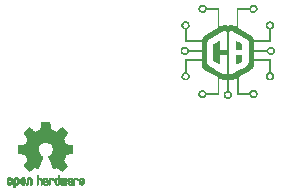
<source format=gbr>
%TF.GenerationSoftware,KiCad,Pcbnew,(5.99.0-11145-g173c9a974c)*%
%TF.CreationDate,2021-06-27T16:32:02+02:00*%
%TF.ProjectId,micro,6d696372-6f2e-46b6-9963-61645f706362,rev1.0*%
%TF.SameCoordinates,Original*%
%TF.FileFunction,Legend,Top*%
%TF.FilePolarity,Positive*%
%FSLAX46Y46*%
G04 Gerber Fmt 4.6, Leading zero omitted, Abs format (unit mm)*
G04 Created by KiCad (PCBNEW (5.99.0-11145-g173c9a974c)) date 2021-06-27 16:32:02*
%MOMM*%
%LPD*%
G01*
G04 APERTURE LIST*
%ADD10C,0.010000*%
%ADD11C,3.987800*%
%ADD12C,2.250000*%
%ADD13C,0.700000*%
%ADD14R,0.700000X0.700000*%
%ADD15C,1.000000*%
%ADD16C,3.800000*%
%ADD17C,2.600000*%
%ADD18C,1.700000*%
%ADD19O,1.000000X2.200000*%
%ADD20O,1.000000X1.800000*%
G04 APERTURE END LIST*
%TO.C,G\u002A\u002A\u002A*%
G36*
X159031324Y-95823774D02*
G01*
X159032882Y-95815258D01*
X159047150Y-95796704D01*
X159061258Y-95786882D01*
X159072009Y-95784852D01*
X159095050Y-95783103D01*
X159130871Y-95781626D01*
X159179961Y-95780413D01*
X159242811Y-95779455D01*
X159319908Y-95778746D01*
X159411743Y-95778275D01*
X159518806Y-95778036D01*
X159587486Y-95778000D01*
X160094219Y-95778000D01*
X160099754Y-95748494D01*
X160117602Y-95693163D01*
X160148994Y-95638876D01*
X160191589Y-95588571D01*
X160243044Y-95545188D01*
X160280302Y-95522000D01*
X160332000Y-95494000D01*
X160440134Y-95494000D01*
X160484042Y-95494150D01*
X160515740Y-95495004D01*
X160539015Y-95497169D01*
X160557658Y-95501251D01*
X160575456Y-95507854D01*
X160596199Y-95517585D01*
X160600337Y-95519617D01*
X160661570Y-95558225D01*
X160712829Y-95607807D01*
X160752960Y-95666158D01*
X160780806Y-95731079D01*
X160795211Y-95800366D01*
X160795019Y-95871818D01*
X160793043Y-95886717D01*
X160774352Y-95958690D01*
X160742839Y-96023143D01*
X160700162Y-96078839D01*
X160647982Y-96124544D01*
X160587958Y-96159022D01*
X160521749Y-96181037D01*
X160451016Y-96189354D01*
X160392000Y-96185271D01*
X160332701Y-96170519D01*
X160274488Y-96145814D01*
X160223505Y-96113968D01*
X160207656Y-96100894D01*
X160181785Y-96074046D01*
X160155766Y-96041051D01*
X160132646Y-96006411D01*
X160115473Y-95974626D01*
X160107914Y-95953610D01*
X160102728Y-95930000D01*
X159176000Y-95930000D01*
X159176052Y-97478000D01*
X159244399Y-97518000D01*
X159280759Y-97539279D01*
X159307171Y-97554722D01*
X159327495Y-97566573D01*
X159345592Y-97577074D01*
X159365324Y-97588469D01*
X159390552Y-97603002D01*
X159408089Y-97613099D01*
X159444712Y-97634241D01*
X159492739Y-97662051D01*
X159549757Y-97695127D01*
X159613356Y-97732065D01*
X159681124Y-97771462D01*
X159750650Y-97811917D01*
X159819521Y-97852026D01*
X159885327Y-97890387D01*
X159945655Y-97925596D01*
X159998095Y-97956251D01*
X160012000Y-97964391D01*
X160069329Y-97998121D01*
X160115020Y-98025484D01*
X160151339Y-98048028D01*
X160180553Y-98067302D01*
X160204930Y-98084854D01*
X160226735Y-98102231D01*
X160248235Y-98120982D01*
X160268194Y-98139373D01*
X160322161Y-98196465D01*
X160373823Y-98263419D01*
X160420227Y-98335671D01*
X160458416Y-98408660D01*
X160483580Y-98472000D01*
X160497285Y-98514000D01*
X161760000Y-98514000D01*
X161759784Y-98052000D01*
X161759569Y-97590000D01*
X161708036Y-97566982D01*
X161644947Y-97531148D01*
X161593222Y-97484731D01*
X161552109Y-97426882D01*
X161520859Y-97356749D01*
X161519605Y-97353092D01*
X161510820Y-97323588D01*
X161506114Y-97296199D01*
X161504810Y-97264721D01*
X161505330Y-97248380D01*
X161636500Y-97248380D01*
X161636827Y-97262683D01*
X161646997Y-97316165D01*
X161670125Y-97363295D01*
X161703911Y-97402537D01*
X161746054Y-97432358D01*
X161794255Y-97451223D01*
X161846215Y-97457597D01*
X161899632Y-97449946D01*
X161911716Y-97446099D01*
X161940186Y-97433022D01*
X161968885Y-97415365D01*
X161975130Y-97410688D01*
X162011668Y-97372056D01*
X162036543Y-97325168D01*
X162049076Y-97273403D01*
X162048585Y-97220144D01*
X162034387Y-97168772D01*
X162026974Y-97153535D01*
X161994379Y-97107731D01*
X161954937Y-97074565D01*
X161910736Y-97053454D01*
X161863866Y-97043812D01*
X161816416Y-97045056D01*
X161770473Y-97056600D01*
X161728128Y-97077861D01*
X161691469Y-97108254D01*
X161662586Y-97147194D01*
X161643566Y-97194098D01*
X161636500Y-97248380D01*
X161505330Y-97248380D01*
X161505982Y-97227906D01*
X161508601Y-97189455D01*
X161513005Y-97160655D01*
X161520771Y-97135159D01*
X161533479Y-97106619D01*
X161538796Y-97095906D01*
X161559718Y-97056819D01*
X161579434Y-97027243D01*
X161602312Y-97001692D01*
X161632723Y-96974680D01*
X161640287Y-96968460D01*
X161699424Y-96930233D01*
X161765106Y-96905367D01*
X161834667Y-96894145D01*
X161905442Y-96896845D01*
X161974764Y-96913750D01*
X162011687Y-96929392D01*
X162064116Y-96959481D01*
X162105444Y-96993504D01*
X162140570Y-97035669D01*
X162147941Y-97046439D01*
X162184437Y-97114720D01*
X162205469Y-97185239D01*
X162211148Y-97256576D01*
X162201586Y-97327313D01*
X162176895Y-97396028D01*
X162137187Y-97461304D01*
X162112911Y-97490902D01*
X162075032Y-97525892D01*
X162029609Y-97556666D01*
X161982257Y-97579865D01*
X161946000Y-97590861D01*
X161920000Y-97596000D01*
X161920000Y-98619230D01*
X161873230Y-98666000D01*
X161202615Y-98666004D01*
X160532000Y-98666009D01*
X160532000Y-99338005D01*
X161053109Y-99338002D01*
X161574219Y-99338000D01*
X161579306Y-99310884D01*
X161593208Y-99267074D01*
X161617559Y-99220336D01*
X161649144Y-99176067D01*
X161677526Y-99145996D01*
X161739549Y-99099287D01*
X161806310Y-99067302D01*
X161876194Y-99050170D01*
X161947585Y-99048021D01*
X162018866Y-99060987D01*
X162088421Y-99089196D01*
X162123560Y-99110058D01*
X162178467Y-99155777D01*
X162222191Y-99211503D01*
X162253704Y-99274884D01*
X162271981Y-99343562D01*
X162275994Y-99415185D01*
X162272342Y-99451297D01*
X162258111Y-99513585D01*
X162234957Y-99567078D01*
X162200409Y-99616569D01*
X162170133Y-99649401D01*
X162139670Y-99678231D01*
X162113399Y-99698473D01*
X162085501Y-99714017D01*
X162053174Y-99727600D01*
X161980155Y-99748600D01*
X161909530Y-99754113D01*
X161839849Y-99744180D01*
X161808815Y-99734824D01*
X161763026Y-99716818D01*
X161726631Y-99696845D01*
X161693249Y-99670829D01*
X161663493Y-99641966D01*
X161644261Y-99619023D01*
X161624274Y-99590172D01*
X161606008Y-99559658D01*
X161591941Y-99531723D01*
X161584551Y-99510614D01*
X161584000Y-99505781D01*
X161576075Y-99504113D01*
X161552603Y-99502632D01*
X161514035Y-99501344D01*
X161460821Y-99500255D01*
X161393414Y-99499371D01*
X161312264Y-99498701D01*
X161217822Y-99498250D01*
X161110541Y-99498025D01*
X161056000Y-99498000D01*
X160528000Y-99498000D01*
X160527585Y-99760000D01*
X160527379Y-99825780D01*
X160526989Y-99888657D01*
X160526445Y-99946254D01*
X160525776Y-99996191D01*
X160525011Y-100036089D01*
X160524180Y-100063572D01*
X160523743Y-100072000D01*
X160520315Y-100122000D01*
X161873230Y-100122000D01*
X161896615Y-100145384D01*
X161920000Y-100168769D01*
X161920000Y-101216219D01*
X161947115Y-101221306D01*
X162000986Y-101238874D01*
X162053701Y-101269715D01*
X162102578Y-101311177D01*
X162144935Y-101360606D01*
X162178089Y-101415347D01*
X162198689Y-101470133D01*
X162210077Y-101542480D01*
X162207056Y-101612608D01*
X162190928Y-101679040D01*
X162163001Y-101740296D01*
X162124580Y-101794894D01*
X162076968Y-101841356D01*
X162021473Y-101878202D01*
X161959399Y-101903952D01*
X161892052Y-101917125D01*
X161820736Y-101916243D01*
X161806854Y-101914365D01*
X161732565Y-101895517D01*
X161667316Y-101863475D01*
X161611232Y-101818334D01*
X161564439Y-101760186D01*
X161538626Y-101714566D01*
X161523723Y-101682135D01*
X161514476Y-101654998D01*
X161509216Y-101626417D01*
X161506272Y-101589656D01*
X161505904Y-101582566D01*
X161505502Y-101567700D01*
X161645383Y-101567700D01*
X161653214Y-101619894D01*
X161674724Y-101668455D01*
X161682954Y-101680582D01*
X161722019Y-101720993D01*
X161768783Y-101748732D01*
X161820524Y-101763064D01*
X161874516Y-101763252D01*
X161928036Y-101748558D01*
X161930454Y-101747507D01*
X161976425Y-101719163D01*
X162011692Y-101681175D01*
X162035759Y-101636218D01*
X162048131Y-101586967D01*
X162048311Y-101536099D01*
X162035805Y-101486288D01*
X162010115Y-101440210D01*
X161991384Y-101418615D01*
X161947874Y-101385672D01*
X161898609Y-101366157D01*
X161846483Y-101360035D01*
X161794388Y-101367273D01*
X161745220Y-101387837D01*
X161701873Y-101421695D01*
X161701605Y-101421970D01*
X161669814Y-101465472D01*
X161650994Y-101515137D01*
X161645383Y-101567700D01*
X161505502Y-101567700D01*
X161504805Y-101541962D01*
X161506677Y-101510852D01*
X161512210Y-101482892D01*
X161519250Y-101459960D01*
X161550832Y-101388499D01*
X161593132Y-101327933D01*
X161645315Y-101279160D01*
X161706545Y-101243078D01*
X161730000Y-101233598D01*
X161760000Y-101222785D01*
X161760000Y-100282000D01*
X160520000Y-100282000D01*
X160519387Y-100380000D01*
X160518970Y-100418897D01*
X160518283Y-100452574D01*
X160517423Y-100477450D01*
X160516485Y-100489945D01*
X160516474Y-100490000D01*
X160514306Y-100504097D01*
X160511070Y-100528191D01*
X160508335Y-100550000D01*
X160493448Y-100624378D01*
X160467417Y-100702882D01*
X160432382Y-100780721D01*
X160390482Y-100853100D01*
X160346804Y-100911812D01*
X160324725Y-100935683D01*
X160296923Y-100962930D01*
X160266667Y-100990662D01*
X160237226Y-101015987D01*
X160211868Y-101036014D01*
X160193862Y-101047853D01*
X160192000Y-101048742D01*
X160178304Y-101056124D01*
X160157671Y-101068652D01*
X160148000Y-101074845D01*
X160135001Y-101082837D01*
X160110068Y-101097739D01*
X160075108Y-101118435D01*
X160032028Y-101143807D01*
X159982736Y-101172742D01*
X159929139Y-101204122D01*
X159873144Y-101236833D01*
X159816660Y-101269757D01*
X159761592Y-101301780D01*
X159709850Y-101331786D01*
X159663339Y-101358658D01*
X159634392Y-101375308D01*
X159609148Y-101389879D01*
X159573356Y-101410658D01*
X159530262Y-101435747D01*
X159483115Y-101463249D01*
X159435161Y-101491269D01*
X159389647Y-101517909D01*
X159349822Y-101541272D01*
X159318932Y-101559463D01*
X159308000Y-101565939D01*
X159276095Y-101584726D01*
X159244506Y-101603042D01*
X159219651Y-101617166D01*
X159218000Y-101618084D01*
X159184000Y-101636946D01*
X159184000Y-102970000D01*
X160100244Y-102970000D01*
X160113781Y-102931886D01*
X160145838Y-102864880D01*
X160190809Y-102806869D01*
X160247682Y-102758967D01*
X160296000Y-102731088D01*
X160322640Y-102718513D01*
X160343744Y-102710210D01*
X160363936Y-102705294D01*
X160387841Y-102702880D01*
X160420086Y-102702083D01*
X160448000Y-102702014D01*
X160488766Y-102702302D01*
X160518078Y-102703681D01*
X160540480Y-102706939D01*
X160560514Y-102712868D01*
X160582724Y-102722256D01*
X160593624Y-102727341D01*
X160657190Y-102765262D01*
X160709061Y-102812260D01*
X160749235Y-102866497D01*
X160777714Y-102926133D01*
X160794496Y-102989329D01*
X160799582Y-103054244D01*
X160792972Y-103119040D01*
X160774666Y-103181876D01*
X160744664Y-103240913D01*
X160702966Y-103294311D01*
X160649571Y-103340231D01*
X160593624Y-103372658D01*
X160569184Y-103383710D01*
X160548800Y-103390975D01*
X160527930Y-103395242D01*
X160502029Y-103397303D01*
X160466555Y-103397947D01*
X160448000Y-103397985D01*
X160407745Y-103397766D01*
X160378858Y-103396506D01*
X160356708Y-103393322D01*
X160336663Y-103387333D01*
X160314092Y-103377657D01*
X160296000Y-103369033D01*
X160250932Y-103343436D01*
X160211043Y-103313683D01*
X160197632Y-103301191D01*
X160178119Y-103278250D01*
X160157113Y-103248525D01*
X160136908Y-103215937D01*
X160119795Y-103184413D01*
X160108066Y-103157874D01*
X160104000Y-103140925D01*
X160101850Y-103138686D01*
X160094694Y-103136763D01*
X160081472Y-103135135D01*
X160061126Y-103133779D01*
X160032596Y-103132672D01*
X159994823Y-103131791D01*
X159946747Y-103131115D01*
X159887310Y-103130621D01*
X159815451Y-103130286D01*
X159730112Y-103130089D01*
X159630232Y-103130006D01*
X159588446Y-103130000D01*
X159072892Y-103130000D01*
X159028000Y-103091388D01*
X159027658Y-103033164D01*
X160242206Y-103033164D01*
X160244254Y-103091087D01*
X160260615Y-103143776D01*
X160290322Y-103189294D01*
X160332410Y-103225704D01*
X160340926Y-103230966D01*
X160394944Y-103254331D01*
X160449680Y-103261935D01*
X160504062Y-103253750D01*
X160545817Y-103236238D01*
X160591432Y-103203318D01*
X160624863Y-103162467D01*
X160646116Y-103116119D01*
X160655196Y-103066705D01*
X160652111Y-103016658D01*
X160636865Y-102968412D01*
X160609465Y-102924399D01*
X160569916Y-102887051D01*
X160544928Y-102871277D01*
X160493484Y-102851550D01*
X160441275Y-102846288D01*
X160390611Y-102854258D01*
X160343804Y-102874223D01*
X160303164Y-102904947D01*
X160271000Y-102945196D01*
X160249624Y-102993733D01*
X160242206Y-103033164D01*
X159027658Y-103033164D01*
X159024000Y-102411359D01*
X159020000Y-101731329D01*
X158945518Y-101773968D01*
X158853412Y-101819960D01*
X158758779Y-101853217D01*
X158657493Y-101875039D01*
X158601535Y-101882225D01*
X158531516Y-101885841D01*
X158460559Y-101883119D01*
X158395335Y-101874433D01*
X158372573Y-101869429D01*
X158352000Y-101864265D01*
X158352000Y-102329132D01*
X158352051Y-102429109D01*
X158352222Y-102514201D01*
X158352539Y-102585520D01*
X158353028Y-102644180D01*
X158353716Y-102691295D01*
X158354628Y-102727979D01*
X158355792Y-102755346D01*
X158357232Y-102774508D01*
X158358975Y-102786581D01*
X158361047Y-102792677D01*
X158362925Y-102794000D01*
X158381152Y-102798538D01*
X158408071Y-102810626D01*
X158439758Y-102827972D01*
X158472289Y-102848282D01*
X158501741Y-102869264D01*
X158523191Y-102887632D01*
X158553166Y-102923141D01*
X158581129Y-102966939D01*
X158591033Y-102986000D01*
X158603560Y-103012664D01*
X158611830Y-103033811D01*
X158616725Y-103054071D01*
X158619127Y-103078077D01*
X158619917Y-103110460D01*
X158619985Y-103138000D01*
X158619697Y-103178766D01*
X158618318Y-103208078D01*
X158615060Y-103230480D01*
X158609131Y-103250514D01*
X158599743Y-103272724D01*
X158594658Y-103283624D01*
X158556923Y-103346127D01*
X158508540Y-103398672D01*
X158451620Y-103440310D01*
X158388274Y-103470095D01*
X158320613Y-103487080D01*
X158250749Y-103490319D01*
X158180792Y-103478863D01*
X158167910Y-103475026D01*
X158097671Y-103444509D01*
X158036929Y-103401322D01*
X157986651Y-103346312D01*
X157949341Y-103283624D01*
X157938289Y-103259184D01*
X157931024Y-103238800D01*
X157926757Y-103217930D01*
X157924696Y-103192029D01*
X157924052Y-103156555D01*
X157924014Y-103138000D01*
X157924026Y-103135700D01*
X158077383Y-103135700D01*
X158085214Y-103187894D01*
X158106724Y-103236455D01*
X158114954Y-103248582D01*
X158154019Y-103288993D01*
X158200783Y-103316732D01*
X158252524Y-103331064D01*
X158306516Y-103331252D01*
X158360036Y-103316558D01*
X158362454Y-103315507D01*
X158408425Y-103287163D01*
X158443692Y-103249175D01*
X158467759Y-103204218D01*
X158480131Y-103154967D01*
X158480311Y-103104099D01*
X158467805Y-103054288D01*
X158442115Y-103008210D01*
X158423384Y-102986615D01*
X158379874Y-102953672D01*
X158330609Y-102934157D01*
X158278483Y-102928035D01*
X158226388Y-102935273D01*
X158177220Y-102955837D01*
X158133873Y-102989695D01*
X158133605Y-102989970D01*
X158101814Y-103033472D01*
X158082994Y-103083137D01*
X158077383Y-103135700D01*
X157924026Y-103135700D01*
X157924230Y-103097770D01*
X157925483Y-103068915D01*
X157928657Y-103046808D01*
X157934638Y-103026824D01*
X157944310Y-103004339D01*
X157953088Y-102986000D01*
X157992927Y-102921098D01*
X158043688Y-102867361D01*
X158104255Y-102825801D01*
X158153886Y-102803781D01*
X158192000Y-102790244D01*
X158192000Y-102335266D01*
X158191978Y-102238449D01*
X158191891Y-102156434D01*
X158191698Y-102088022D01*
X158191364Y-102032013D01*
X158190850Y-101987211D01*
X158190120Y-101952416D01*
X158189135Y-101926429D01*
X158187859Y-101908053D01*
X158186254Y-101896088D01*
X158184282Y-101889336D01*
X158181906Y-101886598D01*
X158179089Y-101886676D01*
X158178000Y-101887144D01*
X158164893Y-101889712D01*
X158139411Y-101891694D01*
X158105173Y-101892902D01*
X158065799Y-101893144D01*
X158064000Y-101893129D01*
X157952176Y-101884936D01*
X157843645Y-101862057D01*
X157736883Y-101824063D01*
X157634055Y-101772640D01*
X157606564Y-101757134D01*
X157584897Y-101745213D01*
X157572374Y-101738692D01*
X157570634Y-101738000D01*
X157570234Y-101745805D01*
X157569852Y-101768442D01*
X157569493Y-101804743D01*
X157569162Y-101853540D01*
X157568863Y-101913665D01*
X157568601Y-101983949D01*
X157568381Y-102063225D01*
X157568206Y-102150324D01*
X157568082Y-102244078D01*
X157568013Y-102343320D01*
X157568000Y-102410615D01*
X157568000Y-103083230D01*
X157521230Y-103130000D01*
X156475493Y-103130000D01*
X156464412Y-103168000D01*
X156446030Y-103218559D01*
X156421197Y-103262001D01*
X156386298Y-103304299D01*
X156374753Y-103316227D01*
X156318623Y-103362703D01*
X156258176Y-103395077D01*
X156195037Y-103414105D01*
X156130831Y-103420539D01*
X156067185Y-103415134D01*
X156005722Y-103398644D01*
X155948069Y-103371824D01*
X155895850Y-103335426D01*
X155850691Y-103290206D01*
X155814218Y-103236917D01*
X155788055Y-103176314D01*
X155773828Y-103109151D01*
X155773086Y-103037062D01*
X155773818Y-103033164D01*
X155922206Y-103033164D01*
X155924254Y-103091087D01*
X155940615Y-103143776D01*
X155970322Y-103189294D01*
X156012410Y-103225704D01*
X156020926Y-103230966D01*
X156074944Y-103254331D01*
X156129680Y-103261935D01*
X156184062Y-103253750D01*
X156225817Y-103236238D01*
X156271432Y-103203318D01*
X156304863Y-103162467D01*
X156326116Y-103116119D01*
X156335196Y-103066705D01*
X156332111Y-103016658D01*
X156316865Y-102968412D01*
X156289465Y-102924399D01*
X156249916Y-102887051D01*
X156224928Y-102871277D01*
X156173484Y-102851550D01*
X156121275Y-102846288D01*
X156070611Y-102854258D01*
X156023804Y-102874223D01*
X155983164Y-102904947D01*
X155951000Y-102945196D01*
X155929624Y-102993733D01*
X155922206Y-103033164D01*
X155773818Y-103033164D01*
X155786991Y-102963061D01*
X155815044Y-102896098D01*
X155856620Y-102837071D01*
X155911093Y-102786878D01*
X155974715Y-102747948D01*
X156041957Y-102723298D01*
X156112400Y-102713624D01*
X156184027Y-102718773D01*
X156254820Y-102738595D01*
X156322760Y-102772941D01*
X156324434Y-102774003D01*
X156377353Y-102816637D01*
X156419949Y-102870776D01*
X156444982Y-102918036D01*
X156468000Y-102969569D01*
X156942000Y-102969784D01*
X157416000Y-102970000D01*
X157416000Y-101645130D01*
X156934302Y-101377565D01*
X156829796Y-101319465D01*
X156738400Y-101268534D01*
X156659197Y-101224247D01*
X156591269Y-101186075D01*
X156533701Y-101153491D01*
X156485574Y-101125970D01*
X156445971Y-101102984D01*
X156413976Y-101084006D01*
X156388671Y-101068508D01*
X156369139Y-101055966D01*
X156354462Y-101045850D01*
X156346493Y-101039857D01*
X156284881Y-100985551D01*
X156226921Y-100923398D01*
X156175407Y-100856987D01*
X156133136Y-100789903D01*
X156104065Y-100728768D01*
X156084988Y-100676372D01*
X156071037Y-100628991D01*
X156061491Y-100582293D01*
X156055631Y-100531945D01*
X156052735Y-100473613D01*
X156052067Y-100416007D01*
X156052000Y-100282014D01*
X154800000Y-100282000D01*
X154800000Y-100754000D01*
X154800130Y-100860303D01*
X154800516Y-100954081D01*
X154801150Y-101034838D01*
X154802023Y-101102079D01*
X154803127Y-101155311D01*
X154804453Y-101194037D01*
X154805995Y-101217764D01*
X154807744Y-101225996D01*
X154807781Y-101226000D01*
X154818648Y-101229213D01*
X154839125Y-101237575D01*
X154860958Y-101247493D01*
X154919939Y-101283975D01*
X154970143Y-101332245D01*
X155010092Y-101389854D01*
X155038308Y-101454352D01*
X155053310Y-101523287D01*
X155055272Y-101569421D01*
X155046174Y-101645404D01*
X155023135Y-101713698D01*
X154985841Y-101774998D01*
X154940268Y-101824362D01*
X154879745Y-101869487D01*
X154813735Y-101900165D01*
X154744040Y-101916134D01*
X154672461Y-101917128D01*
X154600798Y-101902883D01*
X154548000Y-101882001D01*
X154495196Y-101851981D01*
X154453427Y-101817366D01*
X154417728Y-101773905D01*
X154412058Y-101765560D01*
X154375700Y-101697263D01*
X154354731Y-101625962D01*
X154349788Y-101560380D01*
X154508500Y-101560380D01*
X154508827Y-101574683D01*
X154518997Y-101628165D01*
X154542125Y-101675295D01*
X154575911Y-101714537D01*
X154618054Y-101744358D01*
X154666255Y-101763223D01*
X154718215Y-101769597D01*
X154771632Y-101761946D01*
X154783716Y-101758099D01*
X154812186Y-101745022D01*
X154840885Y-101727365D01*
X154847130Y-101722688D01*
X154883668Y-101684056D01*
X154908543Y-101637168D01*
X154921076Y-101585403D01*
X154920585Y-101532144D01*
X154906387Y-101480772D01*
X154898974Y-101465535D01*
X154866379Y-101419731D01*
X154826937Y-101386565D01*
X154782736Y-101365454D01*
X154735866Y-101355812D01*
X154688416Y-101357056D01*
X154642473Y-101368600D01*
X154600128Y-101389861D01*
X154563469Y-101420254D01*
X154534586Y-101459194D01*
X154515566Y-101506098D01*
X154508500Y-101560380D01*
X154349788Y-101560380D01*
X154349237Y-101553072D01*
X154359305Y-101480005D01*
X154385022Y-101408175D01*
X154389623Y-101398795D01*
X154420594Y-101350890D01*
X154461799Y-101306309D01*
X154509541Y-101267992D01*
X154560123Y-101238877D01*
X154609849Y-101221904D01*
X154612884Y-101221306D01*
X154640000Y-101216219D01*
X154640000Y-100168769D01*
X154663384Y-100145384D01*
X154686769Y-100122000D01*
X156056000Y-100122000D01*
X156056000Y-100020513D01*
X156520934Y-100020513D01*
X156521041Y-100104919D01*
X156521388Y-100178104D01*
X156522015Y-100241022D01*
X156522965Y-100294630D01*
X156524279Y-100339882D01*
X156525998Y-100377735D01*
X156528165Y-100409144D01*
X156530819Y-100435065D01*
X156534004Y-100456453D01*
X156537761Y-100474264D01*
X156542130Y-100489454D01*
X156547155Y-100502978D01*
X156552875Y-100515792D01*
X156559333Y-100528851D01*
X156565036Y-100540071D01*
X156590815Y-100585629D01*
X156618232Y-100621347D01*
X156652056Y-100653074D01*
X156666504Y-100664479D01*
X156681816Y-100674826D01*
X156709779Y-100692314D01*
X156749117Y-100716209D01*
X156798556Y-100745773D01*
X156856819Y-100780271D01*
X156922633Y-100818966D01*
X156994721Y-100861122D01*
X157071809Y-100906004D01*
X157152621Y-100952874D01*
X157235881Y-101000997D01*
X157320316Y-101049636D01*
X157404649Y-101098055D01*
X157487606Y-101145519D01*
X157567911Y-101191290D01*
X157644288Y-101234633D01*
X157715464Y-101274811D01*
X157780162Y-101311088D01*
X157837107Y-101342728D01*
X157885024Y-101368996D01*
X157911904Y-101383468D01*
X157944844Y-101400522D01*
X157968596Y-101410935D01*
X157987833Y-101416063D01*
X158007223Y-101417263D01*
X158025181Y-101416365D01*
X158068379Y-101408498D01*
X158103118Y-101391532D01*
X158127641Y-101370391D01*
X158149085Y-101343940D01*
X158153841Y-101335991D01*
X158172000Y-101302000D01*
X158174158Y-100548000D01*
X158175414Y-100109505D01*
X158407965Y-100109505D01*
X158407975Y-100264845D01*
X158408021Y-100406690D01*
X158408115Y-100535668D01*
X158408272Y-100652404D01*
X158408506Y-100757525D01*
X158408831Y-100851657D01*
X158409262Y-100935426D01*
X158409812Y-101009460D01*
X158410496Y-101074383D01*
X158411328Y-101130824D01*
X158412322Y-101179407D01*
X158413491Y-101220760D01*
X158414851Y-101255509D01*
X158416416Y-101284280D01*
X158418198Y-101307700D01*
X158420214Y-101326395D01*
X158422476Y-101340991D01*
X158424999Y-101352115D01*
X158427797Y-101360394D01*
X158430884Y-101366453D01*
X158434274Y-101370919D01*
X158437982Y-101374418D01*
X158442022Y-101377577D01*
X158446407Y-101381023D01*
X158449243Y-101383519D01*
X158474132Y-101402219D01*
X158502037Y-101412552D01*
X158537864Y-101415932D01*
X158560000Y-101415470D01*
X158612000Y-101413118D01*
X159266801Y-101033559D01*
X159361568Y-100978539D01*
X159452864Y-100925363D01*
X159539675Y-100874633D01*
X159620985Y-100826949D01*
X159695779Y-100782912D01*
X159763043Y-100743122D01*
X159821760Y-100708181D01*
X159870917Y-100678689D01*
X159909498Y-100655248D01*
X159936488Y-100638457D01*
X159950871Y-100628919D01*
X159952314Y-100627793D01*
X159973389Y-100605296D01*
X159994249Y-100575923D01*
X160004731Y-100557221D01*
X160013862Y-100536879D01*
X160020424Y-100516853D01*
X160025093Y-100493391D01*
X160028546Y-100462743D01*
X160031459Y-100421155D01*
X160032471Y-100403427D01*
X160033331Y-100380243D01*
X160034208Y-100342294D01*
X160035089Y-100290814D01*
X160035964Y-100227038D01*
X160036821Y-100152201D01*
X160037648Y-100067536D01*
X160038434Y-99974279D01*
X160039168Y-99873665D01*
X160039838Y-99766928D01*
X160040433Y-99655302D01*
X160040941Y-99540022D01*
X160041252Y-99454000D01*
X160041386Y-99413064D01*
X161712504Y-99413064D01*
X161718562Y-99464251D01*
X161737123Y-99512508D01*
X161767848Y-99555144D01*
X161810403Y-99589463D01*
X161812926Y-99590966D01*
X161866944Y-99614331D01*
X161921680Y-99621935D01*
X161976062Y-99613750D01*
X162017817Y-99596238D01*
X162063840Y-99562677D01*
X162098080Y-99519813D01*
X162119566Y-99470137D01*
X162127326Y-99416142D01*
X162120390Y-99360320D01*
X162115776Y-99344977D01*
X162090817Y-99295640D01*
X162052482Y-99255005D01*
X162015312Y-99230397D01*
X161986284Y-99216560D01*
X161959674Y-99209674D01*
X161927080Y-99207733D01*
X161920467Y-99207749D01*
X161869269Y-99212537D01*
X161826833Y-99227403D01*
X161788045Y-99254462D01*
X161772703Y-99268875D01*
X161739238Y-99312683D01*
X161719283Y-99361644D01*
X161712504Y-99413064D01*
X160041386Y-99413064D01*
X160044000Y-98614000D01*
X160021212Y-98567593D01*
X160013067Y-98551349D01*
X160004859Y-98536523D01*
X159995655Y-98522496D01*
X159984519Y-98508653D01*
X159970517Y-98494377D01*
X159952715Y-98479050D01*
X159930179Y-98462057D01*
X159901974Y-98442779D01*
X159867166Y-98420600D01*
X159824820Y-98394903D01*
X159774003Y-98365072D01*
X159713779Y-98330489D01*
X159643215Y-98290537D01*
X159561376Y-98244600D01*
X159467328Y-98192060D01*
X159371507Y-98138639D01*
X159281592Y-98088527D01*
X159193270Y-98039300D01*
X159107904Y-97991717D01*
X159026859Y-97946540D01*
X158951496Y-97904527D01*
X158883180Y-97866440D01*
X158823275Y-97833038D01*
X158773143Y-97805082D01*
X158734149Y-97783332D01*
X158707655Y-97768547D01*
X158706075Y-97767665D01*
X158653292Y-97738976D01*
X158611388Y-97718458D01*
X158577862Y-97705505D01*
X158550215Y-97699510D01*
X158525948Y-97699867D01*
X158502562Y-97705970D01*
X158484254Y-97713876D01*
X158456384Y-97731685D01*
X158432712Y-97754131D01*
X158427707Y-97760712D01*
X158408000Y-97789714D01*
X158408000Y-99556254D01*
X158407991Y-99755836D01*
X158407975Y-99940044D01*
X158407965Y-100109505D01*
X158175414Y-100109505D01*
X158176317Y-99794000D01*
X157608811Y-99794000D01*
X157606405Y-100129425D01*
X157605793Y-100211521D01*
X157605192Y-100279143D01*
X157604519Y-100333815D01*
X157603692Y-100377063D01*
X157602630Y-100410411D01*
X157601251Y-100435386D01*
X157599473Y-100453512D01*
X157597213Y-100466314D01*
X157594391Y-100475318D01*
X157590924Y-100482048D01*
X157587182Y-100487425D01*
X157563140Y-100510583D01*
X157534187Y-100520220D01*
X157497659Y-100517095D01*
X157489814Y-100515168D01*
X157472839Y-100508703D01*
X157444142Y-100495569D01*
X157405971Y-100476890D01*
X157360576Y-100453792D01*
X157310208Y-100427400D01*
X157257116Y-100398838D01*
X157256000Y-100398230D01*
X157060000Y-100291342D01*
X157060000Y-98831214D01*
X157258759Y-98721093D01*
X157326268Y-98684060D01*
X157381667Y-98654641D01*
X157426553Y-98632200D01*
X157462525Y-98616098D01*
X157491181Y-98605699D01*
X157514117Y-98600364D01*
X157532933Y-98599458D01*
X157549226Y-98602341D01*
X157553228Y-98603627D01*
X157564963Y-98608077D01*
X157574735Y-98613462D01*
X157582736Y-98621195D01*
X157589157Y-98632689D01*
X157594189Y-98649360D01*
X157598025Y-98672621D01*
X157600857Y-98703886D01*
X157602875Y-98744569D01*
X157604271Y-98796084D01*
X157605238Y-98859846D01*
X157605966Y-98937268D01*
X157606405Y-98996000D01*
X157608811Y-99329999D01*
X157892405Y-99330000D01*
X158176000Y-99330000D01*
X158176000Y-98587425D01*
X158175976Y-98460051D01*
X158175894Y-98347691D01*
X158175739Y-98249360D01*
X158175493Y-98164072D01*
X158175142Y-98090842D01*
X158174669Y-98028684D01*
X158174058Y-97976612D01*
X158173293Y-97933640D01*
X158172359Y-97898784D01*
X158171239Y-97871057D01*
X158169917Y-97849474D01*
X158168378Y-97833049D01*
X158166605Y-97820797D01*
X158164582Y-97811732D01*
X158163371Y-97807788D01*
X158142220Y-97767871D01*
X158110324Y-97735264D01*
X158071228Y-97712167D01*
X158028479Y-97700784D01*
X157992726Y-97701816D01*
X157980053Y-97706650D01*
X157955348Y-97718316D01*
X157920515Y-97735787D01*
X157877457Y-97758033D01*
X157828077Y-97784024D01*
X157774277Y-97812731D01*
X157717962Y-97843125D01*
X157661033Y-97874175D01*
X157605395Y-97904853D01*
X157552950Y-97934130D01*
X157505601Y-97960976D01*
X157465252Y-97984361D01*
X157433805Y-98003256D01*
X157423731Y-98009591D01*
X157407958Y-98019229D01*
X157379845Y-98035880D01*
X157340955Y-98058638D01*
X157292853Y-98086597D01*
X157237100Y-98118851D01*
X157175260Y-98154494D01*
X157108896Y-98192619D01*
X157039571Y-98232321D01*
X157036634Y-98234000D01*
X156946053Y-98286099D01*
X156866383Y-98332573D01*
X156798167Y-98373092D01*
X156741948Y-98407325D01*
X156698267Y-98434944D01*
X156667667Y-98455620D01*
X156651997Y-98467801D01*
X156614007Y-98510308D01*
X156579590Y-98564567D01*
X156551194Y-98626369D01*
X156539044Y-98662000D01*
X156536739Y-98670514D01*
X156534686Y-98680394D01*
X156532867Y-98692588D01*
X156531263Y-98708045D01*
X156529857Y-98727715D01*
X156528630Y-98752547D01*
X156527565Y-98783491D01*
X156526643Y-98821497D01*
X156525846Y-98867513D01*
X156525156Y-98922490D01*
X156524555Y-98987376D01*
X156524025Y-99063121D01*
X156523547Y-99150675D01*
X156523104Y-99250987D01*
X156522677Y-99365006D01*
X156522249Y-99493682D01*
X156522066Y-99551555D01*
X156521632Y-99690406D01*
X156521271Y-99814212D01*
X156521024Y-99923929D01*
X156520934Y-100020513D01*
X156056000Y-100020513D01*
X156056000Y-99498000D01*
X154980000Y-99498430D01*
X154956929Y-99550079D01*
X154920682Y-99611929D01*
X154871604Y-99664781D01*
X154810760Y-99707572D01*
X154786884Y-99719974D01*
X154754423Y-99734754D01*
X154728614Y-99743865D01*
X154703014Y-99748801D01*
X154671177Y-99751058D01*
X154650272Y-99751662D01*
X154576512Y-99747783D01*
X154511786Y-99731967D01*
X154453534Y-99703306D01*
X154401829Y-99663321D01*
X154352168Y-99607689D01*
X154315673Y-99545099D01*
X154292765Y-99477675D01*
X154284562Y-99413064D01*
X154432504Y-99413064D01*
X154438562Y-99464251D01*
X154457123Y-99512508D01*
X154487848Y-99555144D01*
X154530403Y-99589463D01*
X154532926Y-99590966D01*
X154586944Y-99614331D01*
X154641680Y-99621935D01*
X154696062Y-99613750D01*
X154737817Y-99596238D01*
X154783840Y-99562677D01*
X154818080Y-99519813D01*
X154839566Y-99470137D01*
X154847326Y-99416142D01*
X154840390Y-99360320D01*
X154835776Y-99344977D01*
X154810817Y-99295640D01*
X154772482Y-99255005D01*
X154735312Y-99230397D01*
X154706284Y-99216560D01*
X154679674Y-99209674D01*
X154647080Y-99207733D01*
X154640467Y-99207749D01*
X154589269Y-99212537D01*
X154546833Y-99227403D01*
X154508045Y-99254462D01*
X154492703Y-99268875D01*
X154459238Y-99312683D01*
X154439283Y-99361644D01*
X154432504Y-99413064D01*
X154284562Y-99413064D01*
X154283861Y-99407543D01*
X154289381Y-99336828D01*
X154309743Y-99267653D01*
X154319557Y-99246000D01*
X154349450Y-99193916D01*
X154383582Y-99152535D01*
X154426548Y-99116567D01*
X154440190Y-99107143D01*
X154504354Y-99073127D01*
X154571489Y-99053467D01*
X154639664Y-99047467D01*
X154706948Y-99054434D01*
X154771408Y-99073673D01*
X154831114Y-99104490D01*
X154884135Y-99146190D01*
X154928537Y-99198079D01*
X154962390Y-99259463D01*
X154976676Y-99299999D01*
X154987493Y-99337999D01*
X155521746Y-99337999D01*
X156056000Y-99338000D01*
X156056000Y-98666000D01*
X154686769Y-98666000D01*
X154663384Y-98642615D01*
X154640000Y-98619230D01*
X154640000Y-97595780D01*
X154614000Y-97590817D01*
X154565207Y-97575043D01*
X154514722Y-97547211D01*
X154467137Y-97509978D01*
X154456423Y-97499703D01*
X154408245Y-97442679D01*
X154375093Y-97382138D01*
X154356047Y-97315886D01*
X154350183Y-97246116D01*
X154350286Y-97245064D01*
X154504504Y-97245064D01*
X154510562Y-97296251D01*
X154529123Y-97344508D01*
X154559848Y-97387144D01*
X154602403Y-97421463D01*
X154604926Y-97422966D01*
X154658944Y-97446331D01*
X154713680Y-97453935D01*
X154768062Y-97445750D01*
X154809817Y-97428238D01*
X154855840Y-97394677D01*
X154890080Y-97351813D01*
X154911566Y-97302137D01*
X154919326Y-97248142D01*
X154912390Y-97192320D01*
X154907776Y-97176977D01*
X154882817Y-97127640D01*
X154844482Y-97087005D01*
X154807312Y-97062397D01*
X154778284Y-97048560D01*
X154751674Y-97041674D01*
X154719080Y-97039733D01*
X154712467Y-97039749D01*
X154661269Y-97044537D01*
X154618833Y-97059403D01*
X154580045Y-97086462D01*
X154564703Y-97100875D01*
X154531238Y-97144683D01*
X154511283Y-97193644D01*
X154504504Y-97245064D01*
X154350286Y-97245064D01*
X154357479Y-97171935D01*
X154379272Y-97102898D01*
X154414668Y-97040711D01*
X154462770Y-96987083D01*
X154501967Y-96956586D01*
X154552725Y-96926451D01*
X154600439Y-96907538D01*
X154651243Y-96897960D01*
X154700000Y-96895750D01*
X154774201Y-96901661D01*
X154839689Y-96920083D01*
X154898838Y-96951993D01*
X154954022Y-96998365D01*
X154957027Y-97001394D01*
X155002152Y-97057882D01*
X155033129Y-97121420D01*
X155050121Y-97192441D01*
X155053662Y-97260272D01*
X155052202Y-97297825D01*
X155048831Y-97325827D01*
X155042054Y-97350724D01*
X155030376Y-97378960D01*
X155021971Y-97396891D01*
X154984636Y-97459284D01*
X154937614Y-97512015D01*
X154883238Y-97552654D01*
X154860621Y-97564665D01*
X154835743Y-97575890D01*
X154816373Y-97583618D01*
X154807781Y-97586000D01*
X154806015Y-97593915D01*
X154804459Y-97617328D01*
X154803121Y-97655736D01*
X154802010Y-97708637D01*
X154801134Y-97775531D01*
X154800501Y-97855914D01*
X154800120Y-97949285D01*
X154800000Y-98050000D01*
X154800000Y-98514000D01*
X156078100Y-98514000D01*
X156087458Y-98476836D01*
X156115345Y-98395019D01*
X156156842Y-98314564D01*
X156172270Y-98290426D01*
X156203594Y-98249244D01*
X156244338Y-98203649D01*
X156290366Y-98157733D01*
X156337544Y-98115584D01*
X156381735Y-98081293D01*
X156388297Y-98076779D01*
X156410488Y-98062286D01*
X156440273Y-98043464D01*
X156475062Y-98021881D01*
X156512263Y-97999102D01*
X156549286Y-97976695D01*
X156583538Y-97956227D01*
X156612429Y-97939264D01*
X156633367Y-97927372D01*
X156643762Y-97922120D01*
X156644292Y-97922000D01*
X156652583Y-97918017D01*
X156670216Y-97907650D01*
X156690123Y-97895203D01*
X156712812Y-97881011D01*
X156743127Y-97862510D01*
X156778522Y-97841201D01*
X156816450Y-97818589D01*
X156854364Y-97796175D01*
X156889720Y-97775463D01*
X156919970Y-97757955D01*
X156942568Y-97745154D01*
X156954970Y-97738563D01*
X156956469Y-97738000D01*
X156964661Y-97734018D01*
X156982218Y-97723651D01*
X157002123Y-97711185D01*
X157023346Y-97697987D01*
X157055021Y-97678789D01*
X157093761Y-97655621D01*
X157136179Y-97630511D01*
X157164000Y-97614179D01*
X157205611Y-97589758D01*
X157244433Y-97566824D01*
X157277492Y-97547145D01*
X157301816Y-97532489D01*
X157312178Y-97526085D01*
X157338000Y-97510661D01*
X157367134Y-97494588D01*
X157374178Y-97490929D01*
X157408000Y-97473674D01*
X157408000Y-95930000D01*
X156481271Y-95930000D01*
X156476085Y-95953610D01*
X156466175Y-95979598D01*
X156447785Y-96012181D01*
X156423962Y-96046859D01*
X156397754Y-96079131D01*
X156376343Y-96100894D01*
X156319195Y-96141929D01*
X156254861Y-96170250D01*
X156186097Y-96185617D01*
X156115662Y-96187788D01*
X156046314Y-96176523D01*
X155980812Y-96151583D01*
X155956000Y-96137531D01*
X155898488Y-96092537D01*
X155851702Y-96037615D01*
X155816729Y-95975119D01*
X155794655Y-95907402D01*
X155787510Y-95845064D01*
X155936504Y-95845064D01*
X155942562Y-95896251D01*
X155961123Y-95944508D01*
X155991848Y-95987144D01*
X156034403Y-96021463D01*
X156036926Y-96022966D01*
X156090944Y-96046331D01*
X156145680Y-96053935D01*
X156200062Y-96045750D01*
X156241817Y-96028238D01*
X156287840Y-95994677D01*
X156322080Y-95951813D01*
X156343566Y-95902137D01*
X156351326Y-95848142D01*
X156344390Y-95792320D01*
X156339776Y-95776977D01*
X156314817Y-95727640D01*
X156276482Y-95687005D01*
X156239312Y-95662397D01*
X156210284Y-95648560D01*
X156183674Y-95641674D01*
X156151080Y-95639733D01*
X156144467Y-95639749D01*
X156093269Y-95644537D01*
X156050833Y-95659403D01*
X156012045Y-95686462D01*
X155996703Y-95700875D01*
X155963238Y-95744683D01*
X155943283Y-95793644D01*
X155936504Y-95845064D01*
X155787510Y-95845064D01*
X155786565Y-95836818D01*
X155790900Y-95779828D01*
X155810030Y-95711131D01*
X155842973Y-95647114D01*
X155887717Y-95590490D01*
X155942254Y-95543971D01*
X155983662Y-95519617D01*
X156005292Y-95509287D01*
X156023327Y-95502189D01*
X156041555Y-95497718D01*
X156063765Y-95495267D01*
X156093745Y-95494230D01*
X156135285Y-95494001D01*
X156143865Y-95494000D01*
X156252000Y-95494000D01*
X156303570Y-95521951D01*
X156336380Y-95542276D01*
X156369490Y-95566826D01*
X156391619Y-95586380D01*
X156421039Y-95621000D01*
X156448150Y-95662175D01*
X156469863Y-95704511D01*
X156483086Y-95742615D01*
X156484215Y-95748000D01*
X156489780Y-95778000D01*
X157521230Y-95778000D01*
X157544615Y-95801384D01*
X157568000Y-95824769D01*
X157568000Y-97369054D01*
X157658000Y-97325799D01*
X157767859Y-97280469D01*
X157876597Y-97250476D01*
X157983660Y-97235870D01*
X158088495Y-97236706D01*
X158190549Y-97253035D01*
X158248517Y-97269716D01*
X158301034Y-97287407D01*
X158357913Y-97264700D01*
X158439459Y-97240665D01*
X158527106Y-97230935D01*
X158620000Y-97235405D01*
X158717287Y-97253970D01*
X158818113Y-97286526D01*
X158921625Y-97332968D01*
X158923784Y-97334073D01*
X158957619Y-97351126D01*
X158986420Y-97365092D01*
X159007138Y-97374530D01*
X159016727Y-97377999D01*
X159016729Y-97378000D01*
X159017885Y-97370133D01*
X159018964Y-97347068D01*
X159019960Y-97309607D01*
X159020864Y-97258550D01*
X159021669Y-97194700D01*
X159022368Y-97118857D01*
X159022952Y-97031823D01*
X159023415Y-96934400D01*
X159023748Y-96827390D01*
X159023945Y-96711593D01*
X159024000Y-96606376D01*
X159024065Y-96464018D01*
X159024264Y-96337180D01*
X159024602Y-96225385D01*
X159025085Y-96128153D01*
X159025719Y-96045005D01*
X159026507Y-95975463D01*
X159027457Y-95919047D01*
X159028572Y-95875280D01*
X159028712Y-95871851D01*
X160237407Y-95871851D01*
X160249023Y-95919400D01*
X160271532Y-95962263D01*
X160303233Y-95998758D01*
X160342426Y-96027200D01*
X160387409Y-96045905D01*
X160436482Y-96053191D01*
X160487943Y-96047372D01*
X160522454Y-96035507D01*
X160568425Y-96007163D01*
X160603692Y-95969175D01*
X160627759Y-95924218D01*
X160640131Y-95874967D01*
X160640311Y-95824099D01*
X160627805Y-95774288D01*
X160602115Y-95728210D01*
X160583384Y-95706615D01*
X160540126Y-95673681D01*
X160491868Y-95654315D01*
X160441233Y-95648016D01*
X160390844Y-95654285D01*
X160343327Y-95672622D01*
X160301302Y-95702527D01*
X160267395Y-95743500D01*
X160253657Y-95769431D01*
X160238384Y-95821300D01*
X160237407Y-95871851D01*
X159028712Y-95871851D01*
X159029859Y-95843682D01*
X159031324Y-95823774D01*
G37*
G36*
X159519708Y-100318000D02*
G01*
X159253854Y-100439496D01*
X159192573Y-100467475D01*
X159135513Y-100493472D01*
X159084402Y-100516707D01*
X159040963Y-100536397D01*
X159006924Y-100551759D01*
X158984010Y-100562012D01*
X158974000Y-100566352D01*
X158970797Y-100566854D01*
X158968122Y-100564828D01*
X158965928Y-100558977D01*
X158964168Y-100548004D01*
X158962793Y-100530610D01*
X158961758Y-100505498D01*
X158961014Y-100471371D01*
X158960513Y-100426932D01*
X158960210Y-100370882D01*
X158960055Y-100301925D01*
X158960003Y-100218762D01*
X158960000Y-100182855D01*
X158960000Y-99794000D01*
X159520000Y-99794000D01*
X159519708Y-100318000D01*
G37*
G36*
X158974000Y-98565527D02*
G01*
X158984292Y-98569968D01*
X159007404Y-98580293D01*
X159041611Y-98595720D01*
X159085188Y-98615469D01*
X159136410Y-98638757D01*
X159193552Y-98664801D01*
X159253928Y-98692383D01*
X159519857Y-98814000D01*
X159519928Y-99076000D01*
X159520000Y-99338000D01*
X158960000Y-99338000D01*
X158960000Y-98949144D01*
X158960026Y-98860192D01*
X158960136Y-98785942D01*
X158960377Y-98725096D01*
X158960796Y-98676357D01*
X158961442Y-98638426D01*
X158962361Y-98610005D01*
X158963600Y-98589797D01*
X158965208Y-98576504D01*
X158967231Y-98568827D01*
X158969716Y-98565469D01*
X158972712Y-98565131D01*
X158974000Y-98565527D01*
G37*
D10*
%TO.C,REF\u002A\u002A*%
X140429744Y-110119918D02*
X140485201Y-110147568D01*
X140485201Y-110147568D02*
X140534148Y-110198480D01*
X140534148Y-110198480D02*
X140547629Y-110217338D01*
X140547629Y-110217338D02*
X140562314Y-110242015D01*
X140562314Y-110242015D02*
X140571842Y-110268816D01*
X140571842Y-110268816D02*
X140577293Y-110304587D01*
X140577293Y-110304587D02*
X140579747Y-110356169D01*
X140579747Y-110356169D02*
X140580286Y-110424267D01*
X140580286Y-110424267D02*
X140577852Y-110517588D01*
X140577852Y-110517588D02*
X140569394Y-110587657D01*
X140569394Y-110587657D02*
X140553174Y-110639931D01*
X140553174Y-110639931D02*
X140527454Y-110679869D01*
X140527454Y-110679869D02*
X140490497Y-110712929D01*
X140490497Y-110712929D02*
X140487782Y-110714886D01*
X140487782Y-110714886D02*
X140451360Y-110734908D01*
X140451360Y-110734908D02*
X140407502Y-110744815D01*
X140407502Y-110744815D02*
X140351724Y-110747257D01*
X140351724Y-110747257D02*
X140261048Y-110747257D01*
X140261048Y-110747257D02*
X140261010Y-110835283D01*
X140261010Y-110835283D02*
X140260166Y-110884308D01*
X140260166Y-110884308D02*
X140255024Y-110913065D01*
X140255024Y-110913065D02*
X140241587Y-110930311D01*
X140241587Y-110930311D02*
X140215858Y-110944808D01*
X140215858Y-110944808D02*
X140209679Y-110947769D01*
X140209679Y-110947769D02*
X140180764Y-110961648D01*
X140180764Y-110961648D02*
X140158376Y-110970414D01*
X140158376Y-110970414D02*
X140141729Y-110971171D01*
X140141729Y-110971171D02*
X140130036Y-110961023D01*
X140130036Y-110961023D02*
X140122510Y-110937073D01*
X140122510Y-110937073D02*
X140118366Y-110896426D01*
X140118366Y-110896426D02*
X140116815Y-110836186D01*
X140116815Y-110836186D02*
X140117071Y-110753455D01*
X140117071Y-110753455D02*
X140118349Y-110645339D01*
X140118349Y-110645339D02*
X140118748Y-110613000D01*
X140118748Y-110613000D02*
X140120185Y-110501524D01*
X140120185Y-110501524D02*
X140121472Y-110428603D01*
X140121472Y-110428603D02*
X140260971Y-110428603D01*
X140260971Y-110428603D02*
X140261755Y-110490499D01*
X140261755Y-110490499D02*
X140265240Y-110530997D01*
X140265240Y-110530997D02*
X140273124Y-110557708D01*
X140273124Y-110557708D02*
X140287105Y-110578244D01*
X140287105Y-110578244D02*
X140296597Y-110588260D01*
X140296597Y-110588260D02*
X140335404Y-110617567D01*
X140335404Y-110617567D02*
X140369763Y-110619952D01*
X140369763Y-110619952D02*
X140405216Y-110595750D01*
X140405216Y-110595750D02*
X140406114Y-110594857D01*
X140406114Y-110594857D02*
X140420539Y-110576153D01*
X140420539Y-110576153D02*
X140429313Y-110550732D01*
X140429313Y-110550732D02*
X140433739Y-110511584D01*
X140433739Y-110511584D02*
X140435118Y-110451697D01*
X140435118Y-110451697D02*
X140435143Y-110438430D01*
X140435143Y-110438430D02*
X140431812Y-110355901D01*
X140431812Y-110355901D02*
X140420969Y-110298691D01*
X140420969Y-110298691D02*
X140401340Y-110263766D01*
X140401340Y-110263766D02*
X140371650Y-110248094D01*
X140371650Y-110248094D02*
X140354491Y-110246514D01*
X140354491Y-110246514D02*
X140313766Y-110253926D01*
X140313766Y-110253926D02*
X140285832Y-110278330D01*
X140285832Y-110278330D02*
X140269017Y-110322980D01*
X140269017Y-110322980D02*
X140261650Y-110391130D01*
X140261650Y-110391130D02*
X140260971Y-110428603D01*
X140260971Y-110428603D02*
X140121472Y-110428603D01*
X140121472Y-110428603D02*
X140121708Y-110415245D01*
X140121708Y-110415245D02*
X140123677Y-110350333D01*
X140123677Y-110350333D02*
X140126450Y-110302958D01*
X140126450Y-110302958D02*
X140130388Y-110269290D01*
X140130388Y-110269290D02*
X140135849Y-110245498D01*
X140135849Y-110245498D02*
X140143192Y-110227753D01*
X140143192Y-110227753D02*
X140152777Y-110212224D01*
X140152777Y-110212224D02*
X140156887Y-110206381D01*
X140156887Y-110206381D02*
X140211405Y-110151185D01*
X140211405Y-110151185D02*
X140280336Y-110119890D01*
X140280336Y-110119890D02*
X140360072Y-110111165D01*
X140360072Y-110111165D02*
X140429744Y-110119918D01*
X140429744Y-110119918D02*
X140429744Y-110119918D01*
G36*
X140123677Y-110350333D02*
G01*
X140126450Y-110302958D01*
X140130388Y-110269290D01*
X140135849Y-110245498D01*
X140143192Y-110227753D01*
X140152777Y-110212224D01*
X140156887Y-110206381D01*
X140211405Y-110151185D01*
X140280336Y-110119890D01*
X140360072Y-110111165D01*
X140429744Y-110119918D01*
X140485201Y-110147568D01*
X140534148Y-110198480D01*
X140547629Y-110217338D01*
X140562314Y-110242015D01*
X140571842Y-110268816D01*
X140577293Y-110304587D01*
X140579747Y-110356169D01*
X140580286Y-110424267D01*
X140577852Y-110517588D01*
X140569394Y-110587657D01*
X140553174Y-110639931D01*
X140527454Y-110679869D01*
X140490497Y-110712929D01*
X140487782Y-110714886D01*
X140451360Y-110734908D01*
X140407502Y-110744815D01*
X140351724Y-110747257D01*
X140261048Y-110747257D01*
X140261010Y-110835283D01*
X140260166Y-110884308D01*
X140255024Y-110913065D01*
X140241587Y-110930311D01*
X140215858Y-110944808D01*
X140209679Y-110947769D01*
X140180764Y-110961648D01*
X140158376Y-110970414D01*
X140141729Y-110971171D01*
X140130036Y-110961023D01*
X140122510Y-110937073D01*
X140118366Y-110896426D01*
X140116815Y-110836186D01*
X140117071Y-110753455D01*
X140118349Y-110645339D01*
X140118748Y-110613000D01*
X140120185Y-110501524D01*
X140121472Y-110428603D01*
X140260971Y-110428603D01*
X140261755Y-110490499D01*
X140265240Y-110530997D01*
X140273124Y-110557708D01*
X140287105Y-110578244D01*
X140296597Y-110588260D01*
X140335404Y-110617567D01*
X140369763Y-110619952D01*
X140405216Y-110595750D01*
X140406114Y-110594857D01*
X140420539Y-110576153D01*
X140429313Y-110550732D01*
X140433739Y-110511584D01*
X140435118Y-110451697D01*
X140435143Y-110438430D01*
X140431812Y-110355901D01*
X140420969Y-110298691D01*
X140401340Y-110263766D01*
X140371650Y-110248094D01*
X140354491Y-110246514D01*
X140313766Y-110253926D01*
X140285832Y-110278330D01*
X140269017Y-110322980D01*
X140261650Y-110391130D01*
X140260971Y-110428603D01*
X140121472Y-110428603D01*
X140121708Y-110415245D01*
X140123677Y-110350333D01*
G37*
X140123677Y-110350333D02*
X140126450Y-110302958D01*
X140130388Y-110269290D01*
X140135849Y-110245498D01*
X140143192Y-110227753D01*
X140152777Y-110212224D01*
X140156887Y-110206381D01*
X140211405Y-110151185D01*
X140280336Y-110119890D01*
X140360072Y-110111165D01*
X140429744Y-110119918D01*
X140485201Y-110147568D01*
X140534148Y-110198480D01*
X140547629Y-110217338D01*
X140562314Y-110242015D01*
X140571842Y-110268816D01*
X140577293Y-110304587D01*
X140579747Y-110356169D01*
X140580286Y-110424267D01*
X140577852Y-110517588D01*
X140569394Y-110587657D01*
X140553174Y-110639931D01*
X140527454Y-110679869D01*
X140490497Y-110712929D01*
X140487782Y-110714886D01*
X140451360Y-110734908D01*
X140407502Y-110744815D01*
X140351724Y-110747257D01*
X140261048Y-110747257D01*
X140261010Y-110835283D01*
X140260166Y-110884308D01*
X140255024Y-110913065D01*
X140241587Y-110930311D01*
X140215858Y-110944808D01*
X140209679Y-110947769D01*
X140180764Y-110961648D01*
X140158376Y-110970414D01*
X140141729Y-110971171D01*
X140130036Y-110961023D01*
X140122510Y-110937073D01*
X140118366Y-110896426D01*
X140116815Y-110836186D01*
X140117071Y-110753455D01*
X140118349Y-110645339D01*
X140118748Y-110613000D01*
X140120185Y-110501524D01*
X140121472Y-110428603D01*
X140260971Y-110428603D01*
X140261755Y-110490499D01*
X140265240Y-110530997D01*
X140273124Y-110557708D01*
X140287105Y-110578244D01*
X140296597Y-110588260D01*
X140335404Y-110617567D01*
X140369763Y-110619952D01*
X140405216Y-110595750D01*
X140406114Y-110594857D01*
X140420539Y-110576153D01*
X140429313Y-110550732D01*
X140433739Y-110511584D01*
X140435118Y-110451697D01*
X140435143Y-110438430D01*
X140431812Y-110355901D01*
X140420969Y-110298691D01*
X140401340Y-110263766D01*
X140371650Y-110248094D01*
X140354491Y-110246514D01*
X140313766Y-110253926D01*
X140285832Y-110278330D01*
X140269017Y-110322980D01*
X140261650Y-110391130D01*
X140260971Y-110428603D01*
X140121472Y-110428603D01*
X140121708Y-110415245D01*
X140123677Y-110350333D01*
X141546093Y-110127780D02*
X141592672Y-110154723D01*
X141592672Y-110154723D02*
X141625057Y-110181466D01*
X141625057Y-110181466D02*
X141648742Y-110209484D01*
X141648742Y-110209484D02*
X141665059Y-110243748D01*
X141665059Y-110243748D02*
X141675339Y-110289227D01*
X141675339Y-110289227D02*
X141680914Y-110350892D01*
X141680914Y-110350892D02*
X141683116Y-110433711D01*
X141683116Y-110433711D02*
X141683371Y-110493246D01*
X141683371Y-110493246D02*
X141683371Y-110712391D01*
X141683371Y-110712391D02*
X141621686Y-110740044D01*
X141621686Y-110740044D02*
X141560000Y-110767697D01*
X141560000Y-110767697D02*
X141552743Y-110527670D01*
X141552743Y-110527670D02*
X141549744Y-110438028D01*
X141549744Y-110438028D02*
X141546598Y-110372962D01*
X141546598Y-110372962D02*
X141542701Y-110328026D01*
X141542701Y-110328026D02*
X141537447Y-110298770D01*
X141537447Y-110298770D02*
X141530231Y-110280748D01*
X141530231Y-110280748D02*
X141520450Y-110269511D01*
X141520450Y-110269511D02*
X141517312Y-110267079D01*
X141517312Y-110267079D02*
X141469761Y-110248083D01*
X141469761Y-110248083D02*
X141421697Y-110255600D01*
X141421697Y-110255600D02*
X141393086Y-110275543D01*
X141393086Y-110275543D02*
X141381447Y-110289675D01*
X141381447Y-110289675D02*
X141373391Y-110308220D01*
X141373391Y-110308220D02*
X141368271Y-110336334D01*
X141368271Y-110336334D02*
X141365441Y-110379173D01*
X141365441Y-110379173D02*
X141364256Y-110441895D01*
X141364256Y-110441895D02*
X141364057Y-110507261D01*
X141364057Y-110507261D02*
X141364018Y-110589268D01*
X141364018Y-110589268D02*
X141362614Y-110647316D01*
X141362614Y-110647316D02*
X141357914Y-110686465D01*
X141357914Y-110686465D02*
X141347987Y-110711780D01*
X141347987Y-110711780D02*
X141330903Y-110728323D01*
X141330903Y-110728323D02*
X141304732Y-110741156D01*
X141304732Y-110741156D02*
X141269775Y-110754491D01*
X141269775Y-110754491D02*
X141231596Y-110769007D01*
X141231596Y-110769007D02*
X141236141Y-110511389D01*
X141236141Y-110511389D02*
X141237971Y-110418519D01*
X141237971Y-110418519D02*
X141240112Y-110349889D01*
X141240112Y-110349889D02*
X141243181Y-110300711D01*
X141243181Y-110300711D02*
X141247794Y-110266198D01*
X141247794Y-110266198D02*
X141254568Y-110241562D01*
X141254568Y-110241562D02*
X141264119Y-110222016D01*
X141264119Y-110222016D02*
X141275634Y-110204770D01*
X141275634Y-110204770D02*
X141331190Y-110149680D01*
X141331190Y-110149680D02*
X141398980Y-110117822D01*
X141398980Y-110117822D02*
X141472713Y-110110191D01*
X141472713Y-110110191D02*
X141546093Y-110127780D01*
X141546093Y-110127780D02*
X141546093Y-110127780D01*
G36*
X141546093Y-110127780D02*
G01*
X141592672Y-110154723D01*
X141625057Y-110181466D01*
X141648742Y-110209484D01*
X141665059Y-110243748D01*
X141675339Y-110289227D01*
X141680914Y-110350892D01*
X141683116Y-110433711D01*
X141683371Y-110493246D01*
X141683371Y-110712391D01*
X141621686Y-110740044D01*
X141560000Y-110767697D01*
X141552743Y-110527670D01*
X141549744Y-110438028D01*
X141546598Y-110372962D01*
X141542701Y-110328026D01*
X141537447Y-110298770D01*
X141530231Y-110280748D01*
X141520450Y-110269511D01*
X141517312Y-110267079D01*
X141469761Y-110248083D01*
X141421697Y-110255600D01*
X141393086Y-110275543D01*
X141381447Y-110289675D01*
X141373391Y-110308220D01*
X141368271Y-110336334D01*
X141365441Y-110379173D01*
X141364256Y-110441895D01*
X141364057Y-110507261D01*
X141364018Y-110589268D01*
X141362614Y-110647316D01*
X141357914Y-110686465D01*
X141347987Y-110711780D01*
X141330903Y-110728323D01*
X141304732Y-110741156D01*
X141269775Y-110754491D01*
X141231596Y-110769007D01*
X141236141Y-110511389D01*
X141237971Y-110418519D01*
X141240112Y-110349889D01*
X141243181Y-110300711D01*
X141247794Y-110266198D01*
X141254568Y-110241562D01*
X141264119Y-110222016D01*
X141275634Y-110204770D01*
X141331190Y-110149680D01*
X141398980Y-110117822D01*
X141472713Y-110110191D01*
X141546093Y-110127780D01*
G37*
X141546093Y-110127780D02*
X141592672Y-110154723D01*
X141625057Y-110181466D01*
X141648742Y-110209484D01*
X141665059Y-110243748D01*
X141675339Y-110289227D01*
X141680914Y-110350892D01*
X141683116Y-110433711D01*
X141683371Y-110493246D01*
X141683371Y-110712391D01*
X141621686Y-110740044D01*
X141560000Y-110767697D01*
X141552743Y-110527670D01*
X141549744Y-110438028D01*
X141546598Y-110372962D01*
X141542701Y-110328026D01*
X141537447Y-110298770D01*
X141530231Y-110280748D01*
X141520450Y-110269511D01*
X141517312Y-110267079D01*
X141469761Y-110248083D01*
X141421697Y-110255600D01*
X141393086Y-110275543D01*
X141381447Y-110289675D01*
X141373391Y-110308220D01*
X141368271Y-110336334D01*
X141365441Y-110379173D01*
X141364256Y-110441895D01*
X141364057Y-110507261D01*
X141364018Y-110589268D01*
X141362614Y-110647316D01*
X141357914Y-110686465D01*
X141347987Y-110711780D01*
X141330903Y-110728323D01*
X141304732Y-110741156D01*
X141269775Y-110754491D01*
X141231596Y-110769007D01*
X141236141Y-110511389D01*
X141237971Y-110418519D01*
X141240112Y-110349889D01*
X141243181Y-110300711D01*
X141247794Y-110266198D01*
X141254568Y-110241562D01*
X141264119Y-110222016D01*
X141275634Y-110204770D01*
X141331190Y-110149680D01*
X141398980Y-110117822D01*
X141472713Y-110110191D01*
X141546093Y-110127780D01*
X139871115Y-110121962D02*
X139939145Y-110157733D01*
X139939145Y-110157733D02*
X139989351Y-110215301D01*
X139989351Y-110215301D02*
X140007185Y-110252312D01*
X140007185Y-110252312D02*
X140021063Y-110307882D01*
X140021063Y-110307882D02*
X140028167Y-110378096D01*
X140028167Y-110378096D02*
X140028840Y-110454727D01*
X140028840Y-110454727D02*
X140023427Y-110529552D01*
X140023427Y-110529552D02*
X140012270Y-110594342D01*
X140012270Y-110594342D02*
X139995714Y-110640873D01*
X139995714Y-110640873D02*
X139990626Y-110648887D01*
X139990626Y-110648887D02*
X139930355Y-110708707D01*
X139930355Y-110708707D02*
X139858769Y-110744535D01*
X139858769Y-110744535D02*
X139781092Y-110755020D01*
X139781092Y-110755020D02*
X139702548Y-110738810D01*
X139702548Y-110738810D02*
X139680689Y-110729092D01*
X139680689Y-110729092D02*
X139638122Y-110699143D01*
X139638122Y-110699143D02*
X139600763Y-110659433D01*
X139600763Y-110659433D02*
X139597232Y-110654397D01*
X139597232Y-110654397D02*
X139582881Y-110630124D01*
X139582881Y-110630124D02*
X139573394Y-110604178D01*
X139573394Y-110604178D02*
X139567790Y-110570022D01*
X139567790Y-110570022D02*
X139565086Y-110521119D01*
X139565086Y-110521119D02*
X139564299Y-110450935D01*
X139564299Y-110450935D02*
X139564286Y-110435200D01*
X139564286Y-110435200D02*
X139564322Y-110430192D01*
X139564322Y-110430192D02*
X139709429Y-110430192D01*
X139709429Y-110430192D02*
X139710273Y-110496430D01*
X139710273Y-110496430D02*
X139713596Y-110540386D01*
X139713596Y-110540386D02*
X139720583Y-110568779D01*
X139720583Y-110568779D02*
X139732416Y-110588325D01*
X139732416Y-110588325D02*
X139738457Y-110594857D01*
X139738457Y-110594857D02*
X139773186Y-110619680D01*
X139773186Y-110619680D02*
X139806903Y-110618548D01*
X139806903Y-110618548D02*
X139840995Y-110597016D01*
X139840995Y-110597016D02*
X139861329Y-110574029D01*
X139861329Y-110574029D02*
X139873371Y-110540478D01*
X139873371Y-110540478D02*
X139880134Y-110487569D01*
X139880134Y-110487569D02*
X139880598Y-110481399D01*
X139880598Y-110481399D02*
X139881752Y-110385513D01*
X139881752Y-110385513D02*
X139869688Y-110314299D01*
X139869688Y-110314299D02*
X139844570Y-110268194D01*
X139844570Y-110268194D02*
X139806560Y-110247635D01*
X139806560Y-110247635D02*
X139792992Y-110246514D01*
X139792992Y-110246514D02*
X139757364Y-110252152D01*
X139757364Y-110252152D02*
X139732994Y-110271686D01*
X139732994Y-110271686D02*
X139718093Y-110309042D01*
X139718093Y-110309042D02*
X139710875Y-110368150D01*
X139710875Y-110368150D02*
X139709429Y-110430192D01*
X139709429Y-110430192D02*
X139564322Y-110430192D01*
X139564322Y-110430192D02*
X139564826Y-110360413D01*
X139564826Y-110360413D02*
X139567096Y-110308159D01*
X139567096Y-110308159D02*
X139572068Y-110271949D01*
X139572068Y-110271949D02*
X139580713Y-110245299D01*
X139580713Y-110245299D02*
X139594005Y-110221722D01*
X139594005Y-110221722D02*
X139596943Y-110217338D01*
X139596943Y-110217338D02*
X139646313Y-110158249D01*
X139646313Y-110158249D02*
X139700109Y-110123947D01*
X139700109Y-110123947D02*
X139765602Y-110110331D01*
X139765602Y-110110331D02*
X139787842Y-110109665D01*
X139787842Y-110109665D02*
X139871115Y-110121962D01*
X139871115Y-110121962D02*
X139871115Y-110121962D01*
G36*
X139567096Y-110308159D02*
G01*
X139572068Y-110271949D01*
X139580713Y-110245299D01*
X139594005Y-110221722D01*
X139596943Y-110217338D01*
X139646313Y-110158249D01*
X139700109Y-110123947D01*
X139765602Y-110110331D01*
X139787842Y-110109665D01*
X139871115Y-110121962D01*
X139939145Y-110157733D01*
X139989351Y-110215301D01*
X140007185Y-110252312D01*
X140021063Y-110307882D01*
X140028167Y-110378096D01*
X140028840Y-110454727D01*
X140023427Y-110529552D01*
X140012270Y-110594342D01*
X139995714Y-110640873D01*
X139990626Y-110648887D01*
X139930355Y-110708707D01*
X139858769Y-110744535D01*
X139781092Y-110755020D01*
X139702548Y-110738810D01*
X139680689Y-110729092D01*
X139638122Y-110699143D01*
X139600763Y-110659433D01*
X139597232Y-110654397D01*
X139582881Y-110630124D01*
X139573394Y-110604178D01*
X139567790Y-110570022D01*
X139565086Y-110521119D01*
X139564299Y-110450935D01*
X139564286Y-110435200D01*
X139564322Y-110430192D01*
X139709429Y-110430192D01*
X139710273Y-110496430D01*
X139713596Y-110540386D01*
X139720583Y-110568779D01*
X139732416Y-110588325D01*
X139738457Y-110594857D01*
X139773186Y-110619680D01*
X139806903Y-110618548D01*
X139840995Y-110597016D01*
X139861329Y-110574029D01*
X139873371Y-110540478D01*
X139880134Y-110487569D01*
X139880598Y-110481399D01*
X139881752Y-110385513D01*
X139869688Y-110314299D01*
X139844570Y-110268194D01*
X139806560Y-110247635D01*
X139792992Y-110246514D01*
X139757364Y-110252152D01*
X139732994Y-110271686D01*
X139718093Y-110309042D01*
X139710875Y-110368150D01*
X139709429Y-110430192D01*
X139564322Y-110430192D01*
X139564826Y-110360413D01*
X139567096Y-110308159D01*
G37*
X139567096Y-110308159D02*
X139572068Y-110271949D01*
X139580713Y-110245299D01*
X139594005Y-110221722D01*
X139596943Y-110217338D01*
X139646313Y-110158249D01*
X139700109Y-110123947D01*
X139765602Y-110110331D01*
X139787842Y-110109665D01*
X139871115Y-110121962D01*
X139939145Y-110157733D01*
X139989351Y-110215301D01*
X140007185Y-110252312D01*
X140021063Y-110307882D01*
X140028167Y-110378096D01*
X140028840Y-110454727D01*
X140023427Y-110529552D01*
X140012270Y-110594342D01*
X139995714Y-110640873D01*
X139990626Y-110648887D01*
X139930355Y-110708707D01*
X139858769Y-110744535D01*
X139781092Y-110755020D01*
X139702548Y-110738810D01*
X139680689Y-110729092D01*
X139638122Y-110699143D01*
X139600763Y-110659433D01*
X139597232Y-110654397D01*
X139582881Y-110630124D01*
X139573394Y-110604178D01*
X139567790Y-110570022D01*
X139565086Y-110521119D01*
X139564299Y-110450935D01*
X139564286Y-110435200D01*
X139564322Y-110430192D01*
X139709429Y-110430192D01*
X139710273Y-110496430D01*
X139713596Y-110540386D01*
X139720583Y-110568779D01*
X139732416Y-110588325D01*
X139738457Y-110594857D01*
X139773186Y-110619680D01*
X139806903Y-110618548D01*
X139840995Y-110597016D01*
X139861329Y-110574029D01*
X139873371Y-110540478D01*
X139880134Y-110487569D01*
X139880598Y-110481399D01*
X139881752Y-110385513D01*
X139869688Y-110314299D01*
X139844570Y-110268194D01*
X139806560Y-110247635D01*
X139792992Y-110246514D01*
X139757364Y-110252152D01*
X139732994Y-110271686D01*
X139718093Y-110309042D01*
X139710875Y-110368150D01*
X139709429Y-110430192D01*
X139564322Y-110430192D01*
X139564826Y-110360413D01*
X139567096Y-110308159D01*
X140998303Y-110131239D02*
X141055527Y-110169735D01*
X141055527Y-110169735D02*
X141099749Y-110225335D01*
X141099749Y-110225335D02*
X141126167Y-110296086D01*
X141126167Y-110296086D02*
X141131510Y-110348162D01*
X141131510Y-110348162D02*
X141130903Y-110369893D01*
X141130903Y-110369893D02*
X141125822Y-110386531D01*
X141125822Y-110386531D02*
X141111855Y-110401437D01*
X141111855Y-110401437D02*
X141084589Y-110417973D01*
X141084589Y-110417973D02*
X141039612Y-110439498D01*
X141039612Y-110439498D02*
X140972511Y-110469374D01*
X140972511Y-110469374D02*
X140972171Y-110469524D01*
X140972171Y-110469524D02*
X140910407Y-110497813D01*
X140910407Y-110497813D02*
X140859759Y-110522933D01*
X140859759Y-110522933D02*
X140825404Y-110542179D01*
X140825404Y-110542179D02*
X140812518Y-110552848D01*
X140812518Y-110552848D02*
X140812514Y-110552934D01*
X140812514Y-110552934D02*
X140823872Y-110576166D01*
X140823872Y-110576166D02*
X140850431Y-110601774D01*
X140850431Y-110601774D02*
X140880923Y-110620221D01*
X140880923Y-110620221D02*
X140896370Y-110623886D01*
X140896370Y-110623886D02*
X140938515Y-110611212D01*
X140938515Y-110611212D02*
X140974808Y-110579471D01*
X140974808Y-110579471D02*
X140992517Y-110544572D01*
X140992517Y-110544572D02*
X141009552Y-110518845D01*
X141009552Y-110518845D02*
X141042922Y-110489546D01*
X141042922Y-110489546D02*
X141082149Y-110464235D01*
X141082149Y-110464235D02*
X141116756Y-110450471D01*
X141116756Y-110450471D02*
X141123993Y-110449714D01*
X141123993Y-110449714D02*
X141132139Y-110462160D01*
X141132139Y-110462160D02*
X141132630Y-110493972D01*
X141132630Y-110493972D02*
X141126643Y-110536866D01*
X141126643Y-110536866D02*
X141115357Y-110582558D01*
X141115357Y-110582558D02*
X141099950Y-110622761D01*
X141099950Y-110622761D02*
X141099171Y-110624322D01*
X141099171Y-110624322D02*
X141052804Y-110689062D01*
X141052804Y-110689062D02*
X140992711Y-110733097D01*
X140992711Y-110733097D02*
X140924465Y-110754711D01*
X140924465Y-110754711D02*
X140853638Y-110752185D01*
X140853638Y-110752185D02*
X140785804Y-110723804D01*
X140785804Y-110723804D02*
X140782788Y-110721808D01*
X140782788Y-110721808D02*
X140729427Y-110673448D01*
X140729427Y-110673448D02*
X140694340Y-110610352D01*
X140694340Y-110610352D02*
X140674922Y-110527387D01*
X140674922Y-110527387D02*
X140672316Y-110504078D01*
X140672316Y-110504078D02*
X140667701Y-110394055D01*
X140667701Y-110394055D02*
X140673233Y-110342748D01*
X140673233Y-110342748D02*
X140812514Y-110342748D01*
X140812514Y-110342748D02*
X140814324Y-110374753D01*
X140814324Y-110374753D02*
X140824222Y-110384093D01*
X140824222Y-110384093D02*
X140848898Y-110377105D01*
X140848898Y-110377105D02*
X140887795Y-110360587D01*
X140887795Y-110360587D02*
X140931275Y-110339881D01*
X140931275Y-110339881D02*
X140932356Y-110339333D01*
X140932356Y-110339333D02*
X140969209Y-110319949D01*
X140969209Y-110319949D02*
X140984000Y-110307013D01*
X140984000Y-110307013D02*
X140980353Y-110293451D01*
X140980353Y-110293451D02*
X140964995Y-110275632D01*
X140964995Y-110275632D02*
X140925923Y-110249845D01*
X140925923Y-110249845D02*
X140883846Y-110247950D01*
X140883846Y-110247950D02*
X140846103Y-110266717D01*
X140846103Y-110266717D02*
X140820034Y-110302915D01*
X140820034Y-110302915D02*
X140812514Y-110342748D01*
X140812514Y-110342748D02*
X140673233Y-110342748D01*
X140673233Y-110342748D02*
X140677194Y-110306027D01*
X140677194Y-110306027D02*
X140701550Y-110236212D01*
X140701550Y-110236212D02*
X140735456Y-110187302D01*
X140735456Y-110187302D02*
X140796653Y-110137878D01*
X140796653Y-110137878D02*
X140864063Y-110113359D01*
X140864063Y-110113359D02*
X140932880Y-110111797D01*
X140932880Y-110111797D02*
X140998303Y-110131239D01*
X140998303Y-110131239D02*
X140998303Y-110131239D01*
G36*
X140701550Y-110236212D02*
G01*
X140735456Y-110187302D01*
X140796653Y-110137878D01*
X140864063Y-110113359D01*
X140932880Y-110111797D01*
X140998303Y-110131239D01*
X141055527Y-110169735D01*
X141099749Y-110225335D01*
X141126167Y-110296086D01*
X141131510Y-110348162D01*
X141130903Y-110369893D01*
X141125822Y-110386531D01*
X141111855Y-110401437D01*
X141084589Y-110417973D01*
X141039612Y-110439498D01*
X140972511Y-110469374D01*
X140972171Y-110469524D01*
X140910407Y-110497813D01*
X140859759Y-110522933D01*
X140825404Y-110542179D01*
X140812518Y-110552848D01*
X140812514Y-110552934D01*
X140823872Y-110576166D01*
X140850431Y-110601774D01*
X140880923Y-110620221D01*
X140896370Y-110623886D01*
X140938515Y-110611212D01*
X140974808Y-110579471D01*
X140992517Y-110544572D01*
X141009552Y-110518845D01*
X141042922Y-110489546D01*
X141082149Y-110464235D01*
X141116756Y-110450471D01*
X141123993Y-110449714D01*
X141132139Y-110462160D01*
X141132630Y-110493972D01*
X141126643Y-110536866D01*
X141115357Y-110582558D01*
X141099950Y-110622761D01*
X141099171Y-110624322D01*
X141052804Y-110689062D01*
X140992711Y-110733097D01*
X140924465Y-110754711D01*
X140853638Y-110752185D01*
X140785804Y-110723804D01*
X140782788Y-110721808D01*
X140729427Y-110673448D01*
X140694340Y-110610352D01*
X140674922Y-110527387D01*
X140672316Y-110504078D01*
X140667701Y-110394055D01*
X140673233Y-110342748D01*
X140812514Y-110342748D01*
X140814324Y-110374753D01*
X140824222Y-110384093D01*
X140848898Y-110377105D01*
X140887795Y-110360587D01*
X140931275Y-110339881D01*
X140932356Y-110339333D01*
X140969209Y-110319949D01*
X140984000Y-110307013D01*
X140980353Y-110293451D01*
X140964995Y-110275632D01*
X140925923Y-110249845D01*
X140883846Y-110247950D01*
X140846103Y-110266717D01*
X140820034Y-110302915D01*
X140812514Y-110342748D01*
X140673233Y-110342748D01*
X140677194Y-110306027D01*
X140701550Y-110236212D01*
G37*
X140701550Y-110236212D02*
X140735456Y-110187302D01*
X140796653Y-110137878D01*
X140864063Y-110113359D01*
X140932880Y-110111797D01*
X140998303Y-110131239D01*
X141055527Y-110169735D01*
X141099749Y-110225335D01*
X141126167Y-110296086D01*
X141131510Y-110348162D01*
X141130903Y-110369893D01*
X141125822Y-110386531D01*
X141111855Y-110401437D01*
X141084589Y-110417973D01*
X141039612Y-110439498D01*
X140972511Y-110469374D01*
X140972171Y-110469524D01*
X140910407Y-110497813D01*
X140859759Y-110522933D01*
X140825404Y-110542179D01*
X140812518Y-110552848D01*
X140812514Y-110552934D01*
X140823872Y-110576166D01*
X140850431Y-110601774D01*
X140880923Y-110620221D01*
X140896370Y-110623886D01*
X140938515Y-110611212D01*
X140974808Y-110579471D01*
X140992517Y-110544572D01*
X141009552Y-110518845D01*
X141042922Y-110489546D01*
X141082149Y-110464235D01*
X141116756Y-110450471D01*
X141123993Y-110449714D01*
X141132139Y-110462160D01*
X141132630Y-110493972D01*
X141126643Y-110536866D01*
X141115357Y-110582558D01*
X141099950Y-110622761D01*
X141099171Y-110624322D01*
X141052804Y-110689062D01*
X140992711Y-110733097D01*
X140924465Y-110754711D01*
X140853638Y-110752185D01*
X140785804Y-110723804D01*
X140782788Y-110721808D01*
X140729427Y-110673448D01*
X140694340Y-110610352D01*
X140674922Y-110527387D01*
X140672316Y-110504078D01*
X140667701Y-110394055D01*
X140673233Y-110342748D01*
X140812514Y-110342748D01*
X140814324Y-110374753D01*
X140824222Y-110384093D01*
X140848898Y-110377105D01*
X140887795Y-110360587D01*
X140931275Y-110339881D01*
X140932356Y-110339333D01*
X140969209Y-110319949D01*
X140984000Y-110307013D01*
X140980353Y-110293451D01*
X140964995Y-110275632D01*
X140925923Y-110249845D01*
X140883846Y-110247950D01*
X140846103Y-110266717D01*
X140820034Y-110302915D01*
X140812514Y-110342748D01*
X140673233Y-110342748D01*
X140677194Y-110306027D01*
X140701550Y-110236212D01*
X142205886Y-110051289D02*
X142210139Y-110110613D01*
X142210139Y-110110613D02*
X142215025Y-110145572D01*
X142215025Y-110145572D02*
X142221795Y-110160820D01*
X142221795Y-110160820D02*
X142231702Y-110161015D01*
X142231702Y-110161015D02*
X142234914Y-110159195D01*
X142234914Y-110159195D02*
X142277644Y-110146015D01*
X142277644Y-110146015D02*
X142333227Y-110146785D01*
X142333227Y-110146785D02*
X142389737Y-110160333D01*
X142389737Y-110160333D02*
X142425082Y-110177861D01*
X142425082Y-110177861D02*
X142461321Y-110205861D01*
X142461321Y-110205861D02*
X142487813Y-110237549D01*
X142487813Y-110237549D02*
X142505999Y-110277813D01*
X142505999Y-110277813D02*
X142517322Y-110331543D01*
X142517322Y-110331543D02*
X142523222Y-110403626D01*
X142523222Y-110403626D02*
X142525143Y-110498951D01*
X142525143Y-110498951D02*
X142525177Y-110517237D01*
X142525177Y-110517237D02*
X142525200Y-110722646D01*
X142525200Y-110722646D02*
X142479491Y-110738580D01*
X142479491Y-110738580D02*
X142447027Y-110749420D01*
X142447027Y-110749420D02*
X142429215Y-110754468D01*
X142429215Y-110754468D02*
X142428691Y-110754514D01*
X142428691Y-110754514D02*
X142426937Y-110740828D01*
X142426937Y-110740828D02*
X142425444Y-110703076D01*
X142425444Y-110703076D02*
X142424326Y-110646224D01*
X142424326Y-110646224D02*
X142423697Y-110575234D01*
X142423697Y-110575234D02*
X142423600Y-110532073D01*
X142423600Y-110532073D02*
X142423398Y-110446973D01*
X142423398Y-110446973D02*
X142422358Y-110385981D01*
X142422358Y-110385981D02*
X142419831Y-110344177D01*
X142419831Y-110344177D02*
X142415164Y-110316642D01*
X142415164Y-110316642D02*
X142407707Y-110298456D01*
X142407707Y-110298456D02*
X142396811Y-110284698D01*
X142396811Y-110284698D02*
X142390007Y-110278073D01*
X142390007Y-110278073D02*
X142343272Y-110251375D01*
X142343272Y-110251375D02*
X142292272Y-110249375D01*
X142292272Y-110249375D02*
X142246001Y-110271955D01*
X142246001Y-110271955D02*
X142237444Y-110280107D01*
X142237444Y-110280107D02*
X142224893Y-110295436D01*
X142224893Y-110295436D02*
X142216188Y-110313618D01*
X142216188Y-110313618D02*
X142210631Y-110339909D01*
X142210631Y-110339909D02*
X142207526Y-110379562D01*
X142207526Y-110379562D02*
X142206176Y-110437832D01*
X142206176Y-110437832D02*
X142205886Y-110518173D01*
X142205886Y-110518173D02*
X142205886Y-110722646D01*
X142205886Y-110722646D02*
X142160177Y-110738580D01*
X142160177Y-110738580D02*
X142127713Y-110749420D01*
X142127713Y-110749420D02*
X142109901Y-110754468D01*
X142109901Y-110754468D02*
X142109377Y-110754514D01*
X142109377Y-110754514D02*
X142108037Y-110740623D01*
X142108037Y-110740623D02*
X142106828Y-110701439D01*
X142106828Y-110701439D02*
X142105801Y-110640700D01*
X142105801Y-110640700D02*
X142105002Y-110562141D01*
X142105002Y-110562141D02*
X142104481Y-110469498D01*
X142104481Y-110469498D02*
X142104286Y-110366509D01*
X142104286Y-110366509D02*
X142104286Y-109969342D01*
X142104286Y-109969342D02*
X142151457Y-109949444D01*
X142151457Y-109949444D02*
X142198629Y-109929547D01*
X142198629Y-109929547D02*
X142205886Y-110051289D01*
X142205886Y-110051289D02*
X142205886Y-110051289D01*
G36*
X142205886Y-110051289D02*
G01*
X142210139Y-110110613D01*
X142215025Y-110145572D01*
X142221795Y-110160820D01*
X142231702Y-110161015D01*
X142234914Y-110159195D01*
X142277644Y-110146015D01*
X142333227Y-110146785D01*
X142389737Y-110160333D01*
X142425082Y-110177861D01*
X142461321Y-110205861D01*
X142487813Y-110237549D01*
X142505999Y-110277813D01*
X142517322Y-110331543D01*
X142523222Y-110403626D01*
X142525143Y-110498951D01*
X142525177Y-110517237D01*
X142525200Y-110722646D01*
X142479491Y-110738580D01*
X142447027Y-110749420D01*
X142429215Y-110754468D01*
X142428691Y-110754514D01*
X142426937Y-110740828D01*
X142425444Y-110703076D01*
X142424326Y-110646224D01*
X142423697Y-110575234D01*
X142423600Y-110532073D01*
X142423398Y-110446973D01*
X142422358Y-110385981D01*
X142419831Y-110344177D01*
X142415164Y-110316642D01*
X142407707Y-110298456D01*
X142396811Y-110284698D01*
X142390007Y-110278073D01*
X142343272Y-110251375D01*
X142292272Y-110249375D01*
X142246001Y-110271955D01*
X142237444Y-110280107D01*
X142224893Y-110295436D01*
X142216188Y-110313618D01*
X142210631Y-110339909D01*
X142207526Y-110379562D01*
X142206176Y-110437832D01*
X142205886Y-110518173D01*
X142205886Y-110722646D01*
X142160177Y-110738580D01*
X142127713Y-110749420D01*
X142109901Y-110754468D01*
X142109377Y-110754514D01*
X142108037Y-110740623D01*
X142106828Y-110701439D01*
X142105801Y-110640700D01*
X142105002Y-110562141D01*
X142104481Y-110469498D01*
X142104286Y-110366509D01*
X142104286Y-109969342D01*
X142151457Y-109949444D01*
X142198629Y-109929547D01*
X142205886Y-110051289D01*
G37*
X142205886Y-110051289D02*
X142210139Y-110110613D01*
X142215025Y-110145572D01*
X142221795Y-110160820D01*
X142231702Y-110161015D01*
X142234914Y-110159195D01*
X142277644Y-110146015D01*
X142333227Y-110146785D01*
X142389737Y-110160333D01*
X142425082Y-110177861D01*
X142461321Y-110205861D01*
X142487813Y-110237549D01*
X142505999Y-110277813D01*
X142517322Y-110331543D01*
X142523222Y-110403626D01*
X142525143Y-110498951D01*
X142525177Y-110517237D01*
X142525200Y-110722646D01*
X142479491Y-110738580D01*
X142447027Y-110749420D01*
X142429215Y-110754468D01*
X142428691Y-110754514D01*
X142426937Y-110740828D01*
X142425444Y-110703076D01*
X142424326Y-110646224D01*
X142423697Y-110575234D01*
X142423600Y-110532073D01*
X142423398Y-110446973D01*
X142422358Y-110385981D01*
X142419831Y-110344177D01*
X142415164Y-110316642D01*
X142407707Y-110298456D01*
X142396811Y-110284698D01*
X142390007Y-110278073D01*
X142343272Y-110251375D01*
X142292272Y-110249375D01*
X142246001Y-110271955D01*
X142237444Y-110280107D01*
X142224893Y-110295436D01*
X142216188Y-110313618D01*
X142210631Y-110339909D01*
X142207526Y-110379562D01*
X142206176Y-110437832D01*
X142205886Y-110518173D01*
X142205886Y-110722646D01*
X142160177Y-110738580D01*
X142127713Y-110749420D01*
X142109901Y-110754468D01*
X142109377Y-110754514D01*
X142108037Y-110740623D01*
X142106828Y-110701439D01*
X142105801Y-110640700D01*
X142105002Y-110562141D01*
X142104481Y-110469498D01*
X142104286Y-110366509D01*
X142104286Y-109969342D01*
X142151457Y-109949444D01*
X142198629Y-109929547D01*
X142205886Y-110051289D01*
X142869744Y-110150968D02*
X142926616Y-110172087D01*
X142926616Y-110172087D02*
X142927267Y-110172493D01*
X142927267Y-110172493D02*
X142962440Y-110198380D01*
X142962440Y-110198380D02*
X142988407Y-110228633D01*
X142988407Y-110228633D02*
X143006670Y-110268058D01*
X143006670Y-110268058D02*
X143018732Y-110321462D01*
X143018732Y-110321462D02*
X143026096Y-110393651D01*
X143026096Y-110393651D02*
X143030264Y-110489432D01*
X143030264Y-110489432D02*
X143030629Y-110503078D01*
X143030629Y-110503078D02*
X143035876Y-110708842D01*
X143035876Y-110708842D02*
X142991716Y-110731678D01*
X142991716Y-110731678D02*
X142959763Y-110747110D01*
X142959763Y-110747110D02*
X142940470Y-110754423D01*
X142940470Y-110754423D02*
X142939578Y-110754514D01*
X142939578Y-110754514D02*
X142936239Y-110741022D01*
X142936239Y-110741022D02*
X142933587Y-110704626D01*
X142933587Y-110704626D02*
X142931956Y-110651452D01*
X142931956Y-110651452D02*
X142931600Y-110608393D01*
X142931600Y-110608393D02*
X142931592Y-110538641D01*
X142931592Y-110538641D02*
X142928403Y-110494837D01*
X142928403Y-110494837D02*
X142917288Y-110473944D01*
X142917288Y-110473944D02*
X142893501Y-110472925D01*
X142893501Y-110472925D02*
X142852296Y-110488741D01*
X142852296Y-110488741D02*
X142790086Y-110517815D01*
X142790086Y-110517815D02*
X142744341Y-110541963D01*
X142744341Y-110541963D02*
X142720813Y-110562913D01*
X142720813Y-110562913D02*
X142713896Y-110585747D01*
X142713896Y-110585747D02*
X142713886Y-110586877D01*
X142713886Y-110586877D02*
X142725299Y-110626212D01*
X142725299Y-110626212D02*
X142759092Y-110647462D01*
X142759092Y-110647462D02*
X142810809Y-110650539D01*
X142810809Y-110650539D02*
X142848061Y-110650006D01*
X142848061Y-110650006D02*
X142867703Y-110660735D01*
X142867703Y-110660735D02*
X142879952Y-110686505D01*
X142879952Y-110686505D02*
X142887002Y-110719337D01*
X142887002Y-110719337D02*
X142876842Y-110737966D01*
X142876842Y-110737966D02*
X142873017Y-110740632D01*
X142873017Y-110740632D02*
X142837001Y-110751340D01*
X142837001Y-110751340D02*
X142786566Y-110752856D01*
X142786566Y-110752856D02*
X142734626Y-110745759D01*
X142734626Y-110745759D02*
X142697822Y-110732788D01*
X142697822Y-110732788D02*
X142646938Y-110689585D01*
X142646938Y-110689585D02*
X142618014Y-110629446D01*
X142618014Y-110629446D02*
X142612286Y-110582462D01*
X142612286Y-110582462D02*
X142616657Y-110540082D01*
X142616657Y-110540082D02*
X142632475Y-110505488D01*
X142632475Y-110505488D02*
X142663797Y-110474763D01*
X142663797Y-110474763D02*
X142714678Y-110443990D01*
X142714678Y-110443990D02*
X142789176Y-110409252D01*
X142789176Y-110409252D02*
X142793714Y-110407288D01*
X142793714Y-110407288D02*
X142860821Y-110376287D01*
X142860821Y-110376287D02*
X142902232Y-110350862D01*
X142902232Y-110350862D02*
X142919981Y-110328014D01*
X142919981Y-110328014D02*
X142916107Y-110304745D01*
X142916107Y-110304745D02*
X142892643Y-110278056D01*
X142892643Y-110278056D02*
X142885627Y-110271914D01*
X142885627Y-110271914D02*
X142838630Y-110248100D01*
X142838630Y-110248100D02*
X142789933Y-110249103D01*
X142789933Y-110249103D02*
X142747522Y-110272451D01*
X142747522Y-110272451D02*
X142719384Y-110315675D01*
X142719384Y-110315675D02*
X142716769Y-110324160D01*
X142716769Y-110324160D02*
X142691308Y-110365308D01*
X142691308Y-110365308D02*
X142659001Y-110385128D01*
X142659001Y-110385128D02*
X142612286Y-110404770D01*
X142612286Y-110404770D02*
X142612286Y-110353950D01*
X142612286Y-110353950D02*
X142626496Y-110280082D01*
X142626496Y-110280082D02*
X142668675Y-110212327D01*
X142668675Y-110212327D02*
X142690624Y-110189661D01*
X142690624Y-110189661D02*
X142740517Y-110160569D01*
X142740517Y-110160569D02*
X142803967Y-110147400D01*
X142803967Y-110147400D02*
X142869744Y-110150968D01*
X142869744Y-110150968D02*
X142869744Y-110150968D01*
G36*
X142869744Y-110150968D02*
G01*
X142926616Y-110172087D01*
X142927267Y-110172493D01*
X142962440Y-110198380D01*
X142988407Y-110228633D01*
X143006670Y-110268058D01*
X143018732Y-110321462D01*
X143026096Y-110393651D01*
X143030264Y-110489432D01*
X143030629Y-110503078D01*
X143035876Y-110708842D01*
X142991716Y-110731678D01*
X142959763Y-110747110D01*
X142940470Y-110754423D01*
X142939578Y-110754514D01*
X142936239Y-110741022D01*
X142933587Y-110704626D01*
X142931956Y-110651452D01*
X142931600Y-110608393D01*
X142931592Y-110538641D01*
X142928403Y-110494837D01*
X142917288Y-110473944D01*
X142893501Y-110472925D01*
X142852296Y-110488741D01*
X142790086Y-110517815D01*
X142744341Y-110541963D01*
X142720813Y-110562913D01*
X142713896Y-110585747D01*
X142713886Y-110586877D01*
X142725299Y-110626212D01*
X142759092Y-110647462D01*
X142810809Y-110650539D01*
X142848061Y-110650006D01*
X142867703Y-110660735D01*
X142879952Y-110686505D01*
X142887002Y-110719337D01*
X142876842Y-110737966D01*
X142873017Y-110740632D01*
X142837001Y-110751340D01*
X142786566Y-110752856D01*
X142734626Y-110745759D01*
X142697822Y-110732788D01*
X142646938Y-110689585D01*
X142618014Y-110629446D01*
X142612286Y-110582462D01*
X142616657Y-110540082D01*
X142632475Y-110505488D01*
X142663797Y-110474763D01*
X142714678Y-110443990D01*
X142789176Y-110409252D01*
X142793714Y-110407288D01*
X142860821Y-110376287D01*
X142902232Y-110350862D01*
X142919981Y-110328014D01*
X142916107Y-110304745D01*
X142892643Y-110278056D01*
X142885627Y-110271914D01*
X142838630Y-110248100D01*
X142789933Y-110249103D01*
X142747522Y-110272451D01*
X142719384Y-110315675D01*
X142716769Y-110324160D01*
X142691308Y-110365308D01*
X142659001Y-110385128D01*
X142612286Y-110404770D01*
X142612286Y-110353950D01*
X142626496Y-110280082D01*
X142668675Y-110212327D01*
X142690624Y-110189661D01*
X142740517Y-110160569D01*
X142803967Y-110147400D01*
X142869744Y-110150968D01*
G37*
X142869744Y-110150968D02*
X142926616Y-110172087D01*
X142927267Y-110172493D01*
X142962440Y-110198380D01*
X142988407Y-110228633D01*
X143006670Y-110268058D01*
X143018732Y-110321462D01*
X143026096Y-110393651D01*
X143030264Y-110489432D01*
X143030629Y-110503078D01*
X143035876Y-110708842D01*
X142991716Y-110731678D01*
X142959763Y-110747110D01*
X142940470Y-110754423D01*
X142939578Y-110754514D01*
X142936239Y-110741022D01*
X142933587Y-110704626D01*
X142931956Y-110651452D01*
X142931600Y-110608393D01*
X142931592Y-110538641D01*
X142928403Y-110494837D01*
X142917288Y-110473944D01*
X142893501Y-110472925D01*
X142852296Y-110488741D01*
X142790086Y-110517815D01*
X142744341Y-110541963D01*
X142720813Y-110562913D01*
X142713896Y-110585747D01*
X142713886Y-110586877D01*
X142725299Y-110626212D01*
X142759092Y-110647462D01*
X142810809Y-110650539D01*
X142848061Y-110650006D01*
X142867703Y-110660735D01*
X142879952Y-110686505D01*
X142887002Y-110719337D01*
X142876842Y-110737966D01*
X142873017Y-110740632D01*
X142837001Y-110751340D01*
X142786566Y-110752856D01*
X142734626Y-110745759D01*
X142697822Y-110732788D01*
X142646938Y-110689585D01*
X142618014Y-110629446D01*
X142612286Y-110582462D01*
X142616657Y-110540082D01*
X142632475Y-110505488D01*
X142663797Y-110474763D01*
X142714678Y-110443990D01*
X142789176Y-110409252D01*
X142793714Y-110407288D01*
X142860821Y-110376287D01*
X142902232Y-110350862D01*
X142919981Y-110328014D01*
X142916107Y-110304745D01*
X142892643Y-110278056D01*
X142885627Y-110271914D01*
X142838630Y-110248100D01*
X142789933Y-110249103D01*
X142747522Y-110272451D01*
X142719384Y-110315675D01*
X142716769Y-110324160D01*
X142691308Y-110365308D01*
X142659001Y-110385128D01*
X142612286Y-110404770D01*
X142612286Y-110353950D01*
X142626496Y-110280082D01*
X142668675Y-110212327D01*
X142690624Y-110189661D01*
X142740517Y-110160569D01*
X142803967Y-110147400D01*
X142869744Y-110150968D01*
X143359926Y-110149755D02*
X143425858Y-110174084D01*
X143425858Y-110174084D02*
X143479273Y-110217117D01*
X143479273Y-110217117D02*
X143500164Y-110247409D01*
X143500164Y-110247409D02*
X143522939Y-110302994D01*
X143522939Y-110302994D02*
X143522466Y-110343186D01*
X143522466Y-110343186D02*
X143498562Y-110370217D01*
X143498562Y-110370217D02*
X143489717Y-110374813D01*
X143489717Y-110374813D02*
X143451530Y-110389144D01*
X143451530Y-110389144D02*
X143432028Y-110385472D01*
X143432028Y-110385472D02*
X143425422Y-110361407D01*
X143425422Y-110361407D02*
X143425086Y-110348114D01*
X143425086Y-110348114D02*
X143412992Y-110299210D01*
X143412992Y-110299210D02*
X143381471Y-110264999D01*
X143381471Y-110264999D02*
X143337659Y-110248476D01*
X143337659Y-110248476D02*
X143288695Y-110252634D01*
X143288695Y-110252634D02*
X143248894Y-110274227D01*
X143248894Y-110274227D02*
X143235450Y-110286544D01*
X143235450Y-110286544D02*
X143225921Y-110301487D01*
X143225921Y-110301487D02*
X143219485Y-110324075D01*
X143219485Y-110324075D02*
X143215317Y-110359328D01*
X143215317Y-110359328D02*
X143212597Y-110412266D01*
X143212597Y-110412266D02*
X143210502Y-110487907D01*
X143210502Y-110487907D02*
X143209960Y-110511857D01*
X143209960Y-110511857D02*
X143207981Y-110593790D01*
X143207981Y-110593790D02*
X143205731Y-110651455D01*
X143205731Y-110651455D02*
X143202357Y-110689608D01*
X143202357Y-110689608D02*
X143197006Y-110713004D01*
X143197006Y-110713004D02*
X143188824Y-110726398D01*
X143188824Y-110726398D02*
X143176959Y-110734545D01*
X143176959Y-110734545D02*
X143169362Y-110738144D01*
X143169362Y-110738144D02*
X143137102Y-110750452D01*
X143137102Y-110750452D02*
X143118111Y-110754514D01*
X143118111Y-110754514D02*
X143111836Y-110740948D01*
X143111836Y-110740948D02*
X143108006Y-110699934D01*
X143108006Y-110699934D02*
X143106600Y-110630999D01*
X143106600Y-110630999D02*
X143107598Y-110533669D01*
X143107598Y-110533669D02*
X143107908Y-110518657D01*
X143107908Y-110518657D02*
X143110101Y-110429859D01*
X143110101Y-110429859D02*
X143112693Y-110365019D01*
X143112693Y-110365019D02*
X143116382Y-110319067D01*
X143116382Y-110319067D02*
X143121864Y-110286935D01*
X143121864Y-110286935D02*
X143129835Y-110263553D01*
X143129835Y-110263553D02*
X143140993Y-110243852D01*
X143140993Y-110243852D02*
X143146830Y-110235410D01*
X143146830Y-110235410D02*
X143180296Y-110198057D01*
X143180296Y-110198057D02*
X143217727Y-110169003D01*
X143217727Y-110169003D02*
X143222309Y-110166467D01*
X143222309Y-110166467D02*
X143289426Y-110146443D01*
X143289426Y-110146443D02*
X143359926Y-110149755D01*
X143359926Y-110149755D02*
X143359926Y-110149755D01*
G36*
X143359926Y-110149755D02*
G01*
X143425858Y-110174084D01*
X143479273Y-110217117D01*
X143500164Y-110247409D01*
X143522939Y-110302994D01*
X143522466Y-110343186D01*
X143498562Y-110370217D01*
X143489717Y-110374813D01*
X143451530Y-110389144D01*
X143432028Y-110385472D01*
X143425422Y-110361407D01*
X143425086Y-110348114D01*
X143412992Y-110299210D01*
X143381471Y-110264999D01*
X143337659Y-110248476D01*
X143288695Y-110252634D01*
X143248894Y-110274227D01*
X143235450Y-110286544D01*
X143225921Y-110301487D01*
X143219485Y-110324075D01*
X143215317Y-110359328D01*
X143212597Y-110412266D01*
X143210502Y-110487907D01*
X143209960Y-110511857D01*
X143207981Y-110593790D01*
X143205731Y-110651455D01*
X143202357Y-110689608D01*
X143197006Y-110713004D01*
X143188824Y-110726398D01*
X143176959Y-110734545D01*
X143169362Y-110738144D01*
X143137102Y-110750452D01*
X143118111Y-110754514D01*
X143111836Y-110740948D01*
X143108006Y-110699934D01*
X143106600Y-110630999D01*
X143107598Y-110533669D01*
X143107908Y-110518657D01*
X143110101Y-110429859D01*
X143112693Y-110365019D01*
X143116382Y-110319067D01*
X143121864Y-110286935D01*
X143129835Y-110263553D01*
X143140993Y-110243852D01*
X143146830Y-110235410D01*
X143180296Y-110198057D01*
X143217727Y-110169003D01*
X143222309Y-110166467D01*
X143289426Y-110146443D01*
X143359926Y-110149755D01*
G37*
X143359926Y-110149755D02*
X143425858Y-110174084D01*
X143479273Y-110217117D01*
X143500164Y-110247409D01*
X143522939Y-110302994D01*
X143522466Y-110343186D01*
X143498562Y-110370217D01*
X143489717Y-110374813D01*
X143451530Y-110389144D01*
X143432028Y-110385472D01*
X143425422Y-110361407D01*
X143425086Y-110348114D01*
X143412992Y-110299210D01*
X143381471Y-110264999D01*
X143337659Y-110248476D01*
X143288695Y-110252634D01*
X143248894Y-110274227D01*
X143235450Y-110286544D01*
X143225921Y-110301487D01*
X143219485Y-110324075D01*
X143215317Y-110359328D01*
X143212597Y-110412266D01*
X143210502Y-110487907D01*
X143209960Y-110511857D01*
X143207981Y-110593790D01*
X143205731Y-110651455D01*
X143202357Y-110689608D01*
X143197006Y-110713004D01*
X143188824Y-110726398D01*
X143176959Y-110734545D01*
X143169362Y-110738144D01*
X143137102Y-110750452D01*
X143118111Y-110754514D01*
X143111836Y-110740948D01*
X143108006Y-110699934D01*
X143106600Y-110630999D01*
X143107598Y-110533669D01*
X143107908Y-110518657D01*
X143110101Y-110429859D01*
X143112693Y-110365019D01*
X143116382Y-110319067D01*
X143121864Y-110286935D01*
X143129835Y-110263553D01*
X143140993Y-110243852D01*
X143146830Y-110235410D01*
X143180296Y-110198057D01*
X143217727Y-110169003D01*
X143222309Y-110166467D01*
X143289426Y-110146443D01*
X143359926Y-110149755D01*
X144020117Y-110265358D02*
X144019933Y-110373837D01*
X144019933Y-110373837D02*
X144019219Y-110457287D01*
X144019219Y-110457287D02*
X144017675Y-110519704D01*
X144017675Y-110519704D02*
X144015001Y-110565085D01*
X144015001Y-110565085D02*
X144010894Y-110597429D01*
X144010894Y-110597429D02*
X144005055Y-110620733D01*
X144005055Y-110620733D02*
X143997182Y-110638995D01*
X143997182Y-110638995D02*
X143991221Y-110649418D01*
X143991221Y-110649418D02*
X143941855Y-110705945D01*
X143941855Y-110705945D02*
X143879264Y-110741377D01*
X143879264Y-110741377D02*
X143810013Y-110754090D01*
X143810013Y-110754090D02*
X143740668Y-110742463D01*
X143740668Y-110742463D02*
X143699375Y-110721568D01*
X143699375Y-110721568D02*
X143656025Y-110685422D01*
X143656025Y-110685422D02*
X143626481Y-110641276D01*
X143626481Y-110641276D02*
X143608655Y-110583462D01*
X143608655Y-110583462D02*
X143600463Y-110506313D01*
X143600463Y-110506313D02*
X143599302Y-110449714D01*
X143599302Y-110449714D02*
X143599458Y-110445647D01*
X143599458Y-110445647D02*
X143700857Y-110445647D01*
X143700857Y-110445647D02*
X143701476Y-110510550D01*
X143701476Y-110510550D02*
X143704314Y-110553514D01*
X143704314Y-110553514D02*
X143710840Y-110581622D01*
X143710840Y-110581622D02*
X143722523Y-110601953D01*
X143722523Y-110601953D02*
X143736483Y-110617288D01*
X143736483Y-110617288D02*
X143783365Y-110646890D01*
X143783365Y-110646890D02*
X143833701Y-110649419D01*
X143833701Y-110649419D02*
X143881276Y-110624705D01*
X143881276Y-110624705D02*
X143884979Y-110621356D01*
X143884979Y-110621356D02*
X143900783Y-110603935D01*
X143900783Y-110603935D02*
X143910693Y-110583209D01*
X143910693Y-110583209D02*
X143916058Y-110552362D01*
X143916058Y-110552362D02*
X143918228Y-110504577D01*
X143918228Y-110504577D02*
X143918571Y-110451748D01*
X143918571Y-110451748D02*
X143917827Y-110385381D01*
X143917827Y-110385381D02*
X143914748Y-110341106D01*
X143914748Y-110341106D02*
X143908061Y-110312009D01*
X143908061Y-110312009D02*
X143896496Y-110291173D01*
X143896496Y-110291173D02*
X143887013Y-110280107D01*
X143887013Y-110280107D02*
X143842960Y-110252198D01*
X143842960Y-110252198D02*
X143792224Y-110248843D01*
X143792224Y-110248843D02*
X143743796Y-110270159D01*
X143743796Y-110270159D02*
X143734450Y-110278073D01*
X143734450Y-110278073D02*
X143718540Y-110295647D01*
X143718540Y-110295647D02*
X143708610Y-110316587D01*
X143708610Y-110316587D02*
X143703278Y-110347782D01*
X143703278Y-110347782D02*
X143701163Y-110396122D01*
X143701163Y-110396122D02*
X143700857Y-110445647D01*
X143700857Y-110445647D02*
X143599458Y-110445647D01*
X143599458Y-110445647D02*
X143602810Y-110358568D01*
X143602810Y-110358568D02*
X143614726Y-110290086D01*
X143614726Y-110290086D02*
X143637135Y-110238600D01*
X143637135Y-110238600D02*
X143672124Y-110198443D01*
X143672124Y-110198443D02*
X143699375Y-110177861D01*
X143699375Y-110177861D02*
X143748907Y-110155625D01*
X143748907Y-110155625D02*
X143806316Y-110145304D01*
X143806316Y-110145304D02*
X143859682Y-110148067D01*
X143859682Y-110148067D02*
X143889543Y-110159212D01*
X143889543Y-110159212D02*
X143901261Y-110162383D01*
X143901261Y-110162383D02*
X143909037Y-110150557D01*
X143909037Y-110150557D02*
X143914465Y-110118866D01*
X143914465Y-110118866D02*
X143918571Y-110070593D01*
X143918571Y-110070593D02*
X143923067Y-110016829D01*
X143923067Y-110016829D02*
X143929313Y-109984482D01*
X143929313Y-109984482D02*
X143940676Y-109965985D01*
X143940676Y-109965985D02*
X143960528Y-109953770D01*
X143960528Y-109953770D02*
X143973000Y-109948362D01*
X143973000Y-109948362D02*
X144020171Y-109928601D01*
X144020171Y-109928601D02*
X144020117Y-110265358D01*
X144020117Y-110265358D02*
X144020117Y-110265358D01*
G36*
X143614726Y-110290086D02*
G01*
X143637135Y-110238600D01*
X143672124Y-110198443D01*
X143699375Y-110177861D01*
X143748907Y-110155625D01*
X143806316Y-110145304D01*
X143859682Y-110148067D01*
X143889543Y-110159212D01*
X143901261Y-110162383D01*
X143909037Y-110150557D01*
X143914465Y-110118866D01*
X143918571Y-110070593D01*
X143923067Y-110016829D01*
X143929313Y-109984482D01*
X143940676Y-109965985D01*
X143960528Y-109953770D01*
X143973000Y-109948362D01*
X144020171Y-109928601D01*
X144020117Y-110265358D01*
X144019933Y-110373837D01*
X144019219Y-110457287D01*
X144017675Y-110519704D01*
X144015001Y-110565085D01*
X144010894Y-110597429D01*
X144005055Y-110620733D01*
X143997182Y-110638995D01*
X143991221Y-110649418D01*
X143941855Y-110705945D01*
X143879264Y-110741377D01*
X143810013Y-110754090D01*
X143740668Y-110742463D01*
X143699375Y-110721568D01*
X143656025Y-110685422D01*
X143626481Y-110641276D01*
X143608655Y-110583462D01*
X143600463Y-110506313D01*
X143599302Y-110449714D01*
X143599458Y-110445647D01*
X143700857Y-110445647D01*
X143701476Y-110510550D01*
X143704314Y-110553514D01*
X143710840Y-110581622D01*
X143722523Y-110601953D01*
X143736483Y-110617288D01*
X143783365Y-110646890D01*
X143833701Y-110649419D01*
X143881276Y-110624705D01*
X143884979Y-110621356D01*
X143900783Y-110603935D01*
X143910693Y-110583209D01*
X143916058Y-110552362D01*
X143918228Y-110504577D01*
X143918571Y-110451748D01*
X143917827Y-110385381D01*
X143914748Y-110341106D01*
X143908061Y-110312009D01*
X143896496Y-110291173D01*
X143887013Y-110280107D01*
X143842960Y-110252198D01*
X143792224Y-110248843D01*
X143743796Y-110270159D01*
X143734450Y-110278073D01*
X143718540Y-110295647D01*
X143708610Y-110316587D01*
X143703278Y-110347782D01*
X143701163Y-110396122D01*
X143700857Y-110445647D01*
X143599458Y-110445647D01*
X143602810Y-110358568D01*
X143614726Y-110290086D01*
G37*
X143614726Y-110290086D02*
X143637135Y-110238600D01*
X143672124Y-110198443D01*
X143699375Y-110177861D01*
X143748907Y-110155625D01*
X143806316Y-110145304D01*
X143859682Y-110148067D01*
X143889543Y-110159212D01*
X143901261Y-110162383D01*
X143909037Y-110150557D01*
X143914465Y-110118866D01*
X143918571Y-110070593D01*
X143923067Y-110016829D01*
X143929313Y-109984482D01*
X143940676Y-109965985D01*
X143960528Y-109953770D01*
X143973000Y-109948362D01*
X144020171Y-109928601D01*
X144020117Y-110265358D01*
X144019933Y-110373837D01*
X144019219Y-110457287D01*
X144017675Y-110519704D01*
X144015001Y-110565085D01*
X144010894Y-110597429D01*
X144005055Y-110620733D01*
X143997182Y-110638995D01*
X143991221Y-110649418D01*
X143941855Y-110705945D01*
X143879264Y-110741377D01*
X143810013Y-110754090D01*
X143740668Y-110742463D01*
X143699375Y-110721568D01*
X143656025Y-110685422D01*
X143626481Y-110641276D01*
X143608655Y-110583462D01*
X143600463Y-110506313D01*
X143599302Y-110449714D01*
X143599458Y-110445647D01*
X143700857Y-110445647D01*
X143701476Y-110510550D01*
X143704314Y-110553514D01*
X143710840Y-110581622D01*
X143722523Y-110601953D01*
X143736483Y-110617288D01*
X143783365Y-110646890D01*
X143833701Y-110649419D01*
X143881276Y-110624705D01*
X143884979Y-110621356D01*
X143900783Y-110603935D01*
X143910693Y-110583209D01*
X143916058Y-110552362D01*
X143918228Y-110504577D01*
X143918571Y-110451748D01*
X143917827Y-110385381D01*
X143914748Y-110341106D01*
X143908061Y-110312009D01*
X143896496Y-110291173D01*
X143887013Y-110280107D01*
X143842960Y-110252198D01*
X143792224Y-110248843D01*
X143743796Y-110270159D01*
X143734450Y-110278073D01*
X143718540Y-110295647D01*
X143708610Y-110316587D01*
X143703278Y-110347782D01*
X143701163Y-110396122D01*
X143700857Y-110445647D01*
X143599458Y-110445647D01*
X143602810Y-110358568D01*
X143614726Y-110290086D01*
X144609833Y-110158663D02*
X144612048Y-110196850D01*
X144612048Y-110196850D02*
X144613784Y-110254886D01*
X144613784Y-110254886D02*
X144614899Y-110328180D01*
X144614899Y-110328180D02*
X144615257Y-110405055D01*
X144615257Y-110405055D02*
X144615257Y-110665196D01*
X144615257Y-110665196D02*
X144569326Y-110711127D01*
X144569326Y-110711127D02*
X144537675Y-110739429D01*
X144537675Y-110739429D02*
X144509890Y-110750893D01*
X144509890Y-110750893D02*
X144471915Y-110750168D01*
X144471915Y-110750168D02*
X144456840Y-110748321D01*
X144456840Y-110748321D02*
X144409726Y-110742948D01*
X144409726Y-110742948D02*
X144370756Y-110739869D01*
X144370756Y-110739869D02*
X144361257Y-110739585D01*
X144361257Y-110739585D02*
X144329233Y-110741445D01*
X144329233Y-110741445D02*
X144283432Y-110746114D01*
X144283432Y-110746114D02*
X144265674Y-110748321D01*
X144265674Y-110748321D02*
X144222057Y-110751735D01*
X144222057Y-110751735D02*
X144192745Y-110744320D01*
X144192745Y-110744320D02*
X144163680Y-110721427D01*
X144163680Y-110721427D02*
X144153188Y-110711127D01*
X144153188Y-110711127D02*
X144107257Y-110665196D01*
X144107257Y-110665196D02*
X144107257Y-110178602D01*
X144107257Y-110178602D02*
X144144226Y-110161758D01*
X144144226Y-110161758D02*
X144176059Y-110149282D01*
X144176059Y-110149282D02*
X144194683Y-110144914D01*
X144194683Y-110144914D02*
X144199458Y-110158718D01*
X144199458Y-110158718D02*
X144203921Y-110197286D01*
X144203921Y-110197286D02*
X144207775Y-110256356D01*
X144207775Y-110256356D02*
X144210722Y-110331663D01*
X144210722Y-110331663D02*
X144212143Y-110395286D01*
X144212143Y-110395286D02*
X144216114Y-110645657D01*
X144216114Y-110645657D02*
X144250759Y-110650556D01*
X144250759Y-110650556D02*
X144282268Y-110647131D01*
X144282268Y-110647131D02*
X144297708Y-110636041D01*
X144297708Y-110636041D02*
X144302023Y-110615308D01*
X144302023Y-110615308D02*
X144305708Y-110571145D01*
X144305708Y-110571145D02*
X144308469Y-110509146D01*
X144308469Y-110509146D02*
X144310012Y-110434909D01*
X144310012Y-110434909D02*
X144310235Y-110396706D01*
X144310235Y-110396706D02*
X144310457Y-110176783D01*
X144310457Y-110176783D02*
X144356166Y-110160849D01*
X144356166Y-110160849D02*
X144388518Y-110150015D01*
X144388518Y-110150015D02*
X144406115Y-110144962D01*
X144406115Y-110144962D02*
X144406623Y-110144914D01*
X144406623Y-110144914D02*
X144408388Y-110158648D01*
X144408388Y-110158648D02*
X144410329Y-110196730D01*
X144410329Y-110196730D02*
X144412282Y-110254482D01*
X144412282Y-110254482D02*
X144414084Y-110327227D01*
X144414084Y-110327227D02*
X144415343Y-110395286D01*
X144415343Y-110395286D02*
X144419314Y-110645657D01*
X144419314Y-110645657D02*
X144506400Y-110645657D01*
X144506400Y-110645657D02*
X144510396Y-110417240D01*
X144510396Y-110417240D02*
X144514392Y-110188822D01*
X144514392Y-110188822D02*
X144556847Y-110166868D01*
X144556847Y-110166868D02*
X144588192Y-110151793D01*
X144588192Y-110151793D02*
X144606744Y-110144951D01*
X144606744Y-110144951D02*
X144607279Y-110144914D01*
X144607279Y-110144914D02*
X144609833Y-110158663D01*
X144609833Y-110158663D02*
X144609833Y-110158663D01*
G36*
X144609833Y-110158663D02*
G01*
X144612048Y-110196850D01*
X144613784Y-110254886D01*
X144614899Y-110328180D01*
X144615257Y-110405055D01*
X144615257Y-110665196D01*
X144569326Y-110711127D01*
X144537675Y-110739429D01*
X144509890Y-110750893D01*
X144471915Y-110750168D01*
X144456840Y-110748321D01*
X144409726Y-110742948D01*
X144370756Y-110739869D01*
X144361257Y-110739585D01*
X144329233Y-110741445D01*
X144283432Y-110746114D01*
X144265674Y-110748321D01*
X144222057Y-110751735D01*
X144192745Y-110744320D01*
X144163680Y-110721427D01*
X144153188Y-110711127D01*
X144107257Y-110665196D01*
X144107257Y-110178602D01*
X144144226Y-110161758D01*
X144176059Y-110149282D01*
X144194683Y-110144914D01*
X144199458Y-110158718D01*
X144203921Y-110197286D01*
X144207775Y-110256356D01*
X144210722Y-110331663D01*
X144212143Y-110395286D01*
X144216114Y-110645657D01*
X144250759Y-110650556D01*
X144282268Y-110647131D01*
X144297708Y-110636041D01*
X144302023Y-110615308D01*
X144305708Y-110571145D01*
X144308469Y-110509146D01*
X144310012Y-110434909D01*
X144310235Y-110396706D01*
X144310457Y-110176783D01*
X144356166Y-110160849D01*
X144388518Y-110150015D01*
X144406115Y-110144962D01*
X144406623Y-110144914D01*
X144408388Y-110158648D01*
X144410329Y-110196730D01*
X144412282Y-110254482D01*
X144414084Y-110327227D01*
X144415343Y-110395286D01*
X144419314Y-110645657D01*
X144506400Y-110645657D01*
X144510396Y-110417240D01*
X144514392Y-110188822D01*
X144556847Y-110166868D01*
X144588192Y-110151793D01*
X144606744Y-110144951D01*
X144607279Y-110144914D01*
X144609833Y-110158663D01*
G37*
X144609833Y-110158663D02*
X144612048Y-110196850D01*
X144613784Y-110254886D01*
X144614899Y-110328180D01*
X144615257Y-110405055D01*
X144615257Y-110665196D01*
X144569326Y-110711127D01*
X144537675Y-110739429D01*
X144509890Y-110750893D01*
X144471915Y-110750168D01*
X144456840Y-110748321D01*
X144409726Y-110742948D01*
X144370756Y-110739869D01*
X144361257Y-110739585D01*
X144329233Y-110741445D01*
X144283432Y-110746114D01*
X144265674Y-110748321D01*
X144222057Y-110751735D01*
X144192745Y-110744320D01*
X144163680Y-110721427D01*
X144153188Y-110711127D01*
X144107257Y-110665196D01*
X144107257Y-110178602D01*
X144144226Y-110161758D01*
X144176059Y-110149282D01*
X144194683Y-110144914D01*
X144199458Y-110158718D01*
X144203921Y-110197286D01*
X144207775Y-110256356D01*
X144210722Y-110331663D01*
X144212143Y-110395286D01*
X144216114Y-110645657D01*
X144250759Y-110650556D01*
X144282268Y-110647131D01*
X144297708Y-110636041D01*
X144302023Y-110615308D01*
X144305708Y-110571145D01*
X144308469Y-110509146D01*
X144310012Y-110434909D01*
X144310235Y-110396706D01*
X144310457Y-110176783D01*
X144356166Y-110160849D01*
X144388518Y-110150015D01*
X144406115Y-110144962D01*
X144406623Y-110144914D01*
X144408388Y-110158648D01*
X144410329Y-110196730D01*
X144412282Y-110254482D01*
X144414084Y-110327227D01*
X144415343Y-110395286D01*
X144419314Y-110645657D01*
X144506400Y-110645657D01*
X144510396Y-110417240D01*
X144514392Y-110188822D01*
X144556847Y-110166868D01*
X144588192Y-110151793D01*
X144606744Y-110144951D01*
X144607279Y-110144914D01*
X144609833Y-110158663D01*
X144974876Y-110156335D02*
X145016667Y-110175344D01*
X145016667Y-110175344D02*
X145049469Y-110198378D01*
X145049469Y-110198378D02*
X145073503Y-110224133D01*
X145073503Y-110224133D02*
X145090097Y-110257358D01*
X145090097Y-110257358D02*
X145100577Y-110302800D01*
X145100577Y-110302800D02*
X145106271Y-110365207D01*
X145106271Y-110365207D02*
X145108507Y-110449327D01*
X145108507Y-110449327D02*
X145108743Y-110504721D01*
X145108743Y-110504721D02*
X145108743Y-110720826D01*
X145108743Y-110720826D02*
X145071774Y-110737670D01*
X145071774Y-110737670D02*
X145042656Y-110749981D01*
X145042656Y-110749981D02*
X145028231Y-110754514D01*
X145028231Y-110754514D02*
X145025472Y-110741025D01*
X145025472Y-110741025D02*
X145023282Y-110704653D01*
X145023282Y-110704653D02*
X145021942Y-110651542D01*
X145021942Y-110651542D02*
X145021657Y-110609372D01*
X145021657Y-110609372D02*
X145020434Y-110548447D01*
X145020434Y-110548447D02*
X145017136Y-110500115D01*
X145017136Y-110500115D02*
X145012321Y-110470518D01*
X145012321Y-110470518D02*
X145008496Y-110464229D01*
X145008496Y-110464229D02*
X144982783Y-110470652D01*
X144982783Y-110470652D02*
X144942418Y-110487125D01*
X144942418Y-110487125D02*
X144895679Y-110509458D01*
X144895679Y-110509458D02*
X144850845Y-110533457D01*
X144850845Y-110533457D02*
X144816193Y-110554930D01*
X144816193Y-110554930D02*
X144800002Y-110569685D01*
X144800002Y-110569685D02*
X144799938Y-110569845D01*
X144799938Y-110569845D02*
X144801330Y-110597152D01*
X144801330Y-110597152D02*
X144813818Y-110623219D01*
X144813818Y-110623219D02*
X144835743Y-110644392D01*
X144835743Y-110644392D02*
X144867743Y-110651474D01*
X144867743Y-110651474D02*
X144895092Y-110650649D01*
X144895092Y-110650649D02*
X144933826Y-110650042D01*
X144933826Y-110650042D02*
X144954158Y-110659116D01*
X144954158Y-110659116D02*
X144966369Y-110683092D01*
X144966369Y-110683092D02*
X144967909Y-110687613D01*
X144967909Y-110687613D02*
X144973203Y-110721806D01*
X144973203Y-110721806D02*
X144959047Y-110742568D01*
X144959047Y-110742568D02*
X144922148Y-110752462D01*
X144922148Y-110752462D02*
X144882289Y-110754292D01*
X144882289Y-110754292D02*
X144810562Y-110740727D01*
X144810562Y-110740727D02*
X144773432Y-110721355D01*
X144773432Y-110721355D02*
X144727576Y-110675845D01*
X144727576Y-110675845D02*
X144703256Y-110619983D01*
X144703256Y-110619983D02*
X144701073Y-110560957D01*
X144701073Y-110560957D02*
X144721629Y-110505953D01*
X144721629Y-110505953D02*
X144752549Y-110471486D01*
X144752549Y-110471486D02*
X144783420Y-110452189D01*
X144783420Y-110452189D02*
X144831942Y-110427759D01*
X144831942Y-110427759D02*
X144888485Y-110402985D01*
X144888485Y-110402985D02*
X144897910Y-110399199D01*
X144897910Y-110399199D02*
X144960019Y-110371791D01*
X144960019Y-110371791D02*
X144995822Y-110347634D01*
X144995822Y-110347634D02*
X145007337Y-110323619D01*
X145007337Y-110323619D02*
X144996580Y-110296635D01*
X144996580Y-110296635D02*
X144978114Y-110275543D01*
X144978114Y-110275543D02*
X144934469Y-110249572D01*
X144934469Y-110249572D02*
X144886446Y-110247624D01*
X144886446Y-110247624D02*
X144842406Y-110267637D01*
X144842406Y-110267637D02*
X144810709Y-110307551D01*
X144810709Y-110307551D02*
X144806549Y-110317848D01*
X144806549Y-110317848D02*
X144782327Y-110355724D01*
X144782327Y-110355724D02*
X144746965Y-110383842D01*
X144746965Y-110383842D02*
X144702343Y-110406917D01*
X144702343Y-110406917D02*
X144702343Y-110341485D01*
X144702343Y-110341485D02*
X144704969Y-110301506D01*
X144704969Y-110301506D02*
X144716230Y-110269997D01*
X144716230Y-110269997D02*
X144741199Y-110236378D01*
X144741199Y-110236378D02*
X144765169Y-110210484D01*
X144765169Y-110210484D02*
X144802441Y-110173817D01*
X144802441Y-110173817D02*
X144831401Y-110154121D01*
X144831401Y-110154121D02*
X144862505Y-110146220D01*
X144862505Y-110146220D02*
X144897713Y-110144914D01*
X144897713Y-110144914D02*
X144974876Y-110156335D01*
X144974876Y-110156335D02*
X144974876Y-110156335D01*
G36*
X144974876Y-110156335D02*
G01*
X145016667Y-110175344D01*
X145049469Y-110198378D01*
X145073503Y-110224133D01*
X145090097Y-110257358D01*
X145100577Y-110302800D01*
X145106271Y-110365207D01*
X145108507Y-110449327D01*
X145108743Y-110504721D01*
X145108743Y-110720826D01*
X145071774Y-110737670D01*
X145042656Y-110749981D01*
X145028231Y-110754514D01*
X145025472Y-110741025D01*
X145023282Y-110704653D01*
X145021942Y-110651542D01*
X145021657Y-110609372D01*
X145020434Y-110548447D01*
X145017136Y-110500115D01*
X145012321Y-110470518D01*
X145008496Y-110464229D01*
X144982783Y-110470652D01*
X144942418Y-110487125D01*
X144895679Y-110509458D01*
X144850845Y-110533457D01*
X144816193Y-110554930D01*
X144800002Y-110569685D01*
X144799938Y-110569845D01*
X144801330Y-110597152D01*
X144813818Y-110623219D01*
X144835743Y-110644392D01*
X144867743Y-110651474D01*
X144895092Y-110650649D01*
X144933826Y-110650042D01*
X144954158Y-110659116D01*
X144966369Y-110683092D01*
X144967909Y-110687613D01*
X144973203Y-110721806D01*
X144959047Y-110742568D01*
X144922148Y-110752462D01*
X144882289Y-110754292D01*
X144810562Y-110740727D01*
X144773432Y-110721355D01*
X144727576Y-110675845D01*
X144703256Y-110619983D01*
X144701073Y-110560957D01*
X144721629Y-110505953D01*
X144752549Y-110471486D01*
X144783420Y-110452189D01*
X144831942Y-110427759D01*
X144888485Y-110402985D01*
X144897910Y-110399199D01*
X144960019Y-110371791D01*
X144995822Y-110347634D01*
X145007337Y-110323619D01*
X144996580Y-110296635D01*
X144978114Y-110275543D01*
X144934469Y-110249572D01*
X144886446Y-110247624D01*
X144842406Y-110267637D01*
X144810709Y-110307551D01*
X144806549Y-110317848D01*
X144782327Y-110355724D01*
X144746965Y-110383842D01*
X144702343Y-110406917D01*
X144702343Y-110341485D01*
X144704969Y-110301506D01*
X144716230Y-110269997D01*
X144741199Y-110236378D01*
X144765169Y-110210484D01*
X144802441Y-110173817D01*
X144831401Y-110154121D01*
X144862505Y-110146220D01*
X144897713Y-110144914D01*
X144974876Y-110156335D01*
G37*
X144974876Y-110156335D02*
X145016667Y-110175344D01*
X145049469Y-110198378D01*
X145073503Y-110224133D01*
X145090097Y-110257358D01*
X145100577Y-110302800D01*
X145106271Y-110365207D01*
X145108507Y-110449327D01*
X145108743Y-110504721D01*
X145108743Y-110720826D01*
X145071774Y-110737670D01*
X145042656Y-110749981D01*
X145028231Y-110754514D01*
X145025472Y-110741025D01*
X145023282Y-110704653D01*
X145021942Y-110651542D01*
X145021657Y-110609372D01*
X145020434Y-110548447D01*
X145017136Y-110500115D01*
X145012321Y-110470518D01*
X145008496Y-110464229D01*
X144982783Y-110470652D01*
X144942418Y-110487125D01*
X144895679Y-110509458D01*
X144850845Y-110533457D01*
X144816193Y-110554930D01*
X144800002Y-110569685D01*
X144799938Y-110569845D01*
X144801330Y-110597152D01*
X144813818Y-110623219D01*
X144835743Y-110644392D01*
X144867743Y-110651474D01*
X144895092Y-110650649D01*
X144933826Y-110650042D01*
X144954158Y-110659116D01*
X144966369Y-110683092D01*
X144967909Y-110687613D01*
X144973203Y-110721806D01*
X144959047Y-110742568D01*
X144922148Y-110752462D01*
X144882289Y-110754292D01*
X144810562Y-110740727D01*
X144773432Y-110721355D01*
X144727576Y-110675845D01*
X144703256Y-110619983D01*
X144701073Y-110560957D01*
X144721629Y-110505953D01*
X144752549Y-110471486D01*
X144783420Y-110452189D01*
X144831942Y-110427759D01*
X144888485Y-110402985D01*
X144897910Y-110399199D01*
X144960019Y-110371791D01*
X144995822Y-110347634D01*
X145007337Y-110323619D01*
X144996580Y-110296635D01*
X144978114Y-110275543D01*
X144934469Y-110249572D01*
X144886446Y-110247624D01*
X144842406Y-110267637D01*
X144810709Y-110307551D01*
X144806549Y-110317848D01*
X144782327Y-110355724D01*
X144746965Y-110383842D01*
X144702343Y-110406917D01*
X144702343Y-110341485D01*
X144704969Y-110301506D01*
X144716230Y-110269997D01*
X144741199Y-110236378D01*
X144765169Y-110210484D01*
X144802441Y-110173817D01*
X144831401Y-110154121D01*
X144862505Y-110146220D01*
X144897713Y-110144914D01*
X144974876Y-110156335D01*
X145482600Y-110158752D02*
X145499948Y-110166334D01*
X145499948Y-110166334D02*
X145541356Y-110199128D01*
X145541356Y-110199128D02*
X145576765Y-110246547D01*
X145576765Y-110246547D02*
X145598664Y-110297151D01*
X145598664Y-110297151D02*
X145602229Y-110322098D01*
X145602229Y-110322098D02*
X145590279Y-110356927D01*
X145590279Y-110356927D02*
X145564067Y-110375357D01*
X145564067Y-110375357D02*
X145535964Y-110386516D01*
X145535964Y-110386516D02*
X145523095Y-110388572D01*
X145523095Y-110388572D02*
X145516829Y-110373649D01*
X145516829Y-110373649D02*
X145504456Y-110341175D01*
X145504456Y-110341175D02*
X145499028Y-110326502D01*
X145499028Y-110326502D02*
X145468590Y-110275744D01*
X145468590Y-110275744D02*
X145424520Y-110250427D01*
X145424520Y-110250427D02*
X145368010Y-110251206D01*
X145368010Y-110251206D02*
X145363825Y-110252203D01*
X145363825Y-110252203D02*
X145333655Y-110266507D01*
X145333655Y-110266507D02*
X145311476Y-110294393D01*
X145311476Y-110294393D02*
X145296327Y-110339287D01*
X145296327Y-110339287D02*
X145287250Y-110404615D01*
X145287250Y-110404615D02*
X145283286Y-110493804D01*
X145283286Y-110493804D02*
X145282914Y-110541261D01*
X145282914Y-110541261D02*
X145282730Y-110616071D01*
X145282730Y-110616071D02*
X145281522Y-110667069D01*
X145281522Y-110667069D02*
X145278309Y-110699471D01*
X145278309Y-110699471D02*
X145272109Y-110718495D01*
X145272109Y-110718495D02*
X145261940Y-110729356D01*
X145261940Y-110729356D02*
X145246819Y-110737272D01*
X145246819Y-110737272D02*
X145245946Y-110737670D01*
X145245946Y-110737670D02*
X145216828Y-110749981D01*
X145216828Y-110749981D02*
X145202403Y-110754514D01*
X145202403Y-110754514D02*
X145200186Y-110740809D01*
X145200186Y-110740809D02*
X145198289Y-110702925D01*
X145198289Y-110702925D02*
X145196847Y-110645715D01*
X145196847Y-110645715D02*
X145195998Y-110574027D01*
X145195998Y-110574027D02*
X145195829Y-110521565D01*
X145195829Y-110521565D02*
X145196692Y-110420047D01*
X145196692Y-110420047D02*
X145200070Y-110343032D01*
X145200070Y-110343032D02*
X145207142Y-110286023D01*
X145207142Y-110286023D02*
X145219088Y-110244526D01*
X145219088Y-110244526D02*
X145237090Y-110214043D01*
X145237090Y-110214043D02*
X145262327Y-110190080D01*
X145262327Y-110190080D02*
X145287247Y-110173355D01*
X145287247Y-110173355D02*
X145347171Y-110151097D01*
X145347171Y-110151097D02*
X145416911Y-110146076D01*
X145416911Y-110146076D02*
X145482600Y-110158752D01*
X145482600Y-110158752D02*
X145482600Y-110158752D01*
G36*
X145482600Y-110158752D02*
G01*
X145499948Y-110166334D01*
X145541356Y-110199128D01*
X145576765Y-110246547D01*
X145598664Y-110297151D01*
X145602229Y-110322098D01*
X145590279Y-110356927D01*
X145564067Y-110375357D01*
X145535964Y-110386516D01*
X145523095Y-110388572D01*
X145516829Y-110373649D01*
X145504456Y-110341175D01*
X145499028Y-110326502D01*
X145468590Y-110275744D01*
X145424520Y-110250427D01*
X145368010Y-110251206D01*
X145363825Y-110252203D01*
X145333655Y-110266507D01*
X145311476Y-110294393D01*
X145296327Y-110339287D01*
X145287250Y-110404615D01*
X145283286Y-110493804D01*
X145282914Y-110541261D01*
X145282730Y-110616071D01*
X145281522Y-110667069D01*
X145278309Y-110699471D01*
X145272109Y-110718495D01*
X145261940Y-110729356D01*
X145246819Y-110737272D01*
X145245946Y-110737670D01*
X145216828Y-110749981D01*
X145202403Y-110754514D01*
X145200186Y-110740809D01*
X145198289Y-110702925D01*
X145196847Y-110645715D01*
X145195998Y-110574027D01*
X145195829Y-110521565D01*
X145196692Y-110420047D01*
X145200070Y-110343032D01*
X145207142Y-110286023D01*
X145219088Y-110244526D01*
X145237090Y-110214043D01*
X145262327Y-110190080D01*
X145287247Y-110173355D01*
X145347171Y-110151097D01*
X145416911Y-110146076D01*
X145482600Y-110158752D01*
G37*
X145482600Y-110158752D02*
X145499948Y-110166334D01*
X145541356Y-110199128D01*
X145576765Y-110246547D01*
X145598664Y-110297151D01*
X145602229Y-110322098D01*
X145590279Y-110356927D01*
X145564067Y-110375357D01*
X145535964Y-110386516D01*
X145523095Y-110388572D01*
X145516829Y-110373649D01*
X145504456Y-110341175D01*
X145499028Y-110326502D01*
X145468590Y-110275744D01*
X145424520Y-110250427D01*
X145368010Y-110251206D01*
X145363825Y-110252203D01*
X145333655Y-110266507D01*
X145311476Y-110294393D01*
X145296327Y-110339287D01*
X145287250Y-110404615D01*
X145283286Y-110493804D01*
X145282914Y-110541261D01*
X145282730Y-110616071D01*
X145281522Y-110667069D01*
X145278309Y-110699471D01*
X145272109Y-110718495D01*
X145261940Y-110729356D01*
X145246819Y-110737272D01*
X145245946Y-110737670D01*
X145216828Y-110749981D01*
X145202403Y-110754514D01*
X145200186Y-110740809D01*
X145198289Y-110702925D01*
X145196847Y-110645715D01*
X145195998Y-110574027D01*
X145195829Y-110521565D01*
X145196692Y-110420047D01*
X145200070Y-110343032D01*
X145207142Y-110286023D01*
X145219088Y-110244526D01*
X145237090Y-110214043D01*
X145262327Y-110190080D01*
X145287247Y-110173355D01*
X145347171Y-110151097D01*
X145416911Y-110146076D01*
X145482600Y-110158752D01*
X145983595Y-110166966D02*
X146041021Y-110204497D01*
X146041021Y-110204497D02*
X146068719Y-110238096D01*
X146068719Y-110238096D02*
X146090662Y-110299064D01*
X146090662Y-110299064D02*
X146092405Y-110347308D01*
X146092405Y-110347308D02*
X146088457Y-110411816D01*
X146088457Y-110411816D02*
X145939686Y-110476934D01*
X145939686Y-110476934D02*
X145867349Y-110510202D01*
X145867349Y-110510202D02*
X145820084Y-110536964D01*
X145820084Y-110536964D02*
X145795507Y-110560144D01*
X145795507Y-110560144D02*
X145791237Y-110582667D01*
X145791237Y-110582667D02*
X145804889Y-110607455D01*
X145804889Y-110607455D02*
X145819943Y-110623886D01*
X145819943Y-110623886D02*
X145863746Y-110650235D01*
X145863746Y-110650235D02*
X145911389Y-110652081D01*
X145911389Y-110652081D02*
X145955145Y-110631546D01*
X145955145Y-110631546D02*
X145987289Y-110590752D01*
X145987289Y-110590752D02*
X145993038Y-110576347D01*
X145993038Y-110576347D02*
X146020576Y-110531356D01*
X146020576Y-110531356D02*
X146052258Y-110512182D01*
X146052258Y-110512182D02*
X146095714Y-110495779D01*
X146095714Y-110495779D02*
X146095714Y-110557966D01*
X146095714Y-110557966D02*
X146091872Y-110600283D01*
X146091872Y-110600283D02*
X146076823Y-110635969D01*
X146076823Y-110635969D02*
X146045280Y-110676943D01*
X146045280Y-110676943D02*
X146040592Y-110682267D01*
X146040592Y-110682267D02*
X146005506Y-110718720D01*
X146005506Y-110718720D02*
X145975347Y-110738283D01*
X145975347Y-110738283D02*
X145937615Y-110747283D01*
X145937615Y-110747283D02*
X145906335Y-110750230D01*
X145906335Y-110750230D02*
X145850385Y-110750965D01*
X145850385Y-110750965D02*
X145810555Y-110741660D01*
X145810555Y-110741660D02*
X145785708Y-110727846D01*
X145785708Y-110727846D02*
X145746656Y-110697467D01*
X145746656Y-110697467D02*
X145719625Y-110664613D01*
X145719625Y-110664613D02*
X145702517Y-110623294D01*
X145702517Y-110623294D02*
X145693238Y-110567521D01*
X145693238Y-110567521D02*
X145689693Y-110491305D01*
X145689693Y-110491305D02*
X145689410Y-110452622D01*
X145689410Y-110452622D02*
X145690372Y-110406247D01*
X145690372Y-110406247D02*
X145778007Y-110406247D01*
X145778007Y-110406247D02*
X145779023Y-110431126D01*
X145779023Y-110431126D02*
X145781556Y-110435200D01*
X145781556Y-110435200D02*
X145798274Y-110429665D01*
X145798274Y-110429665D02*
X145834249Y-110415017D01*
X145834249Y-110415017D02*
X145882331Y-110394190D01*
X145882331Y-110394190D02*
X145892386Y-110389714D01*
X145892386Y-110389714D02*
X145953152Y-110358814D01*
X145953152Y-110358814D02*
X145986632Y-110331657D01*
X145986632Y-110331657D02*
X145993990Y-110306220D01*
X145993990Y-110306220D02*
X145976391Y-110280481D01*
X145976391Y-110280481D02*
X145961856Y-110269109D01*
X145961856Y-110269109D02*
X145909410Y-110246364D01*
X145909410Y-110246364D02*
X145860322Y-110250122D01*
X145860322Y-110250122D02*
X145819227Y-110277884D01*
X145819227Y-110277884D02*
X145790758Y-110327152D01*
X145790758Y-110327152D02*
X145781631Y-110366257D01*
X145781631Y-110366257D02*
X145778007Y-110406247D01*
X145778007Y-110406247D02*
X145690372Y-110406247D01*
X145690372Y-110406247D02*
X145691285Y-110362249D01*
X145691285Y-110362249D02*
X145698196Y-110295384D01*
X145698196Y-110295384D02*
X145711884Y-110246695D01*
X145711884Y-110246695D02*
X145734096Y-110210849D01*
X145734096Y-110210849D02*
X145766574Y-110182513D01*
X145766574Y-110182513D02*
X145780733Y-110173355D01*
X145780733Y-110173355D02*
X145845053Y-110149507D01*
X145845053Y-110149507D02*
X145915473Y-110148006D01*
X145915473Y-110148006D02*
X145983595Y-110166966D01*
X145983595Y-110166966D02*
X145983595Y-110166966D01*
G36*
X145698196Y-110295384D02*
G01*
X145711884Y-110246695D01*
X145734096Y-110210849D01*
X145766574Y-110182513D01*
X145780733Y-110173355D01*
X145845053Y-110149507D01*
X145915473Y-110148006D01*
X145983595Y-110166966D01*
X146041021Y-110204497D01*
X146068719Y-110238096D01*
X146090662Y-110299064D01*
X146092405Y-110347308D01*
X146088457Y-110411816D01*
X145939686Y-110476934D01*
X145867349Y-110510202D01*
X145820084Y-110536964D01*
X145795507Y-110560144D01*
X145791237Y-110582667D01*
X145804889Y-110607455D01*
X145819943Y-110623886D01*
X145863746Y-110650235D01*
X145911389Y-110652081D01*
X145955145Y-110631546D01*
X145987289Y-110590752D01*
X145993038Y-110576347D01*
X146020576Y-110531356D01*
X146052258Y-110512182D01*
X146095714Y-110495779D01*
X146095714Y-110557966D01*
X146091872Y-110600283D01*
X146076823Y-110635969D01*
X146045280Y-110676943D01*
X146040592Y-110682267D01*
X146005506Y-110718720D01*
X145975347Y-110738283D01*
X145937615Y-110747283D01*
X145906335Y-110750230D01*
X145850385Y-110750965D01*
X145810555Y-110741660D01*
X145785708Y-110727846D01*
X145746656Y-110697467D01*
X145719625Y-110664613D01*
X145702517Y-110623294D01*
X145693238Y-110567521D01*
X145689693Y-110491305D01*
X145689410Y-110452622D01*
X145690372Y-110406247D01*
X145778007Y-110406247D01*
X145779023Y-110431126D01*
X145781556Y-110435200D01*
X145798274Y-110429665D01*
X145834249Y-110415017D01*
X145882331Y-110394190D01*
X145892386Y-110389714D01*
X145953152Y-110358814D01*
X145986632Y-110331657D01*
X145993990Y-110306220D01*
X145976391Y-110280481D01*
X145961856Y-110269109D01*
X145909410Y-110246364D01*
X145860322Y-110250122D01*
X145819227Y-110277884D01*
X145790758Y-110327152D01*
X145781631Y-110366257D01*
X145778007Y-110406247D01*
X145690372Y-110406247D01*
X145691285Y-110362249D01*
X145698196Y-110295384D01*
G37*
X145698196Y-110295384D02*
X145711884Y-110246695D01*
X145734096Y-110210849D01*
X145766574Y-110182513D01*
X145780733Y-110173355D01*
X145845053Y-110149507D01*
X145915473Y-110148006D01*
X145983595Y-110166966D01*
X146041021Y-110204497D01*
X146068719Y-110238096D01*
X146090662Y-110299064D01*
X146092405Y-110347308D01*
X146088457Y-110411816D01*
X145939686Y-110476934D01*
X145867349Y-110510202D01*
X145820084Y-110536964D01*
X145795507Y-110560144D01*
X145791237Y-110582667D01*
X145804889Y-110607455D01*
X145819943Y-110623886D01*
X145863746Y-110650235D01*
X145911389Y-110652081D01*
X145955145Y-110631546D01*
X145987289Y-110590752D01*
X145993038Y-110576347D01*
X146020576Y-110531356D01*
X146052258Y-110512182D01*
X146095714Y-110495779D01*
X146095714Y-110557966D01*
X146091872Y-110600283D01*
X146076823Y-110635969D01*
X146045280Y-110676943D01*
X146040592Y-110682267D01*
X146005506Y-110718720D01*
X145975347Y-110738283D01*
X145937615Y-110747283D01*
X145906335Y-110750230D01*
X145850385Y-110750965D01*
X145810555Y-110741660D01*
X145785708Y-110727846D01*
X145746656Y-110697467D01*
X145719625Y-110664613D01*
X145702517Y-110623294D01*
X145693238Y-110567521D01*
X145689693Y-110491305D01*
X145689410Y-110452622D01*
X145690372Y-110406247D01*
X145778007Y-110406247D01*
X145779023Y-110431126D01*
X145781556Y-110435200D01*
X145798274Y-110429665D01*
X145834249Y-110415017D01*
X145882331Y-110394190D01*
X145892386Y-110389714D01*
X145953152Y-110358814D01*
X145986632Y-110331657D01*
X145993990Y-110306220D01*
X145976391Y-110280481D01*
X145961856Y-110269109D01*
X145909410Y-110246364D01*
X145860322Y-110250122D01*
X145819227Y-110277884D01*
X145790758Y-110327152D01*
X145781631Y-110366257D01*
X145778007Y-110406247D01*
X145690372Y-110406247D01*
X145691285Y-110362249D01*
X145698196Y-110295384D01*
X142933910Y-105442348D02*
X143012454Y-105442778D01*
X143012454Y-105442778D02*
X143069298Y-105443942D01*
X143069298Y-105443942D02*
X143108105Y-105446207D01*
X143108105Y-105446207D02*
X143132538Y-105449940D01*
X143132538Y-105449940D02*
X143146262Y-105455506D01*
X143146262Y-105455506D02*
X143152940Y-105463273D01*
X143152940Y-105463273D02*
X143156236Y-105473605D01*
X143156236Y-105473605D02*
X143156556Y-105474943D01*
X143156556Y-105474943D02*
X143161562Y-105499079D01*
X143161562Y-105499079D02*
X143170829Y-105546701D01*
X143170829Y-105546701D02*
X143183392Y-105612741D01*
X143183392Y-105612741D02*
X143198287Y-105692128D01*
X143198287Y-105692128D02*
X143214551Y-105779796D01*
X143214551Y-105779796D02*
X143215119Y-105782875D01*
X143215119Y-105782875D02*
X143231410Y-105868789D01*
X143231410Y-105868789D02*
X143246652Y-105944696D01*
X143246652Y-105944696D02*
X143259861Y-106006045D01*
X143259861Y-106006045D02*
X143270054Y-106048282D01*
X143270054Y-106048282D02*
X143276248Y-106066855D01*
X143276248Y-106066855D02*
X143276543Y-106067184D01*
X143276543Y-106067184D02*
X143294788Y-106076253D01*
X143294788Y-106076253D02*
X143332405Y-106091367D01*
X143332405Y-106091367D02*
X143381271Y-106109262D01*
X143381271Y-106109262D02*
X143381543Y-106109358D01*
X143381543Y-106109358D02*
X143443093Y-106132493D01*
X143443093Y-106132493D02*
X143515657Y-106161965D01*
X143515657Y-106161965D02*
X143584057Y-106191597D01*
X143584057Y-106191597D02*
X143587294Y-106193062D01*
X143587294Y-106193062D02*
X143698702Y-106243626D01*
X143698702Y-106243626D02*
X143945399Y-106075160D01*
X143945399Y-106075160D02*
X144021077Y-106023803D01*
X144021077Y-106023803D02*
X144089631Y-105977889D01*
X144089631Y-105977889D02*
X144147088Y-105940030D01*
X144147088Y-105940030D02*
X144189476Y-105912837D01*
X144189476Y-105912837D02*
X144212825Y-105898921D01*
X144212825Y-105898921D02*
X144215042Y-105897889D01*
X144215042Y-105897889D02*
X144232010Y-105902484D01*
X144232010Y-105902484D02*
X144263701Y-105924655D01*
X144263701Y-105924655D02*
X144311352Y-105965447D01*
X144311352Y-105965447D02*
X144376198Y-106025905D01*
X144376198Y-106025905D02*
X144442397Y-106090227D01*
X144442397Y-106090227D02*
X144506214Y-106153612D01*
X144506214Y-106153612D02*
X144563329Y-106211451D01*
X144563329Y-106211451D02*
X144610305Y-106260175D01*
X144610305Y-106260175D02*
X144643703Y-106296210D01*
X144643703Y-106296210D02*
X144660085Y-106315984D01*
X144660085Y-106315984D02*
X144660694Y-106317002D01*
X144660694Y-106317002D02*
X144662505Y-106330572D01*
X144662505Y-106330572D02*
X144655683Y-106352733D01*
X144655683Y-106352733D02*
X144638540Y-106386478D01*
X144638540Y-106386478D02*
X144609393Y-106434800D01*
X144609393Y-106434800D02*
X144566555Y-106500692D01*
X144566555Y-106500692D02*
X144509448Y-106585517D01*
X144509448Y-106585517D02*
X144458766Y-106660177D01*
X144458766Y-106660177D02*
X144413461Y-106727140D01*
X144413461Y-106727140D02*
X144376150Y-106782516D01*
X144376150Y-106782516D02*
X144349452Y-106822420D01*
X144349452Y-106822420D02*
X144335985Y-106842962D01*
X144335985Y-106842962D02*
X144335137Y-106844356D01*
X144335137Y-106844356D02*
X144336781Y-106864038D01*
X144336781Y-106864038D02*
X144349245Y-106902293D01*
X144349245Y-106902293D02*
X144370048Y-106951889D01*
X144370048Y-106951889D02*
X144377462Y-106967728D01*
X144377462Y-106967728D02*
X144409814Y-107038290D01*
X144409814Y-107038290D02*
X144444328Y-107118353D01*
X144444328Y-107118353D02*
X144472365Y-107187629D01*
X144472365Y-107187629D02*
X144492568Y-107239045D01*
X144492568Y-107239045D02*
X144508615Y-107278119D01*
X144508615Y-107278119D02*
X144517888Y-107298541D01*
X144517888Y-107298541D02*
X144519041Y-107300114D01*
X144519041Y-107300114D02*
X144536096Y-107302721D01*
X144536096Y-107302721D02*
X144576298Y-107309863D01*
X144576298Y-107309863D02*
X144634302Y-107320523D01*
X144634302Y-107320523D02*
X144704763Y-107333685D01*
X144704763Y-107333685D02*
X144782335Y-107348333D01*
X144782335Y-107348333D02*
X144861672Y-107363449D01*
X144861672Y-107363449D02*
X144937431Y-107378018D01*
X144937431Y-107378018D02*
X145004264Y-107391022D01*
X145004264Y-107391022D02*
X145056828Y-107401445D01*
X145056828Y-107401445D02*
X145089776Y-107408270D01*
X145089776Y-107408270D02*
X145097857Y-107410199D01*
X145097857Y-107410199D02*
X145106205Y-107414962D01*
X145106205Y-107414962D02*
X145112506Y-107425718D01*
X145112506Y-107425718D02*
X145117045Y-107446098D01*
X145117045Y-107446098D02*
X145120104Y-107479734D01*
X145120104Y-107479734D02*
X145121967Y-107530255D01*
X145121967Y-107530255D02*
X145122918Y-107601292D01*
X145122918Y-107601292D02*
X145123240Y-107696476D01*
X145123240Y-107696476D02*
X145123257Y-107735492D01*
X145123257Y-107735492D02*
X145123257Y-108052799D01*
X145123257Y-108052799D02*
X145047057Y-108067839D01*
X145047057Y-108067839D02*
X145004663Y-108075995D01*
X145004663Y-108075995D02*
X144941400Y-108087899D01*
X144941400Y-108087899D02*
X144864962Y-108102116D01*
X144864962Y-108102116D02*
X144783043Y-108117210D01*
X144783043Y-108117210D02*
X144760400Y-108121355D01*
X144760400Y-108121355D02*
X144684806Y-108136053D01*
X144684806Y-108136053D02*
X144618953Y-108150505D01*
X144618953Y-108150505D02*
X144568366Y-108163375D01*
X144568366Y-108163375D02*
X144538574Y-108173322D01*
X144538574Y-108173322D02*
X144533612Y-108176287D01*
X144533612Y-108176287D02*
X144521426Y-108197283D01*
X144521426Y-108197283D02*
X144503953Y-108237967D01*
X144503953Y-108237967D02*
X144484577Y-108290322D01*
X144484577Y-108290322D02*
X144480734Y-108301600D01*
X144480734Y-108301600D02*
X144455339Y-108371523D01*
X144455339Y-108371523D02*
X144423817Y-108450418D01*
X144423817Y-108450418D02*
X144392969Y-108521266D01*
X144392969Y-108521266D02*
X144392817Y-108521595D01*
X144392817Y-108521595D02*
X144341447Y-108632733D01*
X144341447Y-108632733D02*
X144510399Y-108881253D01*
X144510399Y-108881253D02*
X144679352Y-109129772D01*
X144679352Y-109129772D02*
X144462429Y-109347058D01*
X144462429Y-109347058D02*
X144396819Y-109411726D01*
X144396819Y-109411726D02*
X144336979Y-109468733D01*
X144336979Y-109468733D02*
X144286267Y-109515033D01*
X144286267Y-109515033D02*
X144248046Y-109547584D01*
X144248046Y-109547584D02*
X144225675Y-109563343D01*
X144225675Y-109563343D02*
X144222466Y-109564343D01*
X144222466Y-109564343D02*
X144203626Y-109556469D01*
X144203626Y-109556469D02*
X144165180Y-109534578D01*
X144165180Y-109534578D02*
X144111330Y-109501267D01*
X144111330Y-109501267D02*
X144046276Y-109459131D01*
X144046276Y-109459131D02*
X143975940Y-109411943D01*
X143975940Y-109411943D02*
X143904555Y-109363810D01*
X143904555Y-109363810D02*
X143840908Y-109321928D01*
X143840908Y-109321928D02*
X143789041Y-109288871D01*
X143789041Y-109288871D02*
X143752995Y-109267218D01*
X143752995Y-109267218D02*
X143736867Y-109259543D01*
X143736867Y-109259543D02*
X143717189Y-109266037D01*
X143717189Y-109266037D02*
X143679875Y-109283150D01*
X143679875Y-109283150D02*
X143632621Y-109307326D01*
X143632621Y-109307326D02*
X143627612Y-109310013D01*
X143627612Y-109310013D02*
X143563977Y-109341927D01*
X143563977Y-109341927D02*
X143520341Y-109357579D01*
X143520341Y-109357579D02*
X143493202Y-109357745D01*
X143493202Y-109357745D02*
X143479057Y-109343204D01*
X143479057Y-109343204D02*
X143478975Y-109343000D01*
X143478975Y-109343000D02*
X143471905Y-109325779D01*
X143471905Y-109325779D02*
X143455042Y-109284899D01*
X143455042Y-109284899D02*
X143429695Y-109223525D01*
X143429695Y-109223525D02*
X143397171Y-109144819D01*
X143397171Y-109144819D02*
X143358778Y-109051947D01*
X143358778Y-109051947D02*
X143315822Y-108948072D01*
X143315822Y-108948072D02*
X143274222Y-108847502D01*
X143274222Y-108847502D02*
X143228504Y-108736516D01*
X143228504Y-108736516D02*
X143186526Y-108633703D01*
X143186526Y-108633703D02*
X143149548Y-108542215D01*
X143149548Y-108542215D02*
X143118827Y-108465201D01*
X143118827Y-108465201D02*
X143095622Y-108405815D01*
X143095622Y-108405815D02*
X143081190Y-108367209D01*
X143081190Y-108367209D02*
X143076743Y-108352800D01*
X143076743Y-108352800D02*
X143087896Y-108336272D01*
X143087896Y-108336272D02*
X143117069Y-108309930D01*
X143117069Y-108309930D02*
X143155971Y-108280887D01*
X143155971Y-108280887D02*
X143266757Y-108189039D01*
X143266757Y-108189039D02*
X143353351Y-108083759D01*
X143353351Y-108083759D02*
X143414716Y-107967266D01*
X143414716Y-107967266D02*
X143449815Y-107841776D01*
X143449815Y-107841776D02*
X143457608Y-107709507D01*
X143457608Y-107709507D02*
X143451943Y-107648457D01*
X143451943Y-107648457D02*
X143421078Y-107521795D01*
X143421078Y-107521795D02*
X143367920Y-107409941D01*
X143367920Y-107409941D02*
X143295767Y-107314001D01*
X143295767Y-107314001D02*
X143207917Y-107235076D01*
X143207917Y-107235076D02*
X143107665Y-107174270D01*
X143107665Y-107174270D02*
X142998310Y-107132687D01*
X142998310Y-107132687D02*
X142883147Y-107111428D01*
X142883147Y-107111428D02*
X142765475Y-107111599D01*
X142765475Y-107111599D02*
X142648590Y-107134301D01*
X142648590Y-107134301D02*
X142535789Y-107180638D01*
X142535789Y-107180638D02*
X142430369Y-107251713D01*
X142430369Y-107251713D02*
X142386368Y-107291911D01*
X142386368Y-107291911D02*
X142301979Y-107395129D01*
X142301979Y-107395129D02*
X142243222Y-107507925D01*
X142243222Y-107507925D02*
X142209704Y-107627010D01*
X142209704Y-107627010D02*
X142201035Y-107749095D01*
X142201035Y-107749095D02*
X142216823Y-107870893D01*
X142216823Y-107870893D02*
X142256678Y-107989116D01*
X142256678Y-107989116D02*
X142320207Y-108100475D01*
X142320207Y-108100475D02*
X142407021Y-108201684D01*
X142407021Y-108201684D02*
X142504029Y-108280887D01*
X142504029Y-108280887D02*
X142544437Y-108311162D01*
X142544437Y-108311162D02*
X142572982Y-108337219D01*
X142572982Y-108337219D02*
X142583257Y-108352825D01*
X142583257Y-108352825D02*
X142577877Y-108369843D01*
X142577877Y-108369843D02*
X142562575Y-108410500D01*
X142562575Y-108410500D02*
X142538612Y-108471642D01*
X142538612Y-108471642D02*
X142507244Y-108550119D01*
X142507244Y-108550119D02*
X142469732Y-108642780D01*
X142469732Y-108642780D02*
X142427333Y-108746472D01*
X142427333Y-108746472D02*
X142385663Y-108847526D01*
X142385663Y-108847526D02*
X142339690Y-108958607D01*
X142339690Y-108958607D02*
X142297107Y-109061541D01*
X142297107Y-109061541D02*
X142259221Y-109153165D01*
X142259221Y-109153165D02*
X142227340Y-109230316D01*
X142227340Y-109230316D02*
X142202771Y-109289831D01*
X142202771Y-109289831D02*
X142186820Y-109328544D01*
X142186820Y-109328544D02*
X142180910Y-109343000D01*
X142180910Y-109343000D02*
X142166948Y-109357685D01*
X142166948Y-109357685D02*
X142139940Y-109357642D01*
X142139940Y-109357642D02*
X142096413Y-109342099D01*
X142096413Y-109342099D02*
X142032890Y-109310284D01*
X142032890Y-109310284D02*
X142032388Y-109310013D01*
X142032388Y-109310013D02*
X141984560Y-109285323D01*
X141984560Y-109285323D02*
X141945897Y-109267338D01*
X141945897Y-109267338D02*
X141924095Y-109259614D01*
X141924095Y-109259614D02*
X141923133Y-109259543D01*
X141923133Y-109259543D02*
X141906721Y-109267378D01*
X141906721Y-109267378D02*
X141870487Y-109289165D01*
X141870487Y-109289165D02*
X141818474Y-109322328D01*
X141818474Y-109322328D02*
X141754725Y-109364291D01*
X141754725Y-109364291D02*
X141684060Y-109411943D01*
X141684060Y-109411943D02*
X141612116Y-109460191D01*
X141612116Y-109460191D02*
X141547274Y-109502151D01*
X141547274Y-109502151D02*
X141493735Y-109535227D01*
X141493735Y-109535227D02*
X141455697Y-109556821D01*
X141455697Y-109556821D02*
X141437533Y-109564343D01*
X141437533Y-109564343D02*
X141420808Y-109554457D01*
X141420808Y-109554457D02*
X141387180Y-109526826D01*
X141387180Y-109526826D02*
X141340010Y-109484495D01*
X141340010Y-109484495D02*
X141282658Y-109430505D01*
X141282658Y-109430505D02*
X141218484Y-109367899D01*
X141218484Y-109367899D02*
X141197497Y-109346983D01*
X141197497Y-109346983D02*
X140980499Y-109129623D01*
X140980499Y-109129623D02*
X141145668Y-108887220D01*
X141145668Y-108887220D02*
X141195864Y-108812781D01*
X141195864Y-108812781D02*
X141239919Y-108745972D01*
X141239919Y-108745972D02*
X141275362Y-108690665D01*
X141275362Y-108690665D02*
X141299719Y-108650729D01*
X141299719Y-108650729D02*
X141310522Y-108630036D01*
X141310522Y-108630036D02*
X141310838Y-108628563D01*
X141310838Y-108628563D02*
X141305143Y-108609058D01*
X141305143Y-108609058D02*
X141289826Y-108569822D01*
X141289826Y-108569822D02*
X141267537Y-108517430D01*
X141267537Y-108517430D02*
X141251893Y-108482355D01*
X141251893Y-108482355D02*
X141222641Y-108415201D01*
X141222641Y-108415201D02*
X141195094Y-108347358D01*
X141195094Y-108347358D02*
X141173737Y-108290034D01*
X141173737Y-108290034D02*
X141167935Y-108272572D01*
X141167935Y-108272572D02*
X141151452Y-108225938D01*
X141151452Y-108225938D02*
X141135340Y-108189905D01*
X141135340Y-108189905D02*
X141126490Y-108176287D01*
X141126490Y-108176287D02*
X141106960Y-108167952D01*
X141106960Y-108167952D02*
X141064334Y-108156137D01*
X141064334Y-108156137D02*
X141004145Y-108142181D01*
X141004145Y-108142181D02*
X140931922Y-108127422D01*
X140931922Y-108127422D02*
X140899600Y-108121355D01*
X140899600Y-108121355D02*
X140817522Y-108106273D01*
X140817522Y-108106273D02*
X140738795Y-108091669D01*
X140738795Y-108091669D02*
X140671109Y-108078980D01*
X140671109Y-108078980D02*
X140622160Y-108069642D01*
X140622160Y-108069642D02*
X140612943Y-108067839D01*
X140612943Y-108067839D02*
X140536743Y-108052799D01*
X140536743Y-108052799D02*
X140536743Y-107735492D01*
X140536743Y-107735492D02*
X140536914Y-107631154D01*
X140536914Y-107631154D02*
X140537616Y-107552213D01*
X140537616Y-107552213D02*
X140539134Y-107495038D01*
X140539134Y-107495038D02*
X140541749Y-107455999D01*
X140541749Y-107455999D02*
X140545746Y-107431465D01*
X140545746Y-107431465D02*
X140551409Y-107417805D01*
X140551409Y-107417805D02*
X140559020Y-107411389D01*
X140559020Y-107411389D02*
X140562143Y-107410199D01*
X140562143Y-107410199D02*
X140580978Y-107405980D01*
X140580978Y-107405980D02*
X140622588Y-107397562D01*
X140622588Y-107397562D02*
X140681630Y-107385961D01*
X140681630Y-107385961D02*
X140752757Y-107372195D01*
X140752757Y-107372195D02*
X140830625Y-107357280D01*
X140830625Y-107357280D02*
X140909887Y-107342232D01*
X140909887Y-107342232D02*
X140985198Y-107328069D01*
X140985198Y-107328069D02*
X141051213Y-107315806D01*
X141051213Y-107315806D02*
X141102587Y-107306461D01*
X141102587Y-107306461D02*
X141133975Y-107301050D01*
X141133975Y-107301050D02*
X141140959Y-107300114D01*
X141140959Y-107300114D02*
X141147285Y-107287596D01*
X141147285Y-107287596D02*
X141161290Y-107254246D01*
X141161290Y-107254246D02*
X141180355Y-107206377D01*
X141180355Y-107206377D02*
X141187634Y-107187629D01*
X141187634Y-107187629D02*
X141216996Y-107115195D01*
X141216996Y-107115195D02*
X141251571Y-107035170D01*
X141251571Y-107035170D02*
X141282537Y-106967728D01*
X141282537Y-106967728D02*
X141305323Y-106916159D01*
X141305323Y-106916159D02*
X141320482Y-106873785D01*
X141320482Y-106873785D02*
X141325542Y-106847834D01*
X141325542Y-106847834D02*
X141324736Y-106844356D01*
X141324736Y-106844356D02*
X141314041Y-106827936D01*
X141314041Y-106827936D02*
X141289620Y-106791417D01*
X141289620Y-106791417D02*
X141254095Y-106738687D01*
X141254095Y-106738687D02*
X141210087Y-106673635D01*
X141210087Y-106673635D02*
X141160217Y-106600151D01*
X141160217Y-106600151D02*
X141150356Y-106585645D01*
X141150356Y-106585645D02*
X141092492Y-106499704D01*
X141092492Y-106499704D02*
X141049956Y-106434261D01*
X141049956Y-106434261D02*
X141021054Y-106386304D01*
X141021054Y-106386304D02*
X141004090Y-106352820D01*
X141004090Y-106352820D02*
X140997367Y-106330795D01*
X140997367Y-106330795D02*
X140999190Y-106317217D01*
X140999190Y-106317217D02*
X140999236Y-106317131D01*
X140999236Y-106317131D02*
X141013586Y-106299297D01*
X141013586Y-106299297D02*
X141045323Y-106264817D01*
X141045323Y-106264817D02*
X141091010Y-106217268D01*
X141091010Y-106217268D02*
X141147204Y-106160222D01*
X141147204Y-106160222D02*
X141210468Y-106097255D01*
X141210468Y-106097255D02*
X141217602Y-106090227D01*
X141217602Y-106090227D02*
X141297330Y-106013020D01*
X141297330Y-106013020D02*
X141358857Y-105956330D01*
X141358857Y-105956330D02*
X141403421Y-105919110D01*
X141403421Y-105919110D02*
X141432257Y-105900315D01*
X141432257Y-105900315D02*
X141444958Y-105897889D01*
X141444958Y-105897889D02*
X141463494Y-105908471D01*
X141463494Y-105908471D02*
X141501961Y-105932916D01*
X141501961Y-105932916D02*
X141556386Y-105968612D01*
X141556386Y-105968612D02*
X141622798Y-106012947D01*
X141622798Y-106012947D02*
X141697225Y-106063311D01*
X141697225Y-106063311D02*
X141714601Y-106075160D01*
X141714601Y-106075160D02*
X141961297Y-106243626D01*
X141961297Y-106243626D02*
X142072706Y-106193062D01*
X142072706Y-106193062D02*
X142140457Y-106163595D01*
X142140457Y-106163595D02*
X142213183Y-106133959D01*
X142213183Y-106133959D02*
X142275703Y-106110330D01*
X142275703Y-106110330D02*
X142278457Y-106109358D01*
X142278457Y-106109358D02*
X142327360Y-106091457D01*
X142327360Y-106091457D02*
X142365057Y-106076320D01*
X142365057Y-106076320D02*
X142383425Y-106067210D01*
X142383425Y-106067210D02*
X142383456Y-106067184D01*
X142383456Y-106067184D02*
X142389285Y-106050717D01*
X142389285Y-106050717D02*
X142399192Y-106010219D01*
X142399192Y-106010219D02*
X142412195Y-105950242D01*
X142412195Y-105950242D02*
X142427309Y-105875340D01*
X142427309Y-105875340D02*
X142443552Y-105790064D01*
X142443552Y-105790064D02*
X142444881Y-105782875D01*
X142444881Y-105782875D02*
X142461175Y-105695014D01*
X142461175Y-105695014D02*
X142476133Y-105615260D01*
X142476133Y-105615260D02*
X142488791Y-105548681D01*
X142488791Y-105548681D02*
X142498186Y-105500347D01*
X142498186Y-105500347D02*
X142503354Y-105475325D01*
X142503354Y-105475325D02*
X142503444Y-105474943D01*
X142503444Y-105474943D02*
X142506589Y-105464299D01*
X142506589Y-105464299D02*
X142512704Y-105456262D01*
X142512704Y-105456262D02*
X142525453Y-105450467D01*
X142525453Y-105450467D02*
X142548500Y-105446547D01*
X142548500Y-105446547D02*
X142585509Y-105444135D01*
X142585509Y-105444135D02*
X142640144Y-105442865D01*
X142640144Y-105442865D02*
X142716067Y-105442371D01*
X142716067Y-105442371D02*
X142816944Y-105442286D01*
X142816944Y-105442286D02*
X142830000Y-105442286D01*
X142830000Y-105442286D02*
X142933910Y-105442348D01*
X142933910Y-105442348D02*
X142933910Y-105442348D01*
G36*
X142933910Y-105442348D02*
G01*
X143012454Y-105442778D01*
X143069298Y-105443942D01*
X143108105Y-105446207D01*
X143132538Y-105449940D01*
X143146262Y-105455506D01*
X143152940Y-105463273D01*
X143156236Y-105473605D01*
X143156556Y-105474943D01*
X143161562Y-105499079D01*
X143170829Y-105546701D01*
X143183392Y-105612741D01*
X143198287Y-105692128D01*
X143214551Y-105779796D01*
X143215119Y-105782875D01*
X143231410Y-105868789D01*
X143246652Y-105944696D01*
X143259861Y-106006045D01*
X143270054Y-106048282D01*
X143276248Y-106066855D01*
X143276543Y-106067184D01*
X143294788Y-106076253D01*
X143332405Y-106091367D01*
X143381271Y-106109262D01*
X143381543Y-106109358D01*
X143443093Y-106132493D01*
X143515657Y-106161965D01*
X143584057Y-106191597D01*
X143587294Y-106193062D01*
X143698702Y-106243626D01*
X143945399Y-106075160D01*
X144021077Y-106023803D01*
X144089631Y-105977889D01*
X144147088Y-105940030D01*
X144189476Y-105912837D01*
X144212825Y-105898921D01*
X144215042Y-105897889D01*
X144232010Y-105902484D01*
X144263701Y-105924655D01*
X144311352Y-105965447D01*
X144376198Y-106025905D01*
X144442397Y-106090227D01*
X144506214Y-106153612D01*
X144563329Y-106211451D01*
X144610305Y-106260175D01*
X144643703Y-106296210D01*
X144660085Y-106315984D01*
X144660694Y-106317002D01*
X144662505Y-106330572D01*
X144655683Y-106352733D01*
X144638540Y-106386478D01*
X144609393Y-106434800D01*
X144566555Y-106500692D01*
X144509448Y-106585517D01*
X144458766Y-106660177D01*
X144413461Y-106727140D01*
X144376150Y-106782516D01*
X144349452Y-106822420D01*
X144335985Y-106842962D01*
X144335137Y-106844356D01*
X144336781Y-106864038D01*
X144349245Y-106902293D01*
X144370048Y-106951889D01*
X144377462Y-106967728D01*
X144409814Y-107038290D01*
X144444328Y-107118353D01*
X144472365Y-107187629D01*
X144492568Y-107239045D01*
X144508615Y-107278119D01*
X144517888Y-107298541D01*
X144519041Y-107300114D01*
X144536096Y-107302721D01*
X144576298Y-107309863D01*
X144634302Y-107320523D01*
X144704763Y-107333685D01*
X144782335Y-107348333D01*
X144861672Y-107363449D01*
X144937431Y-107378018D01*
X145004264Y-107391022D01*
X145056828Y-107401445D01*
X145089776Y-107408270D01*
X145097857Y-107410199D01*
X145106205Y-107414962D01*
X145112506Y-107425718D01*
X145117045Y-107446098D01*
X145120104Y-107479734D01*
X145121967Y-107530255D01*
X145122918Y-107601292D01*
X145123240Y-107696476D01*
X145123257Y-107735492D01*
X145123257Y-108052799D01*
X145047057Y-108067839D01*
X145004663Y-108075995D01*
X144941400Y-108087899D01*
X144864962Y-108102116D01*
X144783043Y-108117210D01*
X144760400Y-108121355D01*
X144684806Y-108136053D01*
X144618953Y-108150505D01*
X144568366Y-108163375D01*
X144538574Y-108173322D01*
X144533612Y-108176287D01*
X144521426Y-108197283D01*
X144503953Y-108237967D01*
X144484577Y-108290322D01*
X144480734Y-108301600D01*
X144455339Y-108371523D01*
X144423817Y-108450418D01*
X144392969Y-108521266D01*
X144392817Y-108521595D01*
X144341447Y-108632733D01*
X144510399Y-108881253D01*
X144679352Y-109129772D01*
X144462429Y-109347058D01*
X144396819Y-109411726D01*
X144336979Y-109468733D01*
X144286267Y-109515033D01*
X144248046Y-109547584D01*
X144225675Y-109563343D01*
X144222466Y-109564343D01*
X144203626Y-109556469D01*
X144165180Y-109534578D01*
X144111330Y-109501267D01*
X144046276Y-109459131D01*
X143975940Y-109411943D01*
X143904555Y-109363810D01*
X143840908Y-109321928D01*
X143789041Y-109288871D01*
X143752995Y-109267218D01*
X143736867Y-109259543D01*
X143717189Y-109266037D01*
X143679875Y-109283150D01*
X143632621Y-109307326D01*
X143627612Y-109310013D01*
X143563977Y-109341927D01*
X143520341Y-109357579D01*
X143493202Y-109357745D01*
X143479057Y-109343204D01*
X143478975Y-109343000D01*
X143471905Y-109325779D01*
X143455042Y-109284899D01*
X143429695Y-109223525D01*
X143397171Y-109144819D01*
X143358778Y-109051947D01*
X143315822Y-108948072D01*
X143274222Y-108847502D01*
X143228504Y-108736516D01*
X143186526Y-108633703D01*
X143149548Y-108542215D01*
X143118827Y-108465201D01*
X143095622Y-108405815D01*
X143081190Y-108367209D01*
X143076743Y-108352800D01*
X143087896Y-108336272D01*
X143117069Y-108309930D01*
X143155971Y-108280887D01*
X143266757Y-108189039D01*
X143353351Y-108083759D01*
X143414716Y-107967266D01*
X143449815Y-107841776D01*
X143457608Y-107709507D01*
X143451943Y-107648457D01*
X143421078Y-107521795D01*
X143367920Y-107409941D01*
X143295767Y-107314001D01*
X143207917Y-107235076D01*
X143107665Y-107174270D01*
X142998310Y-107132687D01*
X142883147Y-107111428D01*
X142765475Y-107111599D01*
X142648590Y-107134301D01*
X142535789Y-107180638D01*
X142430369Y-107251713D01*
X142386368Y-107291911D01*
X142301979Y-107395129D01*
X142243222Y-107507925D01*
X142209704Y-107627010D01*
X142201035Y-107749095D01*
X142216823Y-107870893D01*
X142256678Y-107989116D01*
X142320207Y-108100475D01*
X142407021Y-108201684D01*
X142504029Y-108280887D01*
X142544437Y-108311162D01*
X142572982Y-108337219D01*
X142583257Y-108352825D01*
X142577877Y-108369843D01*
X142562575Y-108410500D01*
X142538612Y-108471642D01*
X142507244Y-108550119D01*
X142469732Y-108642780D01*
X142427333Y-108746472D01*
X142385663Y-108847526D01*
X142339690Y-108958607D01*
X142297107Y-109061541D01*
X142259221Y-109153165D01*
X142227340Y-109230316D01*
X142202771Y-109289831D01*
X142186820Y-109328544D01*
X142180910Y-109343000D01*
X142166948Y-109357685D01*
X142139940Y-109357642D01*
X142096413Y-109342099D01*
X142032890Y-109310284D01*
X142032388Y-109310013D01*
X141984560Y-109285323D01*
X141945897Y-109267338D01*
X141924095Y-109259614D01*
X141923133Y-109259543D01*
X141906721Y-109267378D01*
X141870487Y-109289165D01*
X141818474Y-109322328D01*
X141754725Y-109364291D01*
X141684060Y-109411943D01*
X141612116Y-109460191D01*
X141547274Y-109502151D01*
X141493735Y-109535227D01*
X141455697Y-109556821D01*
X141437533Y-109564343D01*
X141420808Y-109554457D01*
X141387180Y-109526826D01*
X141340010Y-109484495D01*
X141282658Y-109430505D01*
X141218484Y-109367899D01*
X141197497Y-109346983D01*
X140980499Y-109129623D01*
X141145668Y-108887220D01*
X141195864Y-108812781D01*
X141239919Y-108745972D01*
X141275362Y-108690665D01*
X141299719Y-108650729D01*
X141310522Y-108630036D01*
X141310838Y-108628563D01*
X141305143Y-108609058D01*
X141289826Y-108569822D01*
X141267537Y-108517430D01*
X141251893Y-108482355D01*
X141222641Y-108415201D01*
X141195094Y-108347358D01*
X141173737Y-108290034D01*
X141167935Y-108272572D01*
X141151452Y-108225938D01*
X141135340Y-108189905D01*
X141126490Y-108176287D01*
X141106960Y-108167952D01*
X141064334Y-108156137D01*
X141004145Y-108142181D01*
X140931922Y-108127422D01*
X140899600Y-108121355D01*
X140817522Y-108106273D01*
X140738795Y-108091669D01*
X140671109Y-108078980D01*
X140622160Y-108069642D01*
X140612943Y-108067839D01*
X140536743Y-108052799D01*
X140536743Y-107735492D01*
X140536914Y-107631154D01*
X140537616Y-107552213D01*
X140539134Y-107495038D01*
X140541749Y-107455999D01*
X140545746Y-107431465D01*
X140551409Y-107417805D01*
X140559020Y-107411389D01*
X140562143Y-107410199D01*
X140580978Y-107405980D01*
X140622588Y-107397562D01*
X140681630Y-107385961D01*
X140752757Y-107372195D01*
X140830625Y-107357280D01*
X140909887Y-107342232D01*
X140985198Y-107328069D01*
X141051213Y-107315806D01*
X141102587Y-107306461D01*
X141133975Y-107301050D01*
X141140959Y-107300114D01*
X141147285Y-107287596D01*
X141161290Y-107254246D01*
X141180355Y-107206377D01*
X141187634Y-107187629D01*
X141216996Y-107115195D01*
X141251571Y-107035170D01*
X141282537Y-106967728D01*
X141305323Y-106916159D01*
X141320482Y-106873785D01*
X141325542Y-106847834D01*
X141324736Y-106844356D01*
X141314041Y-106827936D01*
X141289620Y-106791417D01*
X141254095Y-106738687D01*
X141210087Y-106673635D01*
X141160217Y-106600151D01*
X141150356Y-106585645D01*
X141092492Y-106499704D01*
X141049956Y-106434261D01*
X141021054Y-106386304D01*
X141004090Y-106352820D01*
X140997367Y-106330795D01*
X140999190Y-106317217D01*
X140999236Y-106317131D01*
X141013586Y-106299297D01*
X141045323Y-106264817D01*
X141091010Y-106217268D01*
X141147204Y-106160222D01*
X141210468Y-106097255D01*
X141217602Y-106090227D01*
X141297330Y-106013020D01*
X141358857Y-105956330D01*
X141403421Y-105919110D01*
X141432257Y-105900315D01*
X141444958Y-105897889D01*
X141463494Y-105908471D01*
X141501961Y-105932916D01*
X141556386Y-105968612D01*
X141622798Y-106012947D01*
X141697225Y-106063311D01*
X141714601Y-106075160D01*
X141961297Y-106243626D01*
X142072706Y-106193062D01*
X142140457Y-106163595D01*
X142213183Y-106133959D01*
X142275703Y-106110330D01*
X142278457Y-106109358D01*
X142327360Y-106091457D01*
X142365057Y-106076320D01*
X142383425Y-106067210D01*
X142383456Y-106067184D01*
X142389285Y-106050717D01*
X142399192Y-106010219D01*
X142412195Y-105950242D01*
X142427309Y-105875340D01*
X142443552Y-105790064D01*
X142444881Y-105782875D01*
X142461175Y-105695014D01*
X142476133Y-105615260D01*
X142488791Y-105548681D01*
X142498186Y-105500347D01*
X142503354Y-105475325D01*
X142503444Y-105474943D01*
X142506589Y-105464299D01*
X142512704Y-105456262D01*
X142525453Y-105450467D01*
X142548500Y-105446547D01*
X142585509Y-105444135D01*
X142640144Y-105442865D01*
X142716067Y-105442371D01*
X142816944Y-105442286D01*
X142830000Y-105442286D01*
X142933910Y-105442348D01*
G37*
X142933910Y-105442348D02*
X143012454Y-105442778D01*
X143069298Y-105443942D01*
X143108105Y-105446207D01*
X143132538Y-105449940D01*
X143146262Y-105455506D01*
X143152940Y-105463273D01*
X143156236Y-105473605D01*
X143156556Y-105474943D01*
X143161562Y-105499079D01*
X143170829Y-105546701D01*
X143183392Y-105612741D01*
X143198287Y-105692128D01*
X143214551Y-105779796D01*
X143215119Y-105782875D01*
X143231410Y-105868789D01*
X143246652Y-105944696D01*
X143259861Y-106006045D01*
X143270054Y-106048282D01*
X143276248Y-106066855D01*
X143276543Y-106067184D01*
X143294788Y-106076253D01*
X143332405Y-106091367D01*
X143381271Y-106109262D01*
X143381543Y-106109358D01*
X143443093Y-106132493D01*
X143515657Y-106161965D01*
X143584057Y-106191597D01*
X143587294Y-106193062D01*
X143698702Y-106243626D01*
X143945399Y-106075160D01*
X144021077Y-106023803D01*
X144089631Y-105977889D01*
X144147088Y-105940030D01*
X144189476Y-105912837D01*
X144212825Y-105898921D01*
X144215042Y-105897889D01*
X144232010Y-105902484D01*
X144263701Y-105924655D01*
X144311352Y-105965447D01*
X144376198Y-106025905D01*
X144442397Y-106090227D01*
X144506214Y-106153612D01*
X144563329Y-106211451D01*
X144610305Y-106260175D01*
X144643703Y-106296210D01*
X144660085Y-106315984D01*
X144660694Y-106317002D01*
X144662505Y-106330572D01*
X144655683Y-106352733D01*
X144638540Y-106386478D01*
X144609393Y-106434800D01*
X144566555Y-106500692D01*
X144509448Y-106585517D01*
X144458766Y-106660177D01*
X144413461Y-106727140D01*
X144376150Y-106782516D01*
X144349452Y-106822420D01*
X144335985Y-106842962D01*
X144335137Y-106844356D01*
X144336781Y-106864038D01*
X144349245Y-106902293D01*
X144370048Y-106951889D01*
X144377462Y-106967728D01*
X144409814Y-107038290D01*
X144444328Y-107118353D01*
X144472365Y-107187629D01*
X144492568Y-107239045D01*
X144508615Y-107278119D01*
X144517888Y-107298541D01*
X144519041Y-107300114D01*
X144536096Y-107302721D01*
X144576298Y-107309863D01*
X144634302Y-107320523D01*
X144704763Y-107333685D01*
X144782335Y-107348333D01*
X144861672Y-107363449D01*
X144937431Y-107378018D01*
X145004264Y-107391022D01*
X145056828Y-107401445D01*
X145089776Y-107408270D01*
X145097857Y-107410199D01*
X145106205Y-107414962D01*
X145112506Y-107425718D01*
X145117045Y-107446098D01*
X145120104Y-107479734D01*
X145121967Y-107530255D01*
X145122918Y-107601292D01*
X145123240Y-107696476D01*
X145123257Y-107735492D01*
X145123257Y-108052799D01*
X145047057Y-108067839D01*
X145004663Y-108075995D01*
X144941400Y-108087899D01*
X144864962Y-108102116D01*
X144783043Y-108117210D01*
X144760400Y-108121355D01*
X144684806Y-108136053D01*
X144618953Y-108150505D01*
X144568366Y-108163375D01*
X144538574Y-108173322D01*
X144533612Y-108176287D01*
X144521426Y-108197283D01*
X144503953Y-108237967D01*
X144484577Y-108290322D01*
X144480734Y-108301600D01*
X144455339Y-108371523D01*
X144423817Y-108450418D01*
X144392969Y-108521266D01*
X144392817Y-108521595D01*
X144341447Y-108632733D01*
X144510399Y-108881253D01*
X144679352Y-109129772D01*
X144462429Y-109347058D01*
X144396819Y-109411726D01*
X144336979Y-109468733D01*
X144286267Y-109515033D01*
X144248046Y-109547584D01*
X144225675Y-109563343D01*
X144222466Y-109564343D01*
X144203626Y-109556469D01*
X144165180Y-109534578D01*
X144111330Y-109501267D01*
X144046276Y-109459131D01*
X143975940Y-109411943D01*
X143904555Y-109363810D01*
X143840908Y-109321928D01*
X143789041Y-109288871D01*
X143752995Y-109267218D01*
X143736867Y-109259543D01*
X143717189Y-109266037D01*
X143679875Y-109283150D01*
X143632621Y-109307326D01*
X143627612Y-109310013D01*
X143563977Y-109341927D01*
X143520341Y-109357579D01*
X143493202Y-109357745D01*
X143479057Y-109343204D01*
X143478975Y-109343000D01*
X143471905Y-109325779D01*
X143455042Y-109284899D01*
X143429695Y-109223525D01*
X143397171Y-109144819D01*
X143358778Y-109051947D01*
X143315822Y-108948072D01*
X143274222Y-108847502D01*
X143228504Y-108736516D01*
X143186526Y-108633703D01*
X143149548Y-108542215D01*
X143118827Y-108465201D01*
X143095622Y-108405815D01*
X143081190Y-108367209D01*
X143076743Y-108352800D01*
X143087896Y-108336272D01*
X143117069Y-108309930D01*
X143155971Y-108280887D01*
X143266757Y-108189039D01*
X143353351Y-108083759D01*
X143414716Y-107967266D01*
X143449815Y-107841776D01*
X143457608Y-107709507D01*
X143451943Y-107648457D01*
X143421078Y-107521795D01*
X143367920Y-107409941D01*
X143295767Y-107314001D01*
X143207917Y-107235076D01*
X143107665Y-107174270D01*
X142998310Y-107132687D01*
X142883147Y-107111428D01*
X142765475Y-107111599D01*
X142648590Y-107134301D01*
X142535789Y-107180638D01*
X142430369Y-107251713D01*
X142386368Y-107291911D01*
X142301979Y-107395129D01*
X142243222Y-107507925D01*
X142209704Y-107627010D01*
X142201035Y-107749095D01*
X142216823Y-107870893D01*
X142256678Y-107989116D01*
X142320207Y-108100475D01*
X142407021Y-108201684D01*
X142504029Y-108280887D01*
X142544437Y-108311162D01*
X142572982Y-108337219D01*
X142583257Y-108352825D01*
X142577877Y-108369843D01*
X142562575Y-108410500D01*
X142538612Y-108471642D01*
X142507244Y-108550119D01*
X142469732Y-108642780D01*
X142427333Y-108746472D01*
X142385663Y-108847526D01*
X142339690Y-108958607D01*
X142297107Y-109061541D01*
X142259221Y-109153165D01*
X142227340Y-109230316D01*
X142202771Y-109289831D01*
X142186820Y-109328544D01*
X142180910Y-109343000D01*
X142166948Y-109357685D01*
X142139940Y-109357642D01*
X142096413Y-109342099D01*
X142032890Y-109310284D01*
X142032388Y-109310013D01*
X141984560Y-109285323D01*
X141945897Y-109267338D01*
X141924095Y-109259614D01*
X141923133Y-109259543D01*
X141906721Y-109267378D01*
X141870487Y-109289165D01*
X141818474Y-109322328D01*
X141754725Y-109364291D01*
X141684060Y-109411943D01*
X141612116Y-109460191D01*
X141547274Y-109502151D01*
X141493735Y-109535227D01*
X141455697Y-109556821D01*
X141437533Y-109564343D01*
X141420808Y-109554457D01*
X141387180Y-109526826D01*
X141340010Y-109484495D01*
X141282658Y-109430505D01*
X141218484Y-109367899D01*
X141197497Y-109346983D01*
X140980499Y-109129623D01*
X141145668Y-108887220D01*
X141195864Y-108812781D01*
X141239919Y-108745972D01*
X141275362Y-108690665D01*
X141299719Y-108650729D01*
X141310522Y-108630036D01*
X141310838Y-108628563D01*
X141305143Y-108609058D01*
X141289826Y-108569822D01*
X141267537Y-108517430D01*
X141251893Y-108482355D01*
X141222641Y-108415201D01*
X141195094Y-108347358D01*
X141173737Y-108290034D01*
X141167935Y-108272572D01*
X141151452Y-108225938D01*
X141135340Y-108189905D01*
X141126490Y-108176287D01*
X141106960Y-108167952D01*
X141064334Y-108156137D01*
X141004145Y-108142181D01*
X140931922Y-108127422D01*
X140899600Y-108121355D01*
X140817522Y-108106273D01*
X140738795Y-108091669D01*
X140671109Y-108078980D01*
X140622160Y-108069642D01*
X140612943Y-108067839D01*
X140536743Y-108052799D01*
X140536743Y-107735492D01*
X140536914Y-107631154D01*
X140537616Y-107552213D01*
X140539134Y-107495038D01*
X140541749Y-107455999D01*
X140545746Y-107431465D01*
X140551409Y-107417805D01*
X140559020Y-107411389D01*
X140562143Y-107410199D01*
X140580978Y-107405980D01*
X140622588Y-107397562D01*
X140681630Y-107385961D01*
X140752757Y-107372195D01*
X140830625Y-107357280D01*
X140909887Y-107342232D01*
X140985198Y-107328069D01*
X141051213Y-107315806D01*
X141102587Y-107306461D01*
X141133975Y-107301050D01*
X141140959Y-107300114D01*
X141147285Y-107287596D01*
X141161290Y-107254246D01*
X141180355Y-107206377D01*
X141187634Y-107187629D01*
X141216996Y-107115195D01*
X141251571Y-107035170D01*
X141282537Y-106967728D01*
X141305323Y-106916159D01*
X141320482Y-106873785D01*
X141325542Y-106847834D01*
X141324736Y-106844356D01*
X141314041Y-106827936D01*
X141289620Y-106791417D01*
X141254095Y-106738687D01*
X141210087Y-106673635D01*
X141160217Y-106600151D01*
X141150356Y-106585645D01*
X141092492Y-106499704D01*
X141049956Y-106434261D01*
X141021054Y-106386304D01*
X141004090Y-106352820D01*
X140997367Y-106330795D01*
X140999190Y-106317217D01*
X140999236Y-106317131D01*
X141013586Y-106299297D01*
X141045323Y-106264817D01*
X141091010Y-106217268D01*
X141147204Y-106160222D01*
X141210468Y-106097255D01*
X141217602Y-106090227D01*
X141297330Y-106013020D01*
X141358857Y-105956330D01*
X141403421Y-105919110D01*
X141432257Y-105900315D01*
X141444958Y-105897889D01*
X141463494Y-105908471D01*
X141501961Y-105932916D01*
X141556386Y-105968612D01*
X141622798Y-106012947D01*
X141697225Y-106063311D01*
X141714601Y-106075160D01*
X141961297Y-106243626D01*
X142072706Y-106193062D01*
X142140457Y-106163595D01*
X142213183Y-106133959D01*
X142275703Y-106110330D01*
X142278457Y-106109358D01*
X142327360Y-106091457D01*
X142365057Y-106076320D01*
X142383425Y-106067210D01*
X142383456Y-106067184D01*
X142389285Y-106050717D01*
X142399192Y-106010219D01*
X142412195Y-105950242D01*
X142427309Y-105875340D01*
X142443552Y-105790064D01*
X142444881Y-105782875D01*
X142461175Y-105695014D01*
X142476133Y-105615260D01*
X142488791Y-105548681D01*
X142498186Y-105500347D01*
X142503354Y-105475325D01*
X142503444Y-105474943D01*
X142506589Y-105464299D01*
X142512704Y-105456262D01*
X142525453Y-105450467D01*
X142548500Y-105446547D01*
X142585509Y-105444135D01*
X142640144Y-105442865D01*
X142716067Y-105442371D01*
X142816944Y-105442286D01*
X142830000Y-105442286D01*
X142933910Y-105442348D01*
%TD*%
%LPC*%
D11*
%TO.C,MX1*%
X151240000Y-99310000D03*
D12*
X147430000Y-96770000D03*
X153780000Y-94230000D03*
D13*
X149970000Y-104390000D03*
D14*
X152510000Y-104390000D03*
%TD*%
D15*
%TO.C,J7*%
X163872579Y-88894000D03*
X163872579Y-90164000D03*
X163872579Y-91434000D03*
X163872579Y-92704000D03*
X163872579Y-93974000D03*
X163872579Y-95244000D03*
X163872579Y-96514000D03*
X163872579Y-97784000D03*
X163872579Y-99054000D03*
X163872579Y-100324000D03*
X163872579Y-101594000D03*
X163872579Y-102864000D03*
X163872579Y-104134000D03*
X163872579Y-105404000D03*
X163872579Y-106674000D03*
X163872579Y-107944000D03*
%TD*%
%TO.C,J3*%
X154455000Y-111660000D03*
X153185000Y-111660000D03*
%TD*%
%TO.C,J4*%
X149230000Y-111660000D03*
X150500000Y-111660000D03*
X151770000Y-111660000D03*
%TD*%
%TO.C,J5*%
X147090000Y-111670000D03*
X145820000Y-111670000D03*
X144550000Y-111670000D03*
X143280000Y-111670000D03*
%TD*%
%TO.C,J6*%
X138710000Y-105810000D03*
X138710000Y-104540000D03*
X138710000Y-103270000D03*
X138710000Y-102000000D03*
X138710000Y-100730000D03*
%TD*%
D16*
%TO.C,H2*%
X161212579Y-109159000D03*
D17*
X161212579Y-109159000D03*
%TD*%
D16*
%TO.C,H1*%
X141212579Y-89159000D03*
D17*
X141212579Y-89159000D03*
%TD*%
D18*
%TO.C,J2*%
X142504579Y-92371000D03*
X139964579Y-92371000D03*
X142504579Y-94911000D03*
X139964579Y-94911000D03*
X142504579Y-97451000D03*
X139964579Y-97451000D03*
%TD*%
D19*
%TO.C,J1*%
X156912579Y-84156500D03*
D20*
X156912579Y-88156500D03*
D19*
X145672579Y-84156500D03*
D20*
X145672579Y-88156500D03*
%TD*%
M02*

</source>
